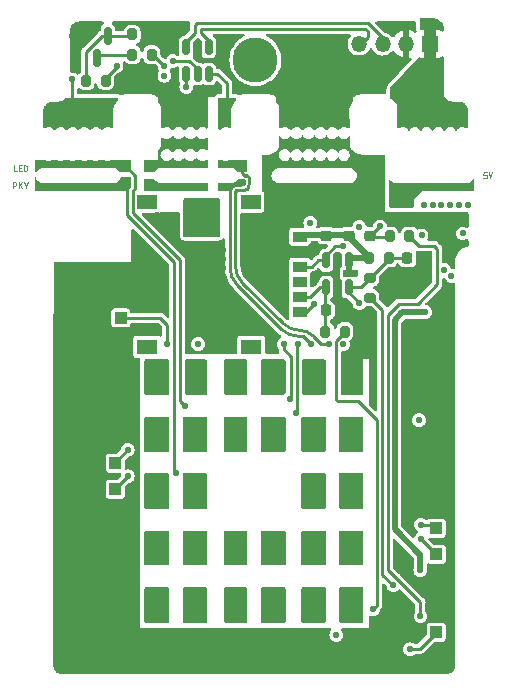
<source format=gbr>
%TF.GenerationSoftware,KiCad,Pcbnew,(6.0.2-0)*%
%TF.CreationDate,2022-10-30T17:20:56+00:00*%
%TF.ProjectId,p3-cellular-module,70332d63-656c-46c7-956c-61722d6d6f64,rev?*%
%TF.SameCoordinates,Original*%
%TF.FileFunction,Copper,L1,Top*%
%TF.FilePolarity,Positive*%
%FSLAX46Y46*%
G04 Gerber Fmt 4.6, Leading zero omitted, Abs format (unit mm)*
G04 Created by KiCad (PCBNEW (6.0.2-0)) date 2022-10-30 17:20:56*
%MOMM*%
%LPD*%
G01*
G04 APERTURE LIST*
G04 Aperture macros list*
%AMRoundRect*
0 Rectangle with rounded corners*
0 $1 Rounding radius*
0 $2 $3 $4 $5 $6 $7 $8 $9 X,Y pos of 4 corners*
0 Add a 4 corners polygon primitive as box body*
4,1,4,$2,$3,$4,$5,$6,$7,$8,$9,$2,$3,0*
0 Add four circle primitives for the rounded corners*
1,1,$1+$1,$2,$3*
1,1,$1+$1,$4,$5*
1,1,$1+$1,$6,$7*
1,1,$1+$1,$8,$9*
0 Add four rect primitives between the rounded corners*
20,1,$1+$1,$2,$3,$4,$5,0*
20,1,$1+$1,$4,$5,$6,$7,0*
20,1,$1+$1,$6,$7,$8,$9,0*
20,1,$1+$1,$8,$9,$2,$3,0*%
G04 Aperture macros list end*
%ADD10C,0.125000*%
%TA.AperFunction,NonConductor*%
%ADD11C,0.125000*%
%TD*%
%TA.AperFunction,SMDPad,CuDef*%
%ADD12RoundRect,0.200000X0.200000X0.275000X-0.200000X0.275000X-0.200000X-0.275000X0.200000X-0.275000X0*%
%TD*%
%TA.AperFunction,SMDPad,CuDef*%
%ADD13RoundRect,0.200000X-0.275000X0.200000X-0.275000X-0.200000X0.275000X-0.200000X0.275000X0.200000X0*%
%TD*%
%TA.AperFunction,SMDPad,CuDef*%
%ADD14R,1.200000X0.900000*%
%TD*%
%TA.AperFunction,SMDPad,CuDef*%
%ADD15R,1.800000X1.300000*%
%TD*%
%TA.AperFunction,ComponentPad*%
%ADD16C,3.800000*%
%TD*%
%TA.AperFunction,SMDPad,CuDef*%
%ADD17R,1.000000X1.000000*%
%TD*%
%TA.AperFunction,SMDPad,CuDef*%
%ADD18RoundRect,0.225000X0.250000X-0.225000X0.250000X0.225000X-0.250000X0.225000X-0.250000X-0.225000X0*%
%TD*%
%TA.AperFunction,SMDPad,CuDef*%
%ADD19RoundRect,0.225000X-0.225000X-0.250000X0.225000X-0.250000X0.225000X0.250000X-0.225000X0.250000X0*%
%TD*%
%TA.AperFunction,SMDPad,CuDef*%
%ADD20RoundRect,0.150000X-0.150000X0.512500X-0.150000X-0.512500X0.150000X-0.512500X0.150000X0.512500X0*%
%TD*%
%TA.AperFunction,SMDPad,CuDef*%
%ADD21RoundRect,0.200000X-0.200000X-0.275000X0.200000X-0.275000X0.200000X0.275000X-0.200000X0.275000X0*%
%TD*%
%TA.AperFunction,ComponentPad*%
%ADD22R,1.350000X1.350000*%
%TD*%
%TA.AperFunction,ComponentPad*%
%ADD23O,1.350000X1.350000*%
%TD*%
%TA.AperFunction,SMDPad,CuDef*%
%ADD24RoundRect,0.150000X-0.150000X0.587500X-0.150000X-0.587500X0.150000X-0.587500X0.150000X0.587500X0*%
%TD*%
%TA.AperFunction,ViaPad*%
%ADD25C,0.550000*%
%TD*%
%TA.AperFunction,ViaPad*%
%ADD26C,0.686000*%
%TD*%
%TA.AperFunction,Conductor*%
%ADD27C,0.254000*%
%TD*%
%TA.AperFunction,Conductor*%
%ADD28C,0.512000*%
%TD*%
%TA.AperFunction,Conductor*%
%ADD29C,0.250000*%
%TD*%
G04 APERTURE END LIST*
D10*
D11*
X164671130Y-102326190D02*
X164433035Y-102326190D01*
X164409226Y-102564285D01*
X164433035Y-102540476D01*
X164480654Y-102516666D01*
X164599702Y-102516666D01*
X164647321Y-102540476D01*
X164671130Y-102564285D01*
X164694940Y-102611904D01*
X164694940Y-102730952D01*
X164671130Y-102778571D01*
X164647321Y-102802380D01*
X164599702Y-102826190D01*
X164480654Y-102826190D01*
X164433035Y-102802380D01*
X164409226Y-102778571D01*
X164837797Y-102326190D02*
X165004464Y-102826190D01*
X165171130Y-102326190D01*
D10*
D11*
X124559226Y-103676190D02*
X124559226Y-103176190D01*
X124749702Y-103176190D01*
X124797321Y-103200000D01*
X124821130Y-103223809D01*
X124844940Y-103271428D01*
X124844940Y-103342857D01*
X124821130Y-103390476D01*
X124797321Y-103414285D01*
X124749702Y-103438095D01*
X124559226Y-103438095D01*
X125059226Y-103676190D02*
X125059226Y-103176190D01*
X125344940Y-103676190D02*
X125130654Y-103390476D01*
X125344940Y-103176190D02*
X125059226Y-103461904D01*
X125654464Y-103438095D02*
X125654464Y-103676190D01*
X125487797Y-103176190D02*
X125654464Y-103438095D01*
X125821130Y-103176190D01*
D10*
D11*
X124893750Y-102226190D02*
X124655654Y-102226190D01*
X124655654Y-101726190D01*
X125060416Y-101964285D02*
X125227083Y-101964285D01*
X125298511Y-102226190D02*
X125060416Y-102226190D01*
X125060416Y-101726190D01*
X125298511Y-101726190D01*
X125512797Y-102226190D02*
X125512797Y-101726190D01*
X125631845Y-101726190D01*
X125703273Y-101750000D01*
X125750892Y-101797619D01*
X125774702Y-101845238D01*
X125798511Y-101940476D01*
X125798511Y-102011904D01*
X125774702Y-102107142D01*
X125750892Y-102154761D01*
X125703273Y-102202380D01*
X125631845Y-102226190D01*
X125512797Y-102226190D01*
D12*
%TO.P,R7,1*%
%TO.N,Net-(D1-Pad1)*%
X136325000Y-92350000D03*
%TO.P,R7,2*%
%TO.N,Net-(Q1-Pad3)*%
X134675000Y-92350000D03*
%TD*%
D13*
%TO.P,R10,1*%
%TO.N,Net-(C18-Pad1)*%
X154800000Y-111275000D03*
%TO.P,R10,2*%
%TO.N,/Cellular Modem/USIM_DATA*%
X154800000Y-112925000D03*
%TD*%
D14*
%TO.P,J2,C1,VCC*%
%TO.N,/Cellular Modem/USIM_VDD*%
X148845000Y-107775000D03*
%TO.P,J2,C2,RST*%
%TO.N,Net-(C15-Pad1)*%
X148845000Y-110315000D03*
%TO.P,J2,C3,CLK*%
%TO.N,Net-(C16-Pad1)*%
X148845000Y-112855000D03*
%TO.P,J2,C5,GND*%
%TO.N,GND*%
X148845000Y-109045000D03*
%TO.P,J2,C6,VPP*%
%TO.N,unconnected-(J2-PadC6)*%
X148845000Y-111585000D03*
%TO.P,J2,C7,IO*%
%TO.N,Net-(C18-Pad1)*%
X148845000Y-114125000D03*
D15*
%TO.P,J2,S1*%
%TO.N,N/C*%
X144745000Y-104800000D03*
%TO.P,J2,S2*%
X144745000Y-117100000D03*
%TO.P,J2,S3*%
X135945000Y-117100000D03*
%TO.P,J2,SW,SW*%
%TO.N,unconnected-(J2-PadSW)*%
X135945000Y-104800000D03*
%TD*%
D16*
%TO.P,REF\u002A\u002A,1*%
%TO.N,N/C*%
X145100000Y-92800000D03*
%TD*%
D17*
%TO.P,TP8,1,1*%
%TO.N,Net-(TP8-Pad1)*%
X133225000Y-129150000D03*
%TD*%
D18*
%TO.P,C13,1*%
%TO.N,/Cellular Modem/USIM_VDD*%
X151100000Y-107675000D03*
%TO.P,C13,2*%
%TO.N,GND*%
X151100000Y-106125000D03*
%TD*%
D17*
%TO.P,TP10,1,1*%
%TO.N,Net-(TP10-Pad1)*%
X160400000Y-134650000D03*
%TD*%
%TO.P,TP9,1,1*%
%TO.N,Net-(TP9-Pad1)*%
X160400000Y-132450000D03*
%TD*%
D19*
%TO.P,C16,1*%
%TO.N,Net-(C16-Pad1)*%
X151075000Y-114000000D03*
%TO.P,C16,2*%
%TO.N,GND*%
X152625000Y-114000000D03*
%TD*%
D17*
%TO.P,TP2,1,1*%
%TO.N,+3V8*%
X133700000Y-114650000D03*
%TD*%
D19*
%TO.P,C18,1*%
%TO.N,Net-(C18-Pad1)*%
X157975000Y-109600000D03*
%TO.P,C18,2*%
%TO.N,GND*%
X159525000Y-109600000D03*
%TD*%
D17*
%TO.P,TP7,1,1*%
%TO.N,Net-(TP7-Pad1)*%
X133225000Y-126950000D03*
%TD*%
D20*
%TO.P,U3,1,I/O1*%
%TO.N,/USB Connector/USB_DP_RAW*%
X141150000Y-91712500D03*
%TO.P,U3,2,GND*%
%TO.N,GND*%
X140200000Y-91712500D03*
%TO.P,U3,3,I/O2*%
%TO.N,/USB Connector/USB_DN_RAW*%
X139250000Y-91712500D03*
%TO.P,U3,4,I/O2*%
%TO.N,/Cellular Modem/USB_DN*%
X139250000Y-93987500D03*
%TO.P,U3,5,VBUS*%
%TO.N,VBUS*%
X140200000Y-93987500D03*
%TO.P,U3,6,I/O1*%
%TO.N,/Cellular Modem/USB_DP*%
X141150000Y-93987500D03*
%TD*%
D21*
%TO.P,R9,1*%
%TO.N,Net-(C16-Pad1)*%
X151025000Y-115800000D03*
%TO.P,R9,2*%
%TO.N,/Cellular Modem/USIM_CLK*%
X152675000Y-115800000D03*
%TD*%
%TO.P,R8,1*%
%TO.N,Net-(C15-Pad1)*%
X156475000Y-107700000D03*
%TO.P,R8,2*%
%TO.N,/Cellular Modem/USIM_RST*%
X158125000Y-107700000D03*
%TD*%
%TO.P,R12,1*%
%TO.N,/Cellular Modem/USIM_VDD*%
X154725000Y-109600000D03*
%TO.P,R12,2*%
%TO.N,Net-(C18-Pad1)*%
X156375000Y-109600000D03*
%TD*%
D22*
%TO.P,J4,1,Pin_1*%
%TO.N,VBUS*%
X159882000Y-91450000D03*
D23*
%TO.P,J4,2,Pin_2*%
%TO.N,GND*%
X157882000Y-91450000D03*
%TO.P,J4,3,Pin_3*%
%TO.N,/USB Connector/USB_DN_RAW*%
X155882000Y-91450000D03*
%TO.P,J4,4,Pin_4*%
%TO.N,/USB Connector/USB_DP_RAW*%
X153882000Y-91450000D03*
%TD*%
D17*
%TO.P,TP1,1,1*%
%TO.N,Net-(TP1-Pad1)*%
X160400000Y-141250000D03*
%TD*%
D12*
%TO.P,R6,1*%
%TO.N,GND*%
X136325000Y-90650000D03*
%TO.P,R6,2*%
%TO.N,Net-(Q1-Pad1)*%
X134675000Y-90650000D03*
%TD*%
D21*
%TO.P,R5,1*%
%TO.N,Net-(Q1-Pad1)*%
X130775000Y-94550000D03*
%TO.P,R5,2*%
%TO.N,/Cellular Modem/NET_STAT_DRV*%
X132425000Y-94550000D03*
%TD*%
D18*
%TO.P,C15,1*%
%TO.N,Net-(C15-Pad1)*%
X154800000Y-107675000D03*
%TO.P,C15,2*%
%TO.N,GND*%
X154800000Y-106125000D03*
%TD*%
D24*
%TO.P,Q1,1,B*%
%TO.N,Net-(Q1-Pad1)*%
X132600000Y-90762500D03*
%TO.P,Q1,2,E*%
%TO.N,GND*%
X130700000Y-90762500D03*
%TO.P,Q1,3,C*%
%TO.N,Net-(Q1-Pad3)*%
X131650000Y-92637500D03*
%TD*%
D17*
%TO.P,TP3,1,1*%
%TO.N,GND*%
X131050000Y-111550000D03*
%TD*%
D18*
%TO.P,C4,1*%
%TO.N,/Cellular Modem/USIM_VDD*%
X153000000Y-107675000D03*
%TO.P,C4,2*%
%TO.N,GND*%
X153000000Y-106125000D03*
%TD*%
D20*
%TO.P,D4,1,TVS1*%
%TO.N,/Cellular Modem/USIM_VDD*%
X152995000Y-109762500D03*
%TO.P,D4,2,COM*%
%TO.N,GND*%
X152045000Y-109762500D03*
%TO.P,D4,3,TVS2*%
%TO.N,Net-(C15-Pad1)*%
X151095000Y-109762500D03*
%TO.P,D4,4,TVS3*%
%TO.N,Net-(C16-Pad1)*%
X151095000Y-112037500D03*
%TO.P,D4,5,COM*%
%TO.N,GND*%
X152045000Y-112037500D03*
%TO.P,D4,6,TVS4*%
%TO.N,Net-(C18-Pad1)*%
X152995000Y-112037500D03*
%TD*%
D25*
%TO.N,VBUS*%
X156800000Y-104100000D03*
X158400000Y-104100000D03*
X157200000Y-104700000D03*
X138100000Y-92900000D03*
X161101500Y-110600000D03*
X158000000Y-104700000D03*
X137400000Y-94150000D03*
X152525008Y-116875008D03*
X157600000Y-104100000D03*
%TO.N,GND*%
X152700000Y-104850000D03*
D26*
X149500000Y-120700000D03*
X147100000Y-118700000D03*
D25*
X131100000Y-124400000D03*
X131150000Y-121400000D03*
D26*
X137300000Y-128300000D03*
X152700000Y-128300000D03*
D25*
X142300000Y-91200000D03*
X147700000Y-104850000D03*
D26*
X147100000Y-120700000D03*
X150500000Y-124500000D03*
X153700000Y-138900000D03*
X142900000Y-123500000D03*
D25*
X133050000Y-110650000D03*
D26*
X147100000Y-125500000D03*
X147100000Y-138900000D03*
X153200000Y-133600000D03*
D25*
X143600000Y-141600000D03*
X158000000Y-116900000D03*
D26*
X136300000Y-118700000D03*
D25*
X159100000Y-129800000D03*
D26*
X150500000Y-137900000D03*
X153700000Y-120700000D03*
D25*
X133700000Y-141600000D03*
X142300000Y-92000000D03*
X161600000Y-105100000D03*
D26*
X150000000Y-133600000D03*
X152700000Y-134100000D03*
D25*
X158500000Y-112500000D03*
D26*
X150000000Y-120200000D03*
X142900000Y-125500000D03*
X152700000Y-120700000D03*
X149500000Y-119700000D03*
X149500000Y-135100000D03*
X146600000Y-133600000D03*
X150500000Y-138900000D03*
X147100000Y-139900000D03*
X150500000Y-118700000D03*
X153700000Y-125500000D03*
D25*
X134800000Y-121800000D03*
X150200000Y-104300000D03*
D26*
X152700000Y-139900000D03*
X146100000Y-135100000D03*
D25*
X131150000Y-120650000D03*
X136550000Y-95100000D03*
X157000000Y-111475000D03*
X128600000Y-115700000D03*
D26*
X140000000Y-125000000D03*
X139500000Y-120700000D03*
X150500000Y-128300000D03*
D25*
X149200000Y-104300000D03*
D26*
X149500000Y-139900000D03*
X136800000Y-124000000D03*
D25*
X132800000Y-141700000D03*
X142350000Y-111900000D03*
X159100000Y-129050000D03*
D26*
X140500000Y-118700000D03*
D25*
X136050000Y-103400000D03*
D26*
X140000000Y-120200000D03*
D25*
X133700000Y-123500000D03*
X156225000Y-112500000D03*
D26*
X153700000Y-129300000D03*
D25*
X141850000Y-110000000D03*
D26*
X150000000Y-119200000D03*
D25*
X131700000Y-141000000D03*
D26*
X146600000Y-124000000D03*
X143400000Y-139400000D03*
X143400000Y-134600000D03*
X143900000Y-125500000D03*
X149500000Y-137900000D03*
D25*
X130000000Y-144300000D03*
D26*
X146600000Y-120200000D03*
X153700000Y-137900000D03*
D25*
X149700000Y-104850000D03*
X131150000Y-122150000D03*
X148150000Y-141600000D03*
X157350000Y-111975000D03*
X129300000Y-144300000D03*
D26*
X152700000Y-135100000D03*
D25*
X153700000Y-104850000D03*
D26*
X150000000Y-125000000D03*
D25*
X136458814Y-106541186D03*
D26*
X143900000Y-138900000D03*
X150500000Y-123500000D03*
X152700000Y-119700000D03*
X147100000Y-124500000D03*
D25*
X154575000Y-116900000D03*
D26*
X140000000Y-139400000D03*
X150500000Y-133100000D03*
X150500000Y-129300000D03*
X153200000Y-128800000D03*
X137300000Y-120700000D03*
X136300000Y-137900000D03*
D25*
X159100000Y-128300000D03*
X131800000Y-124400000D03*
X154200000Y-104300000D03*
X134800000Y-121050000D03*
X131800000Y-130950000D03*
X162350000Y-105100000D03*
D26*
X137300000Y-137900000D03*
X142900000Y-138900000D03*
D25*
X131900000Y-119150000D03*
D26*
X150500000Y-135100000D03*
X137300000Y-134100000D03*
X142900000Y-135100000D03*
D25*
X154600000Y-117600000D03*
X131100000Y-132900000D03*
X150700000Y-104850000D03*
D26*
X153200000Y-119200000D03*
X136800000Y-134600000D03*
D25*
X134100000Y-110650000D03*
D26*
X136800000Y-119200000D03*
D25*
X134250000Y-122900000D03*
X141150000Y-113000000D03*
D26*
X136300000Y-135100000D03*
D25*
X131100000Y-125900000D03*
D26*
X139500000Y-119700000D03*
D25*
X150050000Y-110950000D03*
X128600000Y-115000000D03*
D26*
X146100000Y-123500000D03*
X136800000Y-133600000D03*
X139500000Y-135100000D03*
X142900000Y-119700000D03*
D25*
X131900000Y-119900000D03*
X151700000Y-104850000D03*
X137400000Y-95100000D03*
X153850000Y-141600000D03*
D26*
X146100000Y-139900000D03*
X136800000Y-129800000D03*
X153700000Y-134100000D03*
X147100000Y-135100000D03*
X143400000Y-138400000D03*
D25*
X142350000Y-111150000D03*
D26*
X142900000Y-124500000D03*
D25*
X134100000Y-121400000D03*
D26*
X150500000Y-130300000D03*
D25*
X145800000Y-141600000D03*
D26*
X140500000Y-130300000D03*
D25*
X139750000Y-141600000D03*
D26*
X140500000Y-120700000D03*
D25*
X147200000Y-105650000D03*
X131100000Y-135200000D03*
D26*
X142900000Y-118700000D03*
D25*
X133550000Y-110300000D03*
X133150000Y-124050000D03*
X147800000Y-106050000D03*
D26*
X136300000Y-138900000D03*
D25*
X149600000Y-141600000D03*
D26*
X153700000Y-119700000D03*
X136300000Y-123500000D03*
X152700000Y-138900000D03*
D25*
X131100000Y-131400000D03*
X157750000Y-111475000D03*
D26*
X146100000Y-133100000D03*
X150500000Y-134100000D03*
D25*
X131150000Y-117650000D03*
X128600000Y-144300000D03*
X147200000Y-107150000D03*
D26*
X152700000Y-123500000D03*
D25*
X146700000Y-104850000D03*
D26*
X143900000Y-119700000D03*
X150500000Y-119700000D03*
D25*
X159100000Y-131350000D03*
X153200000Y-104300000D03*
D26*
X149500000Y-130300000D03*
X152700000Y-118700000D03*
X150000000Y-124000000D03*
X139500000Y-125500000D03*
X149500000Y-128300000D03*
X142900000Y-137900000D03*
D25*
X131100000Y-136750000D03*
X157725000Y-112500000D03*
X131100000Y-137500000D03*
D26*
X142900000Y-133100000D03*
D25*
X134100000Y-118400000D03*
X131100000Y-129800000D03*
X153150000Y-141600000D03*
X156600000Y-111975000D03*
D26*
X153200000Y-138400000D03*
D25*
X129600000Y-90750000D03*
D26*
X137300000Y-118700000D03*
X153700000Y-128300000D03*
D25*
X134100000Y-112150000D03*
D26*
X147100000Y-134100000D03*
X137300000Y-135100000D03*
X143400000Y-119200000D03*
X140500000Y-139900000D03*
D25*
X131050000Y-114550000D03*
D26*
X153700000Y-118700000D03*
D25*
X132450000Y-123850000D03*
X131100000Y-130550000D03*
D26*
X153700000Y-135100000D03*
D25*
X148900000Y-141600000D03*
X159100000Y-130600000D03*
D26*
X153200000Y-125000000D03*
D25*
X131100000Y-139850000D03*
X133550000Y-117050000D03*
X134100000Y-119150000D03*
X130700000Y-144300000D03*
X138300000Y-141600000D03*
D26*
X146100000Y-137900000D03*
X140000000Y-133600000D03*
D25*
X138200000Y-95100000D03*
D26*
X142900000Y-120700000D03*
D25*
X159350000Y-144275000D03*
D26*
X136300000Y-119700000D03*
X149500000Y-118700000D03*
D25*
X131100000Y-128200000D03*
D26*
X146100000Y-119700000D03*
X150500000Y-125500000D03*
X140500000Y-138900000D03*
X147100000Y-133100000D03*
D25*
X135200000Y-141600000D03*
X141850000Y-112250000D03*
D26*
X140500000Y-125500000D03*
D25*
X133550000Y-112550000D03*
D26*
X137300000Y-133100000D03*
D25*
X147400000Y-113375000D03*
X133050000Y-112150000D03*
X134100000Y-119900000D03*
D26*
X139500000Y-138900000D03*
X143900000Y-137900000D03*
X137300000Y-125500000D03*
X146100000Y-138900000D03*
D25*
X147250000Y-110500000D03*
X154900000Y-104000000D03*
D26*
X150000000Y-129800000D03*
X140000000Y-129800000D03*
D25*
X146850000Y-111000000D03*
D26*
X140000000Y-128800000D03*
X150000000Y-139400000D03*
D25*
X154900000Y-103000000D03*
D26*
X136800000Y-120200000D03*
X146600000Y-139400000D03*
X140500000Y-123500000D03*
D25*
X131100000Y-139050000D03*
X131100000Y-140600000D03*
D26*
X147100000Y-137900000D03*
D25*
X134100000Y-122150000D03*
D26*
X143900000Y-120700000D03*
X143400000Y-125000000D03*
D25*
X133550000Y-111050000D03*
D26*
X137300000Y-130300000D03*
X139500000Y-128300000D03*
X137300000Y-139900000D03*
X136300000Y-133100000D03*
D25*
X131800000Y-125150000D03*
X145050000Y-141600000D03*
D26*
X149500000Y-129300000D03*
D25*
X147200000Y-104300000D03*
D26*
X136300000Y-139900000D03*
X143900000Y-135100000D03*
D25*
X133050000Y-111400000D03*
D26*
X153200000Y-120200000D03*
X136300000Y-124500000D03*
X153700000Y-124500000D03*
X139500000Y-124500000D03*
D25*
X134100000Y-120650000D03*
D26*
X137300000Y-124500000D03*
X142900000Y-139900000D03*
X143900000Y-139900000D03*
D25*
X158650000Y-144275000D03*
D26*
X146600000Y-119200000D03*
D25*
X156975000Y-112500000D03*
D26*
X152700000Y-133100000D03*
X136300000Y-125500000D03*
D25*
X159350000Y-105100000D03*
X131100000Y-138300000D03*
D26*
X136300000Y-128300000D03*
X149500000Y-123500000D03*
D25*
X161450000Y-144275000D03*
X128600000Y-143600000D03*
X132050000Y-141700000D03*
X131100000Y-133700000D03*
D26*
X136300000Y-130300000D03*
X149500000Y-134100000D03*
D25*
X154550000Y-141600000D03*
X147800000Y-106800000D03*
X133550000Y-111800000D03*
X134800000Y-119550000D03*
D26*
X150000000Y-138400000D03*
D25*
X133550000Y-122750000D03*
D26*
X139500000Y-139900000D03*
D25*
X131400000Y-144300000D03*
D26*
X150500000Y-120700000D03*
D25*
X160850000Y-105100000D03*
D26*
X142900000Y-134100000D03*
D25*
X136750000Y-141600000D03*
D26*
X152700000Y-129300000D03*
X153200000Y-129800000D03*
D25*
X134450000Y-141600000D03*
D26*
X153700000Y-123500000D03*
D25*
X132450000Y-141000000D03*
D26*
X146100000Y-118700000D03*
D25*
X141300000Y-141600000D03*
D26*
X139500000Y-133100000D03*
D25*
X154000000Y-117250000D03*
X160050000Y-144275000D03*
D26*
X150500000Y-139900000D03*
X137300000Y-129300000D03*
X140000000Y-138400000D03*
X146600000Y-138400000D03*
D25*
X146600000Y-141600000D03*
X160100000Y-105100000D03*
X139000000Y-141600000D03*
D26*
X149500000Y-133100000D03*
D25*
X129300000Y-115700000D03*
D26*
X137300000Y-123500000D03*
D25*
X147350000Y-141600000D03*
D26*
X143900000Y-124500000D03*
D25*
X136000000Y-141600000D03*
X131150000Y-113500000D03*
X161450000Y-142875000D03*
D26*
X146100000Y-134100000D03*
X153200000Y-124000000D03*
D25*
X131100000Y-126700000D03*
X131900000Y-121400000D03*
X144300000Y-141600000D03*
X137150000Y-106550000D03*
X137400000Y-92400000D03*
X131100000Y-125150000D03*
D26*
X140000000Y-124000000D03*
D25*
X128600000Y-142900000D03*
D26*
X143400000Y-133600000D03*
D25*
X132600000Y-124600000D03*
D26*
X143400000Y-120200000D03*
D25*
X154350000Y-102500000D03*
X141800000Y-113000000D03*
X131100000Y-129000000D03*
D26*
X152700000Y-124500000D03*
D25*
X142850000Y-141600000D03*
D26*
X146600000Y-134600000D03*
D25*
X147650000Y-111000000D03*
D26*
X136800000Y-125000000D03*
X146100000Y-120700000D03*
D25*
X131100000Y-132150000D03*
X148200000Y-104300000D03*
D26*
X140500000Y-124500000D03*
X140500000Y-129300000D03*
X149500000Y-124500000D03*
X139500000Y-130300000D03*
X146100000Y-125500000D03*
D25*
X133000000Y-123300000D03*
X136800000Y-105950000D03*
X140500000Y-141600000D03*
X146350000Y-111950000D03*
X151200000Y-104300000D03*
D26*
X147100000Y-119700000D03*
D25*
X130000000Y-113550000D03*
D26*
X140000000Y-119200000D03*
X143900000Y-123500000D03*
D25*
X131150000Y-118400000D03*
D26*
X140500000Y-135100000D03*
D25*
X161450000Y-143575000D03*
D26*
X153700000Y-139900000D03*
X140500000Y-134100000D03*
X140000000Y-134600000D03*
X153200000Y-139400000D03*
D25*
X142350000Y-109650000D03*
X134100000Y-117650000D03*
D26*
X149500000Y-138900000D03*
X136800000Y-138400000D03*
D25*
X131100000Y-136000000D03*
D26*
X136800000Y-128800000D03*
D25*
X131100000Y-134450000D03*
X142350000Y-112650000D03*
D26*
X139500000Y-123500000D03*
D25*
X141850000Y-109250000D03*
X142300000Y-92800000D03*
D26*
X143900000Y-133100000D03*
X139500000Y-137900000D03*
D25*
X155250000Y-141600000D03*
X163100000Y-105100000D03*
D26*
X140500000Y-128300000D03*
D25*
X131100000Y-127450000D03*
D26*
X152700000Y-137900000D03*
D25*
X146200000Y-104300000D03*
D26*
X136300000Y-134100000D03*
D25*
X142350000Y-108900000D03*
D26*
X136800000Y-139400000D03*
D25*
X134800000Y-118800000D03*
D26*
X139500000Y-118700000D03*
D25*
X158700000Y-116875000D03*
D26*
X143400000Y-124000000D03*
D25*
X131900000Y-120650000D03*
D26*
X153700000Y-133100000D03*
D25*
X134100000Y-111400000D03*
D26*
X140500000Y-133100000D03*
X152700000Y-130300000D03*
X147100000Y-123500000D03*
X137300000Y-138900000D03*
X146100000Y-124500000D03*
D25*
X137550000Y-141600000D03*
X154900000Y-102000000D03*
X130550000Y-114050000D03*
D26*
X152700000Y-125500000D03*
D25*
X134800000Y-120300000D03*
D26*
X139500000Y-134100000D03*
X137300000Y-119700000D03*
D25*
X131800000Y-129450000D03*
X142350000Y-110400000D03*
X136050000Y-101850000D03*
X131150000Y-119900000D03*
X158100000Y-111975000D03*
D26*
X153200000Y-134600000D03*
D25*
X160750000Y-144275000D03*
D26*
X149500000Y-125500000D03*
X150000000Y-134600000D03*
X136300000Y-120700000D03*
X146600000Y-125000000D03*
D25*
X150050000Y-111675000D03*
X131900000Y-118400000D03*
X147200000Y-106400000D03*
D26*
X136300000Y-129300000D03*
X139500000Y-129300000D03*
X140500000Y-119700000D03*
X153700000Y-130300000D03*
D25*
X141850000Y-111500000D03*
X158350000Y-116300000D03*
X131150000Y-119150000D03*
X142050000Y-141600000D03*
X133200000Y-141000000D03*
X141850000Y-110750000D03*
X150350000Y-141600000D03*
D26*
X150000000Y-128800000D03*
D25*
X154350000Y-103500000D03*
D26*
X143900000Y-134100000D03*
D25*
X152200000Y-104300000D03*
X131800000Y-130200000D03*
D26*
X140500000Y-137900000D03*
X143900000Y-118700000D03*
D25*
%TO.N,+3V8*%
X140200000Y-106150000D03*
X139650000Y-105650000D03*
X139650000Y-106650000D03*
X140850000Y-106650000D03*
X140200000Y-107150000D03*
X140850000Y-105650000D03*
X141400000Y-106150000D03*
X140200000Y-105150000D03*
X137644980Y-116850000D03*
X141400000Y-105150000D03*
X149750000Y-106600000D03*
X141400000Y-107150000D03*
X162650000Y-107500000D03*
%TO.N,Net-(R2-Pad2)*%
X159175000Y-107650000D03*
X153900000Y-106950000D03*
%TO.N,/Cellular Modem/USIM_VDD*%
X159500000Y-114150000D03*
X159050000Y-134700000D03*
X153430498Y-110850000D03*
X158200000Y-114150000D03*
X158850000Y-114150000D03*
X152775500Y-110850000D03*
X159050000Y-136000000D03*
%TO.N,Net-(C15-Pad1)*%
X155650000Y-106901500D03*
X152500000Y-108600000D03*
%TO.N,Net-(C18-Pad1)*%
X153900000Y-113400000D03*
X150100000Y-113450000D03*
%TO.N,/Cellular Modem/STAT_OD*%
X161703000Y-111100000D03*
X140250000Y-116850000D03*
%TO.N,/Cellular Modem/NET_STAT_DRV*%
X133350000Y-93300000D03*
X139100000Y-122100000D03*
X134200000Y-101900000D03*
X158950000Y-123300000D03*
%TO.N,Net-(D1-Pad1)*%
X137400000Y-93300000D03*
%TO.N,/Cellular Modem/USIM_RST*%
X159075000Y-139925000D03*
%TO.N,/Cellular Modem/USIM_CLK*%
X155075000Y-139325000D03*
%TO.N,/Cellular Modem/USIM_DATA*%
X156775000Y-137275000D03*
%TO.N,/Cellular Modem/USB_DP*%
X149799675Y-116850325D03*
X143998500Y-103200000D03*
%TO.N,/Cellular Modem/USB_DN*%
X139250000Y-95100000D03*
X151298500Y-116850000D03*
X144000000Y-102000000D03*
%TO.N,Net-(TP9-Pad1)*%
X159100000Y-132150000D03*
%TO.N,Net-(TP10-Pad1)*%
X159100000Y-133400000D03*
%TO.N,/Cellular Modem/PWRKEY*%
X151950000Y-141500000D03*
X134175000Y-103375000D03*
X129600000Y-94450000D03*
X138400000Y-127750000D03*
%TO.N,Net-(TP7-Pad1)*%
X147500000Y-116850000D03*
X134300000Y-125800000D03*
X148000000Y-121475000D03*
%TO.N,Net-(TP8-Pad1)*%
X148700000Y-116850000D03*
X134300000Y-128050000D03*
X148525000Y-122725000D03*
%TO.N,Net-(TP1-Pad1)*%
X158200000Y-142700000D03*
%TD*%
D27*
%TO.N,/Cellular Modem/USB_DP*%
X149799675Y-116850325D02*
X149139943Y-116190593D01*
%TO.N,VBUS*%
X140200000Y-93987500D02*
X140200000Y-93601099D01*
X140200000Y-93601099D02*
X139498901Y-92900000D01*
X139498901Y-92900000D02*
X138100000Y-92900000D01*
D28*
%TO.N,GND*%
X152045000Y-109762500D02*
X152045000Y-112037500D01*
X152045000Y-113420000D02*
X152625000Y-114000000D01*
X152045000Y-112037500D02*
X152045000Y-113420000D01*
D27*
%TO.N,+3V8*%
X137644980Y-115244980D02*
X137050000Y-114650000D01*
X137644980Y-116850000D02*
X137644980Y-115244980D01*
X137050000Y-114650000D02*
X133700000Y-114650000D01*
D28*
%TO.N,/Cellular Modem/USIM_VDD*%
X151045000Y-107600000D02*
X152745000Y-107600000D01*
X157550000Y-114150000D02*
X159500000Y-114150000D01*
X154725000Y-109525000D02*
X154725000Y-109600000D01*
X153000013Y-107625013D02*
X153000013Y-107800013D01*
X159050000Y-136000000D02*
X159050000Y-134700000D01*
X152995000Y-109762500D02*
X152995000Y-110630500D01*
X154725000Y-109600000D02*
X153157500Y-109600000D01*
X153000013Y-107800013D02*
X154725000Y-109525000D01*
X156900000Y-114800000D02*
X157550000Y-114150000D01*
X153157500Y-109600000D02*
X152995000Y-109762500D01*
X151045000Y-107600000D02*
X148845000Y-107600000D01*
X159050000Y-134700000D02*
X156900000Y-132550000D01*
X156900000Y-132550000D02*
X156900000Y-114800000D01*
D27*
%TO.N,Net-(C15-Pad1)*%
X155650000Y-106901500D02*
X154926500Y-107625000D01*
X148845000Y-110315000D02*
X149885000Y-110315000D01*
X149885000Y-110315000D02*
X150437500Y-109762500D01*
X151095000Y-109376099D02*
X151095000Y-109762500D01*
X152500000Y-108600000D02*
X151871099Y-108600000D01*
X150437500Y-109762500D02*
X151095000Y-109762500D01*
X151871099Y-108600000D02*
X151095000Y-109376099D01*
X154800000Y-107775000D02*
X156450000Y-107775000D01*
%TO.N,Net-(C16-Pad1)*%
X148845000Y-112855000D02*
X149745000Y-112855000D01*
X151025000Y-114000000D02*
X151025000Y-112107500D01*
X151025000Y-114000000D02*
X151025000Y-115750000D01*
X150562500Y-112037500D02*
X151095000Y-112037500D01*
X149745000Y-112855000D02*
X150562500Y-112037500D01*
%TO.N,Net-(C18-Pad1)*%
X157975000Y-109600000D02*
X156375000Y-109600000D01*
X149425000Y-114125000D02*
X150100000Y-113450000D01*
X154025000Y-112050000D02*
X153007500Y-112050000D01*
X152995000Y-112495000D02*
X152995000Y-112037500D01*
X156375000Y-109700000D02*
X154800000Y-111275000D01*
X154800000Y-111275000D02*
X154025000Y-112050000D01*
X153900000Y-113400000D02*
X152995000Y-112495000D01*
X148845000Y-114125000D02*
X149425000Y-114125000D01*
%TO.N,Net-(Q1-Pad1)*%
X130775000Y-92101099D02*
X132113599Y-90762500D01*
X132600000Y-90762500D02*
X134562500Y-90762500D01*
X132113599Y-90762500D02*
X132600000Y-90762500D01*
X134562500Y-90762500D02*
X134675000Y-90650000D01*
X130775000Y-94550000D02*
X130775000Y-92101099D01*
%TO.N,Net-(Q1-Pad3)*%
X134675000Y-92350000D02*
X131937500Y-92350000D01*
X131937500Y-92350000D02*
X131650000Y-92637500D01*
%TO.N,/Cellular Modem/NET_STAT_DRV*%
X134900000Y-102600000D02*
X134900000Y-103675333D01*
X134700000Y-103875333D02*
X134700000Y-105758022D01*
X134700000Y-105758022D02*
X138700000Y-109758022D01*
X134900000Y-103675333D02*
X134700000Y-103875333D01*
X132425000Y-94325000D02*
X132425000Y-94550000D01*
X138700000Y-109758022D02*
X138700000Y-121700000D01*
X133350000Y-93400000D02*
X132425000Y-94325000D01*
X138700000Y-121700000D02*
X139100000Y-122100000D01*
X133350000Y-93300000D02*
X133350000Y-93400000D01*
X134200000Y-101900000D02*
X134900000Y-102600000D01*
%TO.N,Net-(D1-Pad1)*%
X136450000Y-92350000D02*
X136325000Y-92350000D01*
X136450000Y-92350000D02*
X137400000Y-93300000D01*
%TO.N,/Cellular Modem/USIM_RST*%
X156303520Y-114372146D02*
X157225666Y-113450000D01*
X157225666Y-113450000D02*
X158849334Y-113450000D01*
X160250000Y-108550000D02*
X158925000Y-108550000D01*
X157023489Y-136673489D02*
X156303520Y-135953520D01*
X160500000Y-111799334D02*
X160500000Y-108800000D01*
X158925000Y-108550000D02*
X158125000Y-107750000D01*
X159075000Y-139925000D02*
X159075000Y-138724334D01*
X160500000Y-108800000D02*
X160250000Y-108550000D01*
X159075000Y-138724334D02*
X157024155Y-136673489D01*
X156303520Y-135953520D02*
X156303520Y-114372146D01*
X158849334Y-113450000D02*
X160500000Y-111799334D01*
X157024155Y-136673489D02*
X157023489Y-136673489D01*
%TO.N,/Cellular Modem/USIM_CLK*%
X155400000Y-136291374D02*
X155396480Y-136287854D01*
X155075000Y-139325000D02*
X155400000Y-139000000D01*
X155396480Y-136287854D02*
X155396480Y-123296480D01*
X155400000Y-139000000D02*
X155400000Y-136291374D01*
X152000000Y-121650000D02*
X151900000Y-121550000D01*
X151900000Y-121550000D02*
X151900000Y-116575000D01*
X151900000Y-116575000D02*
X152675000Y-115800000D01*
X153750000Y-121650000D02*
X152000000Y-121650000D01*
X155396480Y-123296480D02*
X153750000Y-121650000D01*
%TO.N,/Cellular Modem/USIM_DATA*%
X155850000Y-136100000D02*
X155850000Y-113975000D01*
X155853520Y-136103520D02*
X155850000Y-136100000D01*
X156750000Y-137275000D02*
X155853520Y-136378520D01*
X155853520Y-136378520D02*
X155853520Y-136103520D01*
X156775000Y-137275000D02*
X156750000Y-137275000D01*
X155850000Y-113975000D02*
X154800000Y-112925000D01*
%TO.N,/USB Connector/USB_DP_RAW*%
X154596480Y-90346480D02*
X154403520Y-90153520D01*
X140475000Y-90175000D02*
X140475000Y-90500000D01*
X154403520Y-90153520D02*
X140496480Y-90153520D01*
X154596480Y-90903520D02*
X154596480Y-90346480D01*
X141150000Y-91175000D02*
X141150000Y-91712500D01*
X153882000Y-91450000D02*
X154050000Y-91450000D01*
X140496480Y-90153520D02*
X140475000Y-90175000D01*
X154050000Y-91450000D02*
X154596480Y-90903520D01*
X140475000Y-90500000D02*
X141150000Y-91175000D01*
%TO.N,/Cellular Modem/USB_DP*%
X143537298Y-111837298D02*
X147304807Y-115604807D01*
X142700000Y-94800000D02*
X142700000Y-96200000D01*
X143998500Y-103200000D02*
X143828531Y-103369969D01*
X141150000Y-93987500D02*
X141887500Y-93987500D01*
X148719020Y-116190593D02*
X149139943Y-116190593D01*
X143828531Y-103369969D02*
X143330635Y-103369969D01*
X142951511Y-104163307D02*
X142951511Y-110423084D01*
X143330635Y-103369969D02*
X143244404Y-103456200D01*
X141887500Y-93987500D02*
X142700000Y-94800000D01*
X142951512Y-104163307D02*
G75*
G02*
X143244405Y-103456201I999993J3D01*
G01*
X147304807Y-115604807D02*
G75*
G03*
X148719020Y-116190593I1414213J1414214D01*
G01*
X143537298Y-111837298D02*
G75*
G02*
X142951511Y-110423084I1414213J1414214D01*
G01*
%TO.N,/USB Connector/USB_DN_RAW*%
X140175000Y-89700000D02*
X140000000Y-89875000D01*
X154625000Y-89700000D02*
X140175000Y-89700000D01*
X155882000Y-90957000D02*
X154625000Y-89700000D01*
X155882000Y-91450000D02*
X155882000Y-90957000D01*
X140000000Y-89875000D02*
X140000000Y-90500000D01*
X139250000Y-91250000D02*
X139250000Y-91712500D01*
X140000000Y-90500000D02*
X139250000Y-91250000D01*
%TO.N,/Cellular Modem/USB_DN*%
X143405031Y-104019790D02*
X143405031Y-110235230D01*
X143990818Y-111649444D02*
X147452068Y-115110694D01*
X150650000Y-116849984D02*
X150650000Y-116850000D01*
X149942099Y-116142083D02*
X150650000Y-116849984D01*
X144000000Y-102400000D02*
X144200000Y-102600000D01*
X149942083Y-116142083D02*
X149942099Y-116142083D01*
X139250000Y-95100000D02*
X139300000Y-95150000D01*
X144453553Y-103678554D02*
X144385089Y-103747018D01*
X144000000Y-102000000D02*
X144000000Y-102400000D01*
X144600000Y-102799999D02*
X144600000Y-103325000D01*
X144400000Y-102600000D02*
X144200000Y-102600000D01*
X150650000Y-116850000D02*
X151298500Y-116850000D01*
X139250000Y-93987500D02*
X139250000Y-95100000D01*
X143518489Y-103823489D02*
X143463609Y-103878369D01*
X143518489Y-103823489D02*
X144225677Y-103823489D01*
X143463609Y-103878369D02*
G75*
G03*
X143405031Y-104019790I141425J-141422D01*
G01*
X143990818Y-111649444D02*
G75*
G02*
X143405031Y-110235230I1414213J1414214D01*
G01*
X144400000Y-102600000D02*
G75*
G02*
X144600000Y-102799999I0J-200000D01*
G01*
X147452068Y-115110694D02*
G75*
G03*
X148866281Y-115696480I1414213J1414214D01*
G01*
X149942083Y-116142083D02*
G75*
G03*
X148866281Y-115696480I-1075778J-1075774D01*
G01*
X144453553Y-103678554D02*
G75*
G03*
X144600000Y-103325000I-353550J353553D01*
G01*
X144243668Y-103805596D02*
G75*
G03*
X144385089Y-103747018I-1J200003D01*
G01*
%TO.N,Net-(TP9-Pad1)*%
X159100000Y-132150000D02*
X160100000Y-132150000D01*
%TO.N,Net-(TP10-Pad1)*%
X159100000Y-133400000D02*
X160350000Y-134650000D01*
%TO.N,/Cellular Modem/PWRKEY*%
X138246480Y-127596480D02*
X138246480Y-109945876D01*
X138246480Y-109945876D02*
X134246480Y-105945876D01*
X138400000Y-127750000D02*
X138246480Y-127596480D01*
X129600000Y-96375000D02*
X129600000Y-94450000D01*
X134246480Y-105945876D02*
X134246480Y-103446480D01*
X134246480Y-103446480D02*
X134175000Y-103375000D01*
%TO.N,Net-(TP7-Pad1)*%
X147500000Y-116850000D02*
X147500000Y-117300000D01*
X147500000Y-117300000D02*
X148125000Y-117925000D01*
X148125000Y-117925000D02*
X148125000Y-121350000D01*
X133225000Y-126875000D02*
X134300000Y-125800000D01*
%TO.N,Net-(TP8-Pad1)*%
X133225000Y-129125000D02*
X134300000Y-128050000D01*
X148625000Y-122750000D02*
X148525000Y-122725000D01*
X148625000Y-116925000D02*
X148625000Y-122750000D01*
X148525000Y-122725000D02*
X148500000Y-122800000D01*
X148700000Y-116850000D02*
X148625000Y-116925000D01*
X148500000Y-122800000D02*
X148575000Y-122800000D01*
D29*
%TO.N,Net-(TP1-Pad1)*%
X160400000Y-141300000D02*
X160400000Y-141250000D01*
X158200000Y-142700000D02*
X159000000Y-142700000D01*
X159000000Y-142700000D02*
X160400000Y-141300000D01*
%TD*%
%TA.AperFunction,Conductor*%
%TO.N,GND*%
G36*
X134808512Y-107112939D02*
G01*
X134815095Y-107119068D01*
X137782075Y-110086047D01*
X137816101Y-110148359D01*
X137818980Y-110175142D01*
X137818980Y-114510214D01*
X137798978Y-114578335D01*
X137745322Y-114624828D01*
X137675048Y-114634932D01*
X137610468Y-114605438D01*
X137603885Y-114599309D01*
X137375523Y-114370947D01*
X137365668Y-114359858D01*
X137351781Y-114342243D01*
X137345950Y-114334846D01*
X137338203Y-114329491D01*
X137338201Y-114329490D01*
X137300222Y-114303242D01*
X137297043Y-114300971D01*
X137252300Y-114267923D01*
X137245834Y-114265652D01*
X137240198Y-114261757D01*
X137222012Y-114256005D01*
X137187209Y-114244998D01*
X137183457Y-114243746D01*
X137139898Y-114228450D01*
X137139897Y-114228450D01*
X137131010Y-114225329D01*
X137124163Y-114225060D01*
X137117631Y-114222994D01*
X137111355Y-114222500D01*
X137061503Y-114222500D01*
X137056555Y-114222403D01*
X137054538Y-114222324D01*
X137002559Y-114220281D01*
X136995737Y-114222090D01*
X136988285Y-114222500D01*
X134625975Y-114222500D01*
X134557854Y-114202498D01*
X134511361Y-114148842D01*
X134500542Y-114105349D01*
X134500500Y-114105354D01*
X134500461Y-114105024D01*
X134500460Y-114105022D01*
X134497382Y-114079154D01*
X134451939Y-113976847D01*
X134432586Y-113957527D01*
X134380945Y-113905977D01*
X134372713Y-113897759D01*
X134362076Y-113893056D01*
X134362074Y-113893055D01*
X134286778Y-113859767D01*
X134270327Y-113852494D01*
X134244646Y-113849500D01*
X133155354Y-113849500D01*
X133151650Y-113849941D01*
X133151647Y-113849941D01*
X133144254Y-113850821D01*
X133129154Y-113852618D01*
X133120514Y-113856456D01*
X133120513Y-113856456D01*
X133038117Y-113893055D01*
X133026847Y-113898061D01*
X132947759Y-113977287D01*
X132943056Y-113987924D01*
X132943055Y-113987926D01*
X132916735Y-114047462D01*
X132902494Y-114079673D01*
X132899500Y-114105354D01*
X132899500Y-115194646D01*
X132902618Y-115220846D01*
X132906456Y-115229486D01*
X132906456Y-115229487D01*
X132929441Y-115281233D01*
X132948061Y-115323153D01*
X132956294Y-115331372D01*
X132956295Y-115331373D01*
X132987835Y-115362858D01*
X133027287Y-115402241D01*
X133037924Y-115406944D01*
X133037926Y-115406945D01*
X133072109Y-115422057D01*
X133129673Y-115447506D01*
X133155354Y-115450500D01*
X134244646Y-115450500D01*
X134248350Y-115450059D01*
X134248353Y-115450059D01*
X134255746Y-115449179D01*
X134270846Y-115447382D01*
X134322859Y-115424279D01*
X134362518Y-115406663D01*
X134373153Y-115401939D01*
X134452241Y-115322713D01*
X134470163Y-115282176D01*
X134493675Y-115228992D01*
X134497506Y-115220327D01*
X134500500Y-115194646D01*
X134500742Y-115194674D01*
X134524113Y-115129351D01*
X134580372Y-115086046D01*
X134625985Y-115077500D01*
X136820733Y-115077500D01*
X136888854Y-115097502D01*
X136909828Y-115114405D01*
X137180575Y-115385152D01*
X137214601Y-115447464D01*
X137217480Y-115474247D01*
X137217480Y-116098143D01*
X137197478Y-116166264D01*
X137143822Y-116212757D01*
X137073548Y-116222861D01*
X137023205Y-116203242D01*
X137017713Y-116197759D01*
X137007078Y-116193057D01*
X137007076Y-116193056D01*
X136946474Y-116166264D01*
X136915327Y-116152494D01*
X136889646Y-116149500D01*
X135000354Y-116149500D01*
X134996650Y-116149941D01*
X134996647Y-116149941D01*
X134989254Y-116150821D01*
X134974154Y-116152618D01*
X134965514Y-116156456D01*
X134965513Y-116156456D01*
X134915768Y-116178552D01*
X134871847Y-116198061D01*
X134863628Y-116206294D01*
X134863627Y-116206295D01*
X134847090Y-116222861D01*
X134792759Y-116277287D01*
X134788056Y-116287924D01*
X134788055Y-116287926D01*
X134771662Y-116325006D01*
X134747494Y-116379673D01*
X134744500Y-116405354D01*
X134744500Y-117794646D01*
X134747618Y-117820846D01*
X134793061Y-117923153D01*
X134872287Y-118002241D01*
X134882924Y-118006944D01*
X134882926Y-118006945D01*
X134942462Y-118033265D01*
X134974673Y-118047506D01*
X135000354Y-118050500D01*
X135224000Y-118050500D01*
X135292121Y-118070502D01*
X135338614Y-118124158D01*
X135350000Y-118176500D01*
X135350000Y-140900000D01*
X151429493Y-140900000D01*
X151497614Y-140920002D01*
X151544107Y-140973658D01*
X151554211Y-141043932D01*
X151529455Y-141102703D01*
X151447302Y-141209767D01*
X151389313Y-141349764D01*
X151369534Y-141500000D01*
X151389313Y-141650236D01*
X151447302Y-141790233D01*
X151539549Y-141910451D01*
X151659767Y-142002698D01*
X151799764Y-142060687D01*
X151950000Y-142080466D01*
X151958188Y-142079388D01*
X152092048Y-142061765D01*
X152100236Y-142060687D01*
X152240233Y-142002698D01*
X152360451Y-141910451D01*
X152452698Y-141790233D01*
X152510687Y-141650236D01*
X152530466Y-141500000D01*
X152510687Y-141349764D01*
X152452698Y-141209767D01*
X152370545Y-141102703D01*
X152344944Y-141036484D01*
X152359208Y-140966935D01*
X152408810Y-140916139D01*
X152470507Y-140900000D01*
X154700000Y-140900000D01*
X154700000Y-139981159D01*
X154720002Y-139913038D01*
X154773658Y-139866545D01*
X154843932Y-139856441D01*
X154874218Y-139864750D01*
X154924764Y-139885687D01*
X155075000Y-139905466D01*
X155083188Y-139904388D01*
X155217048Y-139886765D01*
X155225236Y-139885687D01*
X155365233Y-139827698D01*
X155485451Y-139735451D01*
X155577698Y-139615233D01*
X155635687Y-139475236D01*
X155646135Y-139395877D01*
X155674858Y-139330950D01*
X155693053Y-139313373D01*
X155707756Y-139301783D01*
X155707759Y-139301780D01*
X155715154Y-139295950D01*
X155746767Y-139250210D01*
X155749029Y-139247043D01*
X155782077Y-139202300D01*
X155784348Y-139195834D01*
X155788243Y-139190198D01*
X155805002Y-139137207D01*
X155806255Y-139133451D01*
X155821549Y-139089900D01*
X155824671Y-139081011D01*
X155824940Y-139074163D01*
X155827006Y-139067631D01*
X155827500Y-139061355D01*
X155827500Y-139011488D01*
X155827597Y-139006541D01*
X155829348Y-138961971D01*
X155829718Y-138952559D01*
X155827910Y-138945739D01*
X155827500Y-138938297D01*
X155827500Y-137261267D01*
X155847502Y-137193146D01*
X155901158Y-137146653D01*
X155971432Y-137136549D01*
X156036012Y-137166043D01*
X156042595Y-137172172D01*
X156171736Y-137301313D01*
X156205762Y-137363625D01*
X156207563Y-137373961D01*
X156214313Y-137425236D01*
X156272302Y-137565233D01*
X156364549Y-137685451D01*
X156484767Y-137777698D01*
X156624764Y-137835687D01*
X156775000Y-137855466D01*
X156783188Y-137854388D01*
X156917048Y-137836765D01*
X156925236Y-137835687D01*
X157065233Y-137777698D01*
X157185451Y-137685451D01*
X157204833Y-137660192D01*
X157262171Y-137618325D01*
X157333042Y-137614103D01*
X157393890Y-137647801D01*
X158610595Y-138864506D01*
X158644621Y-138926818D01*
X158647500Y-138953601D01*
X158647500Y-139493997D01*
X158627498Y-139562118D01*
X158621462Y-139570701D01*
X158582263Y-139621786D01*
X158572302Y-139634767D01*
X158514313Y-139774764D01*
X158494534Y-139925000D01*
X158514313Y-140075236D01*
X158572302Y-140215233D01*
X158664549Y-140335451D01*
X158784767Y-140427698D01*
X158924764Y-140485687D01*
X159075000Y-140505466D01*
X159083188Y-140504388D01*
X159217048Y-140486765D01*
X159225236Y-140485687D01*
X159365233Y-140427698D01*
X159485451Y-140335451D01*
X159577698Y-140215233D01*
X159635687Y-140075236D01*
X159655466Y-139925000D01*
X159635687Y-139774764D01*
X159577698Y-139634767D01*
X159567738Y-139621786D01*
X159528538Y-139570701D01*
X159502937Y-139504481D01*
X159502500Y-139493997D01*
X159502500Y-138757188D01*
X159503373Y-138742378D01*
X159506009Y-138720107D01*
X159507116Y-138710755D01*
X159497129Y-138656073D01*
X159496479Y-138652167D01*
X159489617Y-138606526D01*
X159488217Y-138597212D01*
X159485251Y-138591035D01*
X159484020Y-138584295D01*
X159458399Y-138534974D01*
X159456631Y-138531434D01*
X159436648Y-138489819D01*
X159436647Y-138489818D01*
X159432571Y-138481329D01*
X159427918Y-138476295D01*
X159424761Y-138470218D01*
X159420673Y-138465431D01*
X159385439Y-138430197D01*
X159382009Y-138426631D01*
X159351703Y-138393846D01*
X159345311Y-138386931D01*
X159339209Y-138383387D01*
X159333647Y-138378405D01*
X157349678Y-136394436D01*
X157339823Y-136383347D01*
X157339224Y-136382587D01*
X157320105Y-136358335D01*
X157306202Y-136348726D01*
X157288746Y-136334169D01*
X156767925Y-135813349D01*
X156733900Y-135751036D01*
X156731020Y-135724253D01*
X156731020Y-133472220D01*
X156751022Y-133404099D01*
X156804678Y-133357606D01*
X156874952Y-133347502D01*
X156939532Y-133376996D01*
X156946115Y-133383125D01*
X158456595Y-134893605D01*
X158490621Y-134955917D01*
X158493500Y-134982700D01*
X158493500Y-135821716D01*
X158490037Y-135848015D01*
X158489313Y-135849764D01*
X158469534Y-136000000D01*
X158489313Y-136150236D01*
X158547302Y-136290233D01*
X158639549Y-136410451D01*
X158759767Y-136502698D01*
X158899764Y-136560687D01*
X159050000Y-136580466D01*
X159058188Y-136579388D01*
X159192048Y-136561765D01*
X159200236Y-136560687D01*
X159340233Y-136502698D01*
X159460451Y-136410451D01*
X159552698Y-136290233D01*
X159610687Y-136150236D01*
X159630466Y-136000000D01*
X159610687Y-135849764D01*
X159609963Y-135848015D01*
X159606500Y-135821716D01*
X159606500Y-135542310D01*
X159626502Y-135474189D01*
X159680158Y-135427696D01*
X159750432Y-135417592D01*
X159783448Y-135427070D01*
X159821007Y-135443675D01*
X159821008Y-135443675D01*
X159829673Y-135447506D01*
X159855354Y-135450500D01*
X160944646Y-135450500D01*
X160948350Y-135450059D01*
X160948353Y-135450059D01*
X160955746Y-135449179D01*
X160970846Y-135447382D01*
X161073153Y-135401939D01*
X161152241Y-135322713D01*
X161197506Y-135220327D01*
X161200500Y-135194646D01*
X161200500Y-134105354D01*
X161197382Y-134079154D01*
X161151939Y-133976847D01*
X161072713Y-133897759D01*
X161062076Y-133893056D01*
X161062074Y-133893055D01*
X160978992Y-133856325D01*
X160978993Y-133856325D01*
X160970327Y-133852494D01*
X160944646Y-133849500D01*
X160206267Y-133849500D01*
X160138146Y-133829498D01*
X160117172Y-133812595D01*
X159770172Y-133465595D01*
X159736146Y-133403283D01*
X159741211Y-133332468D01*
X159783758Y-133275632D01*
X159850278Y-133250821D01*
X159859267Y-133250500D01*
X160944646Y-133250500D01*
X160948350Y-133250059D01*
X160948353Y-133250059D01*
X160955746Y-133249179D01*
X160970846Y-133247382D01*
X161073153Y-133201939D01*
X161152241Y-133122713D01*
X161157965Y-133109767D01*
X161193675Y-133028992D01*
X161197506Y-133020327D01*
X161200500Y-132994646D01*
X161200500Y-131905354D01*
X161197382Y-131879154D01*
X161151939Y-131776847D01*
X161072713Y-131697759D01*
X161062076Y-131693056D01*
X161062074Y-131693055D01*
X161002538Y-131666735D01*
X160970327Y-131652494D01*
X160944646Y-131649500D01*
X159855354Y-131649500D01*
X159851650Y-131649941D01*
X159851647Y-131649941D01*
X159844254Y-131650821D01*
X159829154Y-131652618D01*
X159726847Y-131698061D01*
X159723349Y-131701565D01*
X159655925Y-131722500D01*
X159531003Y-131722500D01*
X159462882Y-131702498D01*
X159454299Y-131696462D01*
X159396786Y-131652330D01*
X159396784Y-131652329D01*
X159390233Y-131647302D01*
X159250236Y-131589313D01*
X159100000Y-131569534D01*
X158949764Y-131589313D01*
X158809767Y-131647302D01*
X158689549Y-131739549D01*
X158597302Y-131859767D01*
X158539313Y-131999764D01*
X158519534Y-132150000D01*
X158539313Y-132300236D01*
X158597302Y-132440233D01*
X158689549Y-132560451D01*
X158809767Y-132652698D01*
X158823994Y-132658591D01*
X158879275Y-132703139D01*
X158901696Y-132770503D01*
X158884138Y-132839294D01*
X158832176Y-132887672D01*
X158823995Y-132891408D01*
X158809767Y-132897302D01*
X158689549Y-132989549D01*
X158597302Y-133109767D01*
X158588530Y-133130945D01*
X158566799Y-133183408D01*
X158522251Y-133238689D01*
X158454887Y-133261110D01*
X158386096Y-133243552D01*
X158361295Y-133224285D01*
X157493405Y-132356395D01*
X157459379Y-132294083D01*
X157456500Y-132267300D01*
X157456500Y-123300000D01*
X158369534Y-123300000D01*
X158389313Y-123450236D01*
X158447302Y-123590233D01*
X158539549Y-123710451D01*
X158659767Y-123802698D01*
X158799764Y-123860687D01*
X158950000Y-123880466D01*
X158958188Y-123879388D01*
X159092048Y-123861765D01*
X159100236Y-123860687D01*
X159240233Y-123802698D01*
X159360451Y-123710451D01*
X159452698Y-123590233D01*
X159510687Y-123450236D01*
X159530466Y-123300000D01*
X159510687Y-123149764D01*
X159452698Y-123009767D01*
X159360451Y-122889549D01*
X159240233Y-122797302D01*
X159100236Y-122739313D01*
X158950000Y-122719534D01*
X158799764Y-122739313D01*
X158659767Y-122797302D01*
X158539549Y-122889549D01*
X158447302Y-123009767D01*
X158389313Y-123149764D01*
X158369534Y-123300000D01*
X157456500Y-123300000D01*
X157456500Y-115082700D01*
X157476502Y-115014579D01*
X157493405Y-114993605D01*
X157743605Y-114743405D01*
X157805917Y-114709379D01*
X157832700Y-114706500D01*
X158021716Y-114706500D01*
X158048015Y-114709963D01*
X158049764Y-114710687D01*
X158200000Y-114730466D01*
X158350236Y-114710687D01*
X158351985Y-114709963D01*
X158378284Y-114706500D01*
X158671716Y-114706500D01*
X158698015Y-114709963D01*
X158699764Y-114710687D01*
X158850000Y-114730466D01*
X159000236Y-114710687D01*
X159001985Y-114709963D01*
X159028284Y-114706500D01*
X159321716Y-114706500D01*
X159348015Y-114709963D01*
X159349764Y-114710687D01*
X159500000Y-114730466D01*
X159508188Y-114729388D01*
X159642048Y-114711765D01*
X159650236Y-114710687D01*
X159790233Y-114652698D01*
X159910451Y-114560451D01*
X160002698Y-114440233D01*
X160060687Y-114300236D01*
X160080466Y-114150000D01*
X160060687Y-113999764D01*
X160002698Y-113859767D01*
X159910451Y-113739549D01*
X159790233Y-113647302D01*
X159650236Y-113589313D01*
X159606960Y-113583616D01*
X159542034Y-113554894D01*
X159502942Y-113495629D01*
X159502097Y-113424638D01*
X159534312Y-113369599D01*
X160779054Y-112124856D01*
X160790143Y-112115001D01*
X160807757Y-112101115D01*
X160815154Y-112095284D01*
X160833527Y-112068701D01*
X160846758Y-112049556D01*
X160849029Y-112046377D01*
X160882077Y-112001634D01*
X160884348Y-111995168D01*
X160888243Y-111989532D01*
X160892923Y-111974736D01*
X160905002Y-111936541D01*
X160906255Y-111932785D01*
X160910156Y-111921676D01*
X160924671Y-111880345D01*
X160924940Y-111873497D01*
X160927006Y-111866965D01*
X160927500Y-111860689D01*
X160927500Y-111810838D01*
X160927597Y-111805890D01*
X160928439Y-111784452D01*
X160929719Y-111751893D01*
X160927910Y-111745071D01*
X160927500Y-111737619D01*
X160927500Y-111365076D01*
X160947502Y-111296955D01*
X161001158Y-111250462D01*
X161071432Y-111240358D01*
X161136012Y-111269852D01*
X161169909Y-111316858D01*
X161200302Y-111390233D01*
X161292549Y-111510451D01*
X161412767Y-111602698D01*
X161552764Y-111660687D01*
X161703000Y-111680466D01*
X161711188Y-111679388D01*
X161853236Y-111660687D01*
X161853545Y-111663034D01*
X161912365Y-111664435D01*
X161971161Y-111704229D01*
X161999109Y-111769494D01*
X162000000Y-111784452D01*
X162000000Y-144062729D01*
X161998086Y-144084608D01*
X161995372Y-144100000D01*
X161997286Y-144110857D01*
X161997286Y-144121368D01*
X161996679Y-144133718D01*
X161987766Y-144224214D01*
X161982948Y-144248437D01*
X161950317Y-144356009D01*
X161940867Y-144378822D01*
X161887878Y-144477957D01*
X161874157Y-144498491D01*
X161802848Y-144585382D01*
X161785382Y-144602848D01*
X161698494Y-144674155D01*
X161677960Y-144687876D01*
X161578822Y-144740867D01*
X161556009Y-144750317D01*
X161448437Y-144782948D01*
X161424214Y-144787766D01*
X161363014Y-144793794D01*
X161333715Y-144796679D01*
X161321368Y-144797286D01*
X161310857Y-144797286D01*
X161300000Y-144795372D01*
X161289145Y-144797286D01*
X161284608Y-144798086D01*
X161262729Y-144800000D01*
X128737271Y-144800000D01*
X128715392Y-144798086D01*
X128710855Y-144797286D01*
X128700000Y-144795372D01*
X128689143Y-144797286D01*
X128678632Y-144797286D01*
X128666285Y-144796679D01*
X128636986Y-144793794D01*
X128575786Y-144787766D01*
X128551563Y-144782948D01*
X128443991Y-144750317D01*
X128421178Y-144740867D01*
X128322040Y-144687876D01*
X128301506Y-144674155D01*
X128214618Y-144602848D01*
X128197152Y-144585382D01*
X128125843Y-144498491D01*
X128112122Y-144477957D01*
X128059133Y-144378822D01*
X128049683Y-144356009D01*
X128017052Y-144248437D01*
X128012234Y-144224214D01*
X128003321Y-144133718D01*
X128002714Y-144121368D01*
X128002714Y-144110857D01*
X128004628Y-144100000D01*
X128001914Y-144084608D01*
X128000000Y-144062729D01*
X128000000Y-142700000D01*
X157619534Y-142700000D01*
X157639313Y-142850236D01*
X157697302Y-142990233D01*
X157789549Y-143110451D01*
X157909767Y-143202698D01*
X158049764Y-143260687D01*
X158200000Y-143280466D01*
X158208188Y-143279388D01*
X158342048Y-143261765D01*
X158350236Y-143260687D01*
X158490233Y-143202698D01*
X158556908Y-143151536D01*
X158623126Y-143125937D01*
X158633610Y-143125500D01*
X159067393Y-143125500D01*
X159090210Y-143118086D01*
X159109429Y-143113472D01*
X159133126Y-143109719D01*
X159144545Y-143103901D01*
X159154502Y-143098828D01*
X159172763Y-143091264D01*
X159186147Y-143086915D01*
X159186150Y-143086913D01*
X159195581Y-143083849D01*
X159214991Y-143069747D01*
X159231837Y-143059423D01*
X159253220Y-143048528D01*
X160214343Y-142087405D01*
X160276655Y-142053379D01*
X160303438Y-142050500D01*
X160944646Y-142050500D01*
X160948350Y-142050059D01*
X160948353Y-142050059D01*
X160955746Y-142049179D01*
X160970846Y-142047382D01*
X161073153Y-142001939D01*
X161152241Y-141922713D01*
X161157663Y-141910451D01*
X161193675Y-141828992D01*
X161197506Y-141820327D01*
X161200500Y-141794646D01*
X161200500Y-140705354D01*
X161197382Y-140679154D01*
X161151939Y-140576847D01*
X161072713Y-140497759D01*
X161062076Y-140493056D01*
X161062074Y-140493055D01*
X161002538Y-140466735D01*
X160970327Y-140452494D01*
X160944646Y-140449500D01*
X159855354Y-140449500D01*
X159851650Y-140449941D01*
X159851647Y-140449941D01*
X159844254Y-140450821D01*
X159829154Y-140452618D01*
X159726847Y-140498061D01*
X159647759Y-140577287D01*
X159602494Y-140679673D01*
X159599500Y-140705354D01*
X159599500Y-141446562D01*
X159579498Y-141514683D01*
X159562595Y-141535657D01*
X158860657Y-142237595D01*
X158798345Y-142271621D01*
X158771562Y-142274500D01*
X158633610Y-142274500D01*
X158565489Y-142254498D01*
X158556919Y-142248472D01*
X158490233Y-142197302D01*
X158350236Y-142139313D01*
X158200000Y-142119534D01*
X158049764Y-142139313D01*
X157909767Y-142197302D01*
X157789549Y-142289549D01*
X157697302Y-142409767D01*
X157639313Y-142549764D01*
X157619534Y-142700000D01*
X128000000Y-142700000D01*
X128000000Y-129694646D01*
X132424500Y-129694646D01*
X132427618Y-129720846D01*
X132473061Y-129823153D01*
X132552287Y-129902241D01*
X132562924Y-129906944D01*
X132562926Y-129906945D01*
X132622462Y-129933265D01*
X132654673Y-129947506D01*
X132680354Y-129950500D01*
X133769646Y-129950500D01*
X133773350Y-129950059D01*
X133773353Y-129950059D01*
X133780746Y-129949179D01*
X133795846Y-129947382D01*
X133898153Y-129901939D01*
X133977241Y-129822713D01*
X134022506Y-129720327D01*
X134025500Y-129694646D01*
X134025500Y-128981267D01*
X134045502Y-128913146D01*
X134062405Y-128892172D01*
X134297523Y-128657054D01*
X134359835Y-128623028D01*
X134370167Y-128621228D01*
X134450236Y-128610687D01*
X134590233Y-128552698D01*
X134710451Y-128460451D01*
X134802698Y-128340233D01*
X134860687Y-128200236D01*
X134880466Y-128050000D01*
X134860687Y-127899764D01*
X134802698Y-127759767D01*
X134710451Y-127639549D01*
X134590233Y-127547302D01*
X134450236Y-127489313D01*
X134300000Y-127469534D01*
X134291812Y-127470612D01*
X134167946Y-127486919D01*
X134097797Y-127475980D01*
X134044699Y-127428851D01*
X134025500Y-127361997D01*
X134025500Y-126731267D01*
X134045502Y-126663146D01*
X134062405Y-126642172D01*
X134297523Y-126407054D01*
X134359835Y-126373028D01*
X134370167Y-126371228D01*
X134450236Y-126360687D01*
X134590233Y-126302698D01*
X134710451Y-126210451D01*
X134802698Y-126090233D01*
X134860687Y-125950236D01*
X134880466Y-125800000D01*
X134860687Y-125649764D01*
X134802698Y-125509767D01*
X134710451Y-125389549D01*
X134590233Y-125297302D01*
X134450236Y-125239313D01*
X134300000Y-125219534D01*
X134149764Y-125239313D01*
X134009767Y-125297302D01*
X133889549Y-125389549D01*
X133797302Y-125509767D01*
X133739313Y-125649764D01*
X133738235Y-125657954D01*
X133728772Y-125729830D01*
X133700050Y-125794757D01*
X133692945Y-125802479D01*
X133382829Y-126112595D01*
X133320517Y-126146621D01*
X133293734Y-126149500D01*
X132680354Y-126149500D01*
X132676650Y-126149941D01*
X132676647Y-126149941D01*
X132669254Y-126150821D01*
X132654154Y-126152618D01*
X132551847Y-126198061D01*
X132543628Y-126206294D01*
X132543627Y-126206295D01*
X132534461Y-126215477D01*
X132472759Y-126277287D01*
X132468056Y-126287924D01*
X132468055Y-126287926D01*
X132441735Y-126347462D01*
X132427494Y-126379673D01*
X132424500Y-126405354D01*
X132424500Y-127494646D01*
X132427618Y-127520846D01*
X132473061Y-127623153D01*
X132481294Y-127631372D01*
X132481295Y-127631373D01*
X132496047Y-127646099D01*
X132552287Y-127702241D01*
X132562924Y-127706944D01*
X132562926Y-127706945D01*
X132622462Y-127733265D01*
X132654673Y-127747506D01*
X132680354Y-127750500D01*
X133616218Y-127750500D01*
X133684339Y-127770502D01*
X133730832Y-127824158D01*
X133740936Y-127894432D01*
X133740361Y-127897233D01*
X133739313Y-127899764D01*
X133738366Y-127906960D01*
X133738365Y-127906963D01*
X133728772Y-127979830D01*
X133700050Y-128044757D01*
X133692945Y-128052479D01*
X133432829Y-128312595D01*
X133370517Y-128346621D01*
X133343734Y-128349500D01*
X132680354Y-128349500D01*
X132676650Y-128349941D01*
X132676647Y-128349941D01*
X132669254Y-128350821D01*
X132654154Y-128352618D01*
X132551847Y-128398061D01*
X132472759Y-128477287D01*
X132427494Y-128579673D01*
X132424500Y-128605354D01*
X132424500Y-129694646D01*
X128000000Y-129694646D01*
X128000000Y-114318053D01*
X128019982Y-114250000D01*
X128025000Y-114250000D01*
X128025000Y-110001000D01*
X128045002Y-109932879D01*
X128098658Y-109886386D01*
X128151000Y-109875000D01*
X134600000Y-109875000D01*
X134600000Y-107208163D01*
X134620002Y-107140042D01*
X134673658Y-107093549D01*
X134743932Y-107083445D01*
X134808512Y-107112939D01*
G37*
%TD.AperFunction*%
%TA.AperFunction,Conductor*%
G36*
X154192121Y-137470002D02*
G01*
X154238614Y-137523658D01*
X154250000Y-137576000D01*
X154250000Y-140324000D01*
X154229998Y-140392121D01*
X154176342Y-140438614D01*
X154124000Y-140450000D01*
X152326000Y-140450000D01*
X152257879Y-140429998D01*
X152211386Y-140376342D01*
X152200000Y-140324000D01*
X152200000Y-137576000D01*
X152220002Y-137507879D01*
X152273658Y-137461386D01*
X152326000Y-137450000D01*
X154124000Y-137450000D01*
X154192121Y-137470002D01*
G37*
%TD.AperFunction*%
%TA.AperFunction,Conductor*%
G36*
X137742121Y-137470002D02*
G01*
X137788614Y-137523658D01*
X137800000Y-137576000D01*
X137800000Y-140324000D01*
X137779998Y-140392121D01*
X137726342Y-140438614D01*
X137674000Y-140450000D01*
X135826000Y-140450000D01*
X135757879Y-140429998D01*
X135711386Y-140376342D01*
X135700000Y-140324000D01*
X135700000Y-137576000D01*
X135720002Y-137507879D01*
X135773658Y-137461386D01*
X135826000Y-137450000D01*
X137674000Y-137450000D01*
X137742121Y-137470002D01*
G37*
%TD.AperFunction*%
%TA.AperFunction,Conductor*%
G36*
X140942121Y-137470002D02*
G01*
X140988614Y-137523658D01*
X141000000Y-137576000D01*
X141000000Y-140324000D01*
X140979998Y-140392121D01*
X140926342Y-140438614D01*
X140874000Y-140450000D01*
X139076000Y-140450000D01*
X139007879Y-140429998D01*
X138961386Y-140376342D01*
X138950000Y-140324000D01*
X138950000Y-137576000D01*
X138970002Y-137507879D01*
X139023658Y-137461386D01*
X139076000Y-137450000D01*
X140874000Y-137450000D01*
X140942121Y-137470002D01*
G37*
%TD.AperFunction*%
%TA.AperFunction,Conductor*%
G36*
X144342121Y-137470002D02*
G01*
X144388614Y-137523658D01*
X144400000Y-137576000D01*
X144400000Y-140324000D01*
X144379998Y-140392121D01*
X144326342Y-140438614D01*
X144274000Y-140450000D01*
X142576000Y-140450000D01*
X142507879Y-140429998D01*
X142461386Y-140376342D01*
X142450000Y-140324000D01*
X142450000Y-137576000D01*
X142470002Y-137507879D01*
X142523658Y-137461386D01*
X142576000Y-137450000D01*
X144274000Y-137450000D01*
X144342121Y-137470002D01*
G37*
%TD.AperFunction*%
%TA.AperFunction,Conductor*%
G36*
X150992121Y-137470002D02*
G01*
X151038614Y-137523658D01*
X151050000Y-137576000D01*
X151050000Y-140324000D01*
X151029998Y-140392121D01*
X150976342Y-140438614D01*
X150924000Y-140450000D01*
X149126000Y-140450000D01*
X149057879Y-140429998D01*
X149011386Y-140376342D01*
X149000000Y-140324000D01*
X149000000Y-137576000D01*
X149020002Y-137507879D01*
X149073658Y-137461386D01*
X149126000Y-137450000D01*
X150924000Y-137450000D01*
X150992121Y-137470002D01*
G37*
%TD.AperFunction*%
%TA.AperFunction,Conductor*%
G36*
X147592121Y-137470002D02*
G01*
X147638614Y-137523658D01*
X147650000Y-137576000D01*
X147650000Y-140324000D01*
X147629998Y-140392121D01*
X147576342Y-140438614D01*
X147524000Y-140450000D01*
X145676000Y-140450000D01*
X145607879Y-140429998D01*
X145561386Y-140376342D01*
X145550000Y-140324000D01*
X145550000Y-137576000D01*
X145570002Y-137507879D01*
X145623658Y-137461386D01*
X145676000Y-137450000D01*
X147524000Y-137450000D01*
X147592121Y-137470002D01*
G37*
%TD.AperFunction*%
%TA.AperFunction,Conductor*%
G36*
X150992121Y-132670002D02*
G01*
X151038614Y-132723658D01*
X151050000Y-132776000D01*
X151050000Y-135474000D01*
X151029998Y-135542121D01*
X150976342Y-135588614D01*
X150924000Y-135600000D01*
X149126000Y-135600000D01*
X149057879Y-135579998D01*
X149011386Y-135526342D01*
X149000000Y-135474000D01*
X149000000Y-132776000D01*
X149020002Y-132707879D01*
X149073658Y-132661386D01*
X149126000Y-132650000D01*
X150924000Y-132650000D01*
X150992121Y-132670002D01*
G37*
%TD.AperFunction*%
%TA.AperFunction,Conductor*%
G36*
X144342121Y-132670002D02*
G01*
X144388614Y-132723658D01*
X144400000Y-132776000D01*
X144400000Y-135474000D01*
X144379998Y-135542121D01*
X144326342Y-135588614D01*
X144274000Y-135600000D01*
X142576000Y-135600000D01*
X142507879Y-135579998D01*
X142461386Y-135526342D01*
X142450000Y-135474000D01*
X142450000Y-132776000D01*
X142470002Y-132707879D01*
X142523658Y-132661386D01*
X142576000Y-132650000D01*
X144274000Y-132650000D01*
X144342121Y-132670002D01*
G37*
%TD.AperFunction*%
%TA.AperFunction,Conductor*%
G36*
X147592121Y-132670002D02*
G01*
X147638614Y-132723658D01*
X147650000Y-132776000D01*
X147650000Y-135474000D01*
X147629998Y-135542121D01*
X147576342Y-135588614D01*
X147524000Y-135600000D01*
X145676000Y-135600000D01*
X145607879Y-135579998D01*
X145561386Y-135526342D01*
X145550000Y-135474000D01*
X145550000Y-132776000D01*
X145570002Y-132707879D01*
X145623658Y-132661386D01*
X145676000Y-132650000D01*
X147524000Y-132650000D01*
X147592121Y-132670002D01*
G37*
%TD.AperFunction*%
%TA.AperFunction,Conductor*%
G36*
X140942121Y-132670002D02*
G01*
X140988614Y-132723658D01*
X141000000Y-132776000D01*
X141000000Y-135474000D01*
X140979998Y-135542121D01*
X140926342Y-135588614D01*
X140874000Y-135600000D01*
X139076000Y-135600000D01*
X139007879Y-135579998D01*
X138961386Y-135526342D01*
X138950000Y-135474000D01*
X138950000Y-132776000D01*
X138970002Y-132707879D01*
X139023658Y-132661386D01*
X139076000Y-132650000D01*
X140874000Y-132650000D01*
X140942121Y-132670002D01*
G37*
%TD.AperFunction*%
%TA.AperFunction,Conductor*%
G36*
X137742121Y-132670002D02*
G01*
X137788614Y-132723658D01*
X137800000Y-132776000D01*
X137800000Y-135474000D01*
X137779998Y-135542121D01*
X137726342Y-135588614D01*
X137674000Y-135600000D01*
X135826000Y-135600000D01*
X135757879Y-135579998D01*
X135711386Y-135526342D01*
X135700000Y-135474000D01*
X135700000Y-132776000D01*
X135720002Y-132707879D01*
X135773658Y-132661386D01*
X135826000Y-132650000D01*
X137674000Y-132650000D01*
X137742121Y-132670002D01*
G37*
%TD.AperFunction*%
%TA.AperFunction,Conductor*%
G36*
X154192121Y-132670002D02*
G01*
X154238614Y-132723658D01*
X154250000Y-132776000D01*
X154250000Y-135474000D01*
X154229998Y-135542121D01*
X154176342Y-135588614D01*
X154124000Y-135600000D01*
X152326000Y-135600000D01*
X152257879Y-135579998D01*
X152211386Y-135526342D01*
X152200000Y-135474000D01*
X152200000Y-132776000D01*
X152220002Y-132707879D01*
X152273658Y-132661386D01*
X152326000Y-132650000D01*
X154124000Y-132650000D01*
X154192121Y-132670002D01*
G37*
%TD.AperFunction*%
%TA.AperFunction,Conductor*%
G36*
X137742121Y-127770002D02*
G01*
X137788614Y-127823658D01*
X137800000Y-127876000D01*
X137800000Y-130674000D01*
X137779998Y-130742121D01*
X137726342Y-130788614D01*
X137674000Y-130800000D01*
X135826000Y-130800000D01*
X135757879Y-130779998D01*
X135711386Y-130726342D01*
X135700000Y-130674000D01*
X135700000Y-127876000D01*
X135720002Y-127807879D01*
X135773658Y-127761386D01*
X135826000Y-127750000D01*
X137674000Y-127750000D01*
X137742121Y-127770002D01*
G37*
%TD.AperFunction*%
%TA.AperFunction,Conductor*%
G36*
X150992121Y-127770002D02*
G01*
X151038614Y-127823658D01*
X151050000Y-127876000D01*
X151050000Y-130674000D01*
X151029998Y-130742121D01*
X150976342Y-130788614D01*
X150924000Y-130800000D01*
X149126000Y-130800000D01*
X149057879Y-130779998D01*
X149011386Y-130726342D01*
X149000000Y-130674000D01*
X149000000Y-127876000D01*
X149020002Y-127807879D01*
X149073658Y-127761386D01*
X149126000Y-127750000D01*
X150924000Y-127750000D01*
X150992121Y-127770002D01*
G37*
%TD.AperFunction*%
%TA.AperFunction,Conductor*%
G36*
X154192121Y-127770002D02*
G01*
X154238614Y-127823658D01*
X154250000Y-127876000D01*
X154250000Y-130674000D01*
X154229998Y-130742121D01*
X154176342Y-130788614D01*
X154124000Y-130800000D01*
X152326000Y-130800000D01*
X152257879Y-130779998D01*
X152211386Y-130726342D01*
X152200000Y-130674000D01*
X152200000Y-127876000D01*
X152220002Y-127807879D01*
X152273658Y-127761386D01*
X152326000Y-127750000D01*
X154124000Y-127750000D01*
X154192121Y-127770002D01*
G37*
%TD.AperFunction*%
%TA.AperFunction,Conductor*%
G36*
X140942121Y-127770002D02*
G01*
X140988614Y-127823658D01*
X141000000Y-127876000D01*
X141000000Y-130674000D01*
X140979998Y-130742121D01*
X140926342Y-130788614D01*
X140874000Y-130800000D01*
X139076000Y-130800000D01*
X139007879Y-130779998D01*
X138961386Y-130726342D01*
X138950000Y-130674000D01*
X138950000Y-127951100D01*
X138956931Y-127916257D01*
X138955389Y-127915844D01*
X138957527Y-127907866D01*
X138960687Y-127900236D01*
X138966043Y-127859553D01*
X138994766Y-127794626D01*
X139054031Y-127755535D01*
X139090965Y-127750000D01*
X140874000Y-127750000D01*
X140942121Y-127770002D01*
G37*
%TD.AperFunction*%
%TA.AperFunction,Conductor*%
G36*
X147592121Y-123020002D02*
G01*
X147638614Y-123073658D01*
X147650000Y-123126000D01*
X147650000Y-125874000D01*
X147629998Y-125942121D01*
X147576342Y-125988614D01*
X147524000Y-126000000D01*
X145676000Y-126000000D01*
X145607879Y-125979998D01*
X145561386Y-125926342D01*
X145550000Y-125874000D01*
X145550000Y-123126000D01*
X145570002Y-123057879D01*
X145623658Y-123011386D01*
X145676000Y-123000000D01*
X147524000Y-123000000D01*
X147592121Y-123020002D01*
G37*
%TD.AperFunction*%
%TA.AperFunction,Conductor*%
G36*
X144342121Y-123020002D02*
G01*
X144388614Y-123073658D01*
X144400000Y-123126000D01*
X144400000Y-125874000D01*
X144379998Y-125942121D01*
X144326342Y-125988614D01*
X144274000Y-126000000D01*
X142576000Y-126000000D01*
X142507879Y-125979998D01*
X142461386Y-125926342D01*
X142450000Y-125874000D01*
X142450000Y-123126000D01*
X142470002Y-123057879D01*
X142523658Y-123011386D01*
X142576000Y-123000000D01*
X144274000Y-123000000D01*
X144342121Y-123020002D01*
G37*
%TD.AperFunction*%
%TA.AperFunction,Conductor*%
G36*
X154192121Y-123020002D02*
G01*
X154238614Y-123073658D01*
X154250000Y-123126000D01*
X154250000Y-125874000D01*
X154229998Y-125942121D01*
X154176342Y-125988614D01*
X154124000Y-126000000D01*
X152326000Y-126000000D01*
X152257879Y-125979998D01*
X152211386Y-125926342D01*
X152200000Y-125874000D01*
X152200000Y-123126000D01*
X152220002Y-123057879D01*
X152273658Y-123011386D01*
X152326000Y-123000000D01*
X154124000Y-123000000D01*
X154192121Y-123020002D01*
G37*
%TD.AperFunction*%
%TA.AperFunction,Conductor*%
G36*
X150992121Y-123020002D02*
G01*
X151038614Y-123073658D01*
X151050000Y-123126000D01*
X151050000Y-125874000D01*
X151029998Y-125942121D01*
X150976342Y-125988614D01*
X150924000Y-126000000D01*
X149126000Y-126000000D01*
X149057879Y-125979998D01*
X149011386Y-125926342D01*
X149000000Y-125874000D01*
X149000000Y-123126000D01*
X149020002Y-123057879D01*
X149073658Y-123011386D01*
X149126000Y-123000000D01*
X150924000Y-123000000D01*
X150992121Y-123020002D01*
G37*
%TD.AperFunction*%
%TA.AperFunction,Conductor*%
G36*
X140942121Y-123020002D02*
G01*
X140988614Y-123073658D01*
X141000000Y-123126000D01*
X141000000Y-125874000D01*
X140979998Y-125942121D01*
X140926342Y-125988614D01*
X140874000Y-126000000D01*
X139076000Y-126000000D01*
X139007879Y-125979998D01*
X138961386Y-125926342D01*
X138950000Y-125874000D01*
X138950000Y-123126000D01*
X138970002Y-123057879D01*
X139023658Y-123011386D01*
X139076000Y-123000000D01*
X140874000Y-123000000D01*
X140942121Y-123020002D01*
G37*
%TD.AperFunction*%
%TA.AperFunction,Conductor*%
G36*
X137742121Y-123020002D02*
G01*
X137788614Y-123073658D01*
X137800000Y-123126000D01*
X137800000Y-125874000D01*
X137779998Y-125942121D01*
X137726342Y-125988614D01*
X137674000Y-126000000D01*
X135826000Y-126000000D01*
X135757879Y-125979998D01*
X135711386Y-125926342D01*
X135700000Y-125874000D01*
X135700000Y-123126000D01*
X135720002Y-123057879D01*
X135773658Y-123011386D01*
X135826000Y-123000000D01*
X137674000Y-123000000D01*
X137742121Y-123020002D01*
G37*
%TD.AperFunction*%
%TA.AperFunction,Conductor*%
G36*
X152130778Y-109049064D02*
G01*
X152163448Y-109067156D01*
X152209767Y-109102698D01*
X152316720Y-109146999D01*
X152371999Y-109191548D01*
X152394500Y-109263408D01*
X152394500Y-110263428D01*
X152374498Y-110331549D01*
X152351013Y-110358652D01*
X152325044Y-110381154D01*
X152283624Y-110425084D01*
X152233654Y-110523360D01*
X152213652Y-110591481D01*
X152213014Y-110595921D01*
X152213013Y-110595924D01*
X152203704Y-110660673D01*
X152201500Y-110676000D01*
X152201500Y-110792628D01*
X152200422Y-110809074D01*
X152195034Y-110850000D01*
X152196112Y-110858188D01*
X152200422Y-110890926D01*
X152201500Y-110907372D01*
X152201500Y-111024000D01*
X152208356Y-111087768D01*
X152219742Y-111140110D01*
X152230502Y-111177631D01*
X152234479Y-111184431D01*
X152273097Y-111250462D01*
X152286161Y-111272800D01*
X152332654Y-111326456D01*
X152334966Y-111328636D01*
X152334969Y-111328639D01*
X152357202Y-111349602D01*
X152393043Y-111410888D01*
X152396204Y-111453132D01*
X152394779Y-111468211D01*
X152394500Y-111471166D01*
X152394500Y-112603834D01*
X152397481Y-112635369D01*
X152442366Y-112763184D01*
X152447958Y-112770754D01*
X152447959Y-112770757D01*
X152496094Y-112835925D01*
X152522850Y-112872150D01*
X152530421Y-112877742D01*
X152624243Y-112947041D01*
X152624246Y-112947042D01*
X152631816Y-112952634D01*
X152759631Y-112997519D01*
X152767277Y-112998242D01*
X152767278Y-112998242D01*
X152773248Y-112998806D01*
X152791166Y-113000500D01*
X152843733Y-113000500D01*
X152911854Y-113020502D01*
X152932828Y-113037405D01*
X153292945Y-113397522D01*
X153326971Y-113459834D01*
X153328772Y-113470169D01*
X153339313Y-113550236D01*
X153397302Y-113690233D01*
X153489549Y-113810451D01*
X153609767Y-113902698D01*
X153749764Y-113960687D01*
X153900000Y-113980466D01*
X153908188Y-113979388D01*
X154042048Y-113961765D01*
X154050236Y-113960687D01*
X154190233Y-113902698D01*
X154310451Y-113810451D01*
X154374515Y-113726962D01*
X154397670Y-113696786D01*
X154397671Y-113696784D01*
X154402698Y-113690233D01*
X154404044Y-113686983D01*
X154453839Y-113639505D01*
X154511573Y-113625500D01*
X154642486Y-113625500D01*
X154843733Y-113625499D01*
X154911853Y-113645501D01*
X154932828Y-113662404D01*
X155385595Y-114115171D01*
X155419621Y-114177483D01*
X155422500Y-114204266D01*
X155422500Y-122413734D01*
X155402498Y-122481855D01*
X155348842Y-122528348D01*
X155278568Y-122538452D01*
X155213988Y-122508958D01*
X155207405Y-122502829D01*
X154736905Y-122032329D01*
X154702879Y-121970017D01*
X154700000Y-121943234D01*
X154700000Y-118150000D01*
X154250000Y-118150000D01*
X154250000Y-121024000D01*
X154229998Y-121092121D01*
X154176342Y-121138614D01*
X154124000Y-121150000D01*
X152453500Y-121150000D01*
X152385379Y-121129998D01*
X152338886Y-121076342D01*
X152327500Y-121024000D01*
X152327500Y-117573147D01*
X152347502Y-117505026D01*
X152401158Y-117458533D01*
X152469946Y-117448225D01*
X152516820Y-117454396D01*
X152525008Y-117455474D01*
X152533196Y-117454396D01*
X152667056Y-117436773D01*
X152675244Y-117435695D01*
X152815241Y-117377706D01*
X152935459Y-117285459D01*
X153027706Y-117165241D01*
X153085695Y-117025244D01*
X153105474Y-116875008D01*
X153085695Y-116724772D01*
X153064770Y-116674255D01*
X153057181Y-116603666D01*
X153088960Y-116540179D01*
X153115848Y-116519267D01*
X153117824Y-116518526D01*
X153232546Y-116432546D01*
X153237928Y-116425365D01*
X153313144Y-116325006D01*
X153313146Y-116325003D01*
X153318526Y-116317824D01*
X153361905Y-116202108D01*
X153366079Y-116190975D01*
X153366079Y-116190973D01*
X153368851Y-116183580D01*
X153372506Y-116149941D01*
X153375131Y-116125774D01*
X153375131Y-116125773D01*
X153375500Y-116122377D01*
X153375499Y-115477624D01*
X153374737Y-115470606D01*
X153369705Y-115424278D01*
X153369704Y-115424274D01*
X153368851Y-115416420D01*
X153318526Y-115282176D01*
X153313146Y-115274997D01*
X153313144Y-115274994D01*
X153237928Y-115174635D01*
X153232546Y-115167454D01*
X153181706Y-115129351D01*
X153125006Y-115086856D01*
X153125003Y-115086854D01*
X153117824Y-115081474D01*
X153028439Y-115047966D01*
X152990975Y-115033921D01*
X152990973Y-115033921D01*
X152983580Y-115031149D01*
X152975730Y-115030296D01*
X152975729Y-115030296D01*
X152925774Y-115024869D01*
X152925773Y-115024869D01*
X152922377Y-115024500D01*
X152675073Y-115024500D01*
X152427624Y-115024501D01*
X152424230Y-115024870D01*
X152424224Y-115024870D01*
X152374278Y-115030295D01*
X152374274Y-115030296D01*
X152366420Y-115031149D01*
X152232176Y-115081474D01*
X152224997Y-115086854D01*
X152224994Y-115086856D01*
X152168294Y-115129351D01*
X152117454Y-115167454D01*
X152112072Y-115174635D01*
X152036856Y-115274994D01*
X152036854Y-115274997D01*
X152031474Y-115282176D01*
X152016278Y-115322713D01*
X151984807Y-115406663D01*
X151981149Y-115416420D01*
X151980296Y-115424269D01*
X151980296Y-115424270D01*
X151975262Y-115470606D01*
X151948019Y-115536168D01*
X151889656Y-115576594D01*
X151818701Y-115579048D01*
X151757684Y-115542752D01*
X151725976Y-115479230D01*
X151724736Y-115470602D01*
X151719705Y-115424279D01*
X151719704Y-115424276D01*
X151718851Y-115416420D01*
X151668526Y-115282176D01*
X151663146Y-115274997D01*
X151663144Y-115274994D01*
X151587928Y-115174635D01*
X151582546Y-115167454D01*
X151502933Y-115107787D01*
X151460420Y-115050928D01*
X151452500Y-115006962D01*
X151452500Y-114840476D01*
X151472502Y-114772355D01*
X151532115Y-114723325D01*
X151560395Y-114712128D01*
X151675078Y-114625078D01*
X151762128Y-114510395D01*
X151815129Y-114376528D01*
X151825500Y-114290829D01*
X151825499Y-113709172D01*
X151824001Y-113696786D01*
X151816101Y-113631505D01*
X151815129Y-113623472D01*
X151803263Y-113593500D01*
X151765292Y-113497597D01*
X151762128Y-113489605D01*
X151675078Y-113374922D01*
X151560395Y-113287872D01*
X151532115Y-113276675D01*
X151476143Y-113233002D01*
X151452500Y-113159524D01*
X151452500Y-113020410D01*
X151472502Y-112952289D01*
X151503641Y-112919059D01*
X151559576Y-112877745D01*
X151559579Y-112877742D01*
X151567150Y-112872150D01*
X151593906Y-112835925D01*
X151642041Y-112770757D01*
X151642042Y-112770754D01*
X151647634Y-112763184D01*
X151692519Y-112635369D01*
X151695500Y-112603834D01*
X151695500Y-111471166D01*
X151692519Y-111439631D01*
X151647634Y-111311816D01*
X151642042Y-111304246D01*
X151642041Y-111304243D01*
X151572742Y-111210421D01*
X151567150Y-111202850D01*
X151536845Y-111180466D01*
X151465757Y-111127959D01*
X151465754Y-111127958D01*
X151458184Y-111122366D01*
X151330369Y-111077481D01*
X151322723Y-111076758D01*
X151322722Y-111076758D01*
X151316752Y-111076194D01*
X151298834Y-111074500D01*
X150891166Y-111074500D01*
X150873248Y-111076194D01*
X150867278Y-111076758D01*
X150867277Y-111076758D01*
X150859631Y-111077481D01*
X150731816Y-111122366D01*
X150724246Y-111127958D01*
X150724243Y-111127959D01*
X150653155Y-111180466D01*
X150622850Y-111202850D01*
X150617258Y-111210421D01*
X150547959Y-111304243D01*
X150547958Y-111304246D01*
X150542366Y-111311816D01*
X150497481Y-111439631D01*
X150494500Y-111471166D01*
X150494500Y-111515255D01*
X150474498Y-111583376D01*
X150422456Y-111628470D01*
X150422461Y-111628480D01*
X150403773Y-111638188D01*
X150373141Y-111654100D01*
X150369600Y-111655869D01*
X150357322Y-111661765D01*
X150319495Y-111679929D01*
X150314461Y-111684582D01*
X150308384Y-111687739D01*
X150303597Y-111691827D01*
X150268363Y-111727061D01*
X150264798Y-111730490D01*
X150225097Y-111767189D01*
X150221553Y-111773291D01*
X150216571Y-111778853D01*
X149960595Y-112034829D01*
X149898283Y-112068855D01*
X149827468Y-112063790D01*
X149770632Y-112021243D01*
X149745821Y-111954723D01*
X149745500Y-111945734D01*
X149745500Y-111090354D01*
X149742382Y-111064154D01*
X149714409Y-111001177D01*
X149705036Y-110930803D01*
X149714320Y-110899082D01*
X149738674Y-110843995D01*
X149738674Y-110843994D01*
X149742506Y-110835327D01*
X149742751Y-110833229D01*
X149777915Y-110776097D01*
X149841910Y-110745353D01*
X149877074Y-110744571D01*
X149889225Y-110746009D01*
X149889226Y-110746009D01*
X149898579Y-110747116D01*
X149907843Y-110745424D01*
X149907844Y-110745424D01*
X149953261Y-110737129D01*
X149957167Y-110736479D01*
X149971282Y-110734357D01*
X150012122Y-110728217D01*
X150018299Y-110725251D01*
X150025039Y-110724020D01*
X150074360Y-110698399D01*
X150077900Y-110696631D01*
X150119515Y-110676648D01*
X150119516Y-110676647D01*
X150128005Y-110672571D01*
X150133039Y-110667918D01*
X150139116Y-110664761D01*
X150143904Y-110660673D01*
X150179149Y-110625428D01*
X150182715Y-110621998D01*
X150209431Y-110597302D01*
X150222403Y-110585311D01*
X150225946Y-110579210D01*
X150230921Y-110573656D01*
X150286407Y-110518170D01*
X150344549Y-110460027D01*
X150406860Y-110426003D01*
X150477676Y-110431067D01*
X150534512Y-110473614D01*
X150540653Y-110483305D01*
X150542366Y-110488184D01*
X150622850Y-110597150D01*
X150630421Y-110602742D01*
X150724243Y-110672041D01*
X150724246Y-110672042D01*
X150731816Y-110677634D01*
X150859631Y-110722519D01*
X150867277Y-110723242D01*
X150867278Y-110723242D01*
X150873248Y-110723806D01*
X150891166Y-110725500D01*
X151298834Y-110725500D01*
X151316752Y-110723806D01*
X151322722Y-110723242D01*
X151322723Y-110723242D01*
X151330369Y-110722519D01*
X151458184Y-110677634D01*
X151465754Y-110672042D01*
X151465757Y-110672041D01*
X151559579Y-110602742D01*
X151567150Y-110597150D01*
X151596124Y-110557923D01*
X151642041Y-110495757D01*
X151642042Y-110495754D01*
X151647634Y-110488184D01*
X151692519Y-110360369D01*
X151695500Y-110328834D01*
X151695500Y-109432366D01*
X151715502Y-109364245D01*
X151732405Y-109343271D01*
X151997651Y-109078025D01*
X152059963Y-109043999D01*
X152130778Y-109049064D01*
G37*
%TD.AperFunction*%
%TA.AperFunction,Conductor*%
G36*
X150992121Y-118170002D02*
G01*
X151038614Y-118223658D01*
X151050000Y-118276000D01*
X151050000Y-121024000D01*
X151029998Y-121092121D01*
X150976342Y-121138614D01*
X150924000Y-121150000D01*
X149178500Y-121150000D01*
X149110379Y-121129998D01*
X149063886Y-121076342D01*
X149052500Y-121024000D01*
X149052500Y-118276000D01*
X149072502Y-118207879D01*
X149126158Y-118161386D01*
X149178500Y-118150000D01*
X150924000Y-118150000D01*
X150992121Y-118170002D01*
G37*
%TD.AperFunction*%
%TA.AperFunction,Conductor*%
G36*
X147592121Y-118170002D02*
G01*
X147638614Y-118223658D01*
X147650000Y-118276000D01*
X147650000Y-120956027D01*
X147629998Y-121024148D01*
X147600707Y-121055987D01*
X147589549Y-121064549D01*
X147584523Y-121071099D01*
X147561806Y-121100704D01*
X147504468Y-121142571D01*
X147461844Y-121150000D01*
X145676000Y-121150000D01*
X145607879Y-121129998D01*
X145561386Y-121076342D01*
X145550000Y-121024000D01*
X145550000Y-118276000D01*
X145570002Y-118207879D01*
X145623658Y-118161386D01*
X145676000Y-118150000D01*
X147524000Y-118150000D01*
X147592121Y-118170002D01*
G37*
%TD.AperFunction*%
%TA.AperFunction,Conductor*%
G36*
X144342121Y-118170002D02*
G01*
X144388614Y-118223658D01*
X144400000Y-118276000D01*
X144400000Y-121024000D01*
X144379998Y-121092121D01*
X144326342Y-121138614D01*
X144274000Y-121150000D01*
X142576000Y-121150000D01*
X142507879Y-121129998D01*
X142461386Y-121076342D01*
X142450000Y-121024000D01*
X142450000Y-118276000D01*
X142470002Y-118207879D01*
X142523658Y-118161386D01*
X142576000Y-118150000D01*
X144274000Y-118150000D01*
X144342121Y-118170002D01*
G37*
%TD.AperFunction*%
%TA.AperFunction,Conductor*%
G36*
X140942121Y-118170002D02*
G01*
X140988614Y-118223658D01*
X141000000Y-118276000D01*
X141000000Y-121024000D01*
X140979998Y-121092121D01*
X140926342Y-121138614D01*
X140874000Y-121150000D01*
X139253500Y-121150000D01*
X139185379Y-121129998D01*
X139138886Y-121076342D01*
X139127500Y-121024000D01*
X139127500Y-118276000D01*
X139147502Y-118207879D01*
X139201158Y-118161386D01*
X139253500Y-118150000D01*
X140874000Y-118150000D01*
X140942121Y-118170002D01*
G37*
%TD.AperFunction*%
%TA.AperFunction,Conductor*%
G36*
X137742121Y-118170002D02*
G01*
X137788614Y-118223658D01*
X137800000Y-118276000D01*
X137800000Y-121024000D01*
X137779998Y-121092121D01*
X137726342Y-121138614D01*
X137674000Y-121150000D01*
X135826000Y-121150000D01*
X135757879Y-121129998D01*
X135711386Y-121076342D01*
X135700000Y-121024000D01*
X135700000Y-118276000D01*
X135720002Y-118207879D01*
X135773658Y-118161386D01*
X135826000Y-118150000D01*
X137674000Y-118150000D01*
X137742121Y-118170002D01*
G37*
%TD.AperFunction*%
%TA.AperFunction,Conductor*%
G36*
X138642121Y-105720002D02*
G01*
X138688614Y-105773658D01*
X138700000Y-105826000D01*
X138700000Y-107674000D01*
X138706856Y-107737768D01*
X138718242Y-107790110D01*
X138729002Y-107827631D01*
X138732979Y-107834431D01*
X138777439Y-107910451D01*
X138784661Y-107922800D01*
X138831154Y-107976456D01*
X138875084Y-108017876D01*
X138973360Y-108067846D01*
X138978946Y-108069486D01*
X138978948Y-108069487D01*
X139016340Y-108080466D01*
X139041481Y-108087848D01*
X139045921Y-108088486D01*
X139045924Y-108088487D01*
X139121554Y-108099361D01*
X139121557Y-108099361D01*
X139126000Y-108100000D01*
X141974000Y-108100000D01*
X142037768Y-108093144D01*
X142041052Y-108092430D01*
X142041056Y-108092429D01*
X142062114Y-108087848D01*
X142090110Y-108081758D01*
X142127631Y-108070998D01*
X142188261Y-108035539D01*
X142217779Y-108018276D01*
X142217783Y-108018273D01*
X142222800Y-108015339D01*
X142276456Y-107968846D01*
X142278639Y-107966530D01*
X142278647Y-107966523D01*
X142306335Y-107937157D01*
X142367619Y-107901314D01*
X142438553Y-107904295D01*
X142496616Y-107945152D01*
X142523371Y-108010914D01*
X142524011Y-108023594D01*
X142524011Y-110380029D01*
X142522511Y-110399414D01*
X142519647Y-110417808D01*
X142520337Y-110423084D01*
X142520186Y-110423084D01*
X142520631Y-110431012D01*
X142520631Y-110431015D01*
X142526503Y-110535569D01*
X142535474Y-110695306D01*
X142554267Y-110805914D01*
X142578756Y-110950048D01*
X142581144Y-110964105D01*
X142656624Y-111226100D01*
X142657972Y-111229354D01*
X142657975Y-111229363D01*
X142759609Y-111474729D01*
X142760963Y-111477997D01*
X142892850Y-111716627D01*
X142894898Y-111719513D01*
X142894899Y-111719515D01*
X142940974Y-111784452D01*
X143050625Y-111938991D01*
X143166679Y-112068855D01*
X143214457Y-112122319D01*
X143218561Y-112127457D01*
X143218584Y-112127438D01*
X143221709Y-112131178D01*
X143224531Y-112135142D01*
X143231902Y-112142695D01*
X143246835Y-112153887D01*
X143249532Y-112155908D01*
X143263062Y-112167639D01*
X145116651Y-114021227D01*
X146969675Y-115874251D01*
X146983222Y-115890266D01*
X146992040Y-115902651D01*
X146999411Y-115910204D01*
X147003316Y-115913130D01*
X147006809Y-115916196D01*
X147008753Y-115917788D01*
X147203114Y-116091480D01*
X147247284Y-116122820D01*
X147291266Y-116178552D01*
X147298135Y-116249216D01*
X147265711Y-116312375D01*
X147222594Y-116341988D01*
X147217401Y-116344139D01*
X147217396Y-116344142D01*
X147209767Y-116347302D01*
X147089549Y-116439549D01*
X146997302Y-116559767D01*
X146939313Y-116699764D01*
X146919534Y-116850000D01*
X146939313Y-117000236D01*
X146997302Y-117140233D01*
X147002329Y-117146784D01*
X147002330Y-117146786D01*
X147045041Y-117202447D01*
X147070642Y-117268667D01*
X147070206Y-117293961D01*
X147067884Y-117313579D01*
X147069576Y-117322843D01*
X147069576Y-117322844D01*
X147077871Y-117368261D01*
X147078521Y-117372167D01*
X147086783Y-117427122D01*
X147089749Y-117433299D01*
X147090980Y-117440039D01*
X147095320Y-117448393D01*
X147095320Y-117448394D01*
X147116600Y-117489359D01*
X147118369Y-117492900D01*
X147131122Y-117519458D01*
X147142579Y-117589524D01*
X147114336Y-117654661D01*
X147055361Y-117694189D01*
X147017539Y-117700000D01*
X146071500Y-117700000D01*
X146003379Y-117679998D01*
X145956886Y-117626342D01*
X145945500Y-117574000D01*
X145945500Y-116405354D01*
X145942382Y-116379154D01*
X145918331Y-116325006D01*
X145901663Y-116287482D01*
X145896939Y-116276847D01*
X145817713Y-116197759D01*
X145807076Y-116193056D01*
X145807074Y-116193055D01*
X145746474Y-116166264D01*
X145715327Y-116152494D01*
X145689646Y-116149500D01*
X143800354Y-116149500D01*
X143796650Y-116149941D01*
X143796647Y-116149941D01*
X143789254Y-116150821D01*
X143774154Y-116152618D01*
X143765514Y-116156456D01*
X143765513Y-116156456D01*
X143715768Y-116178552D01*
X143671847Y-116198061D01*
X143663628Y-116206294D01*
X143663627Y-116206295D01*
X143647090Y-116222861D01*
X143592759Y-116277287D01*
X143588056Y-116287924D01*
X143588055Y-116287926D01*
X143571662Y-116325006D01*
X143547494Y-116379673D01*
X143544500Y-116405354D01*
X143544500Y-117574000D01*
X143524498Y-117642121D01*
X143470842Y-117688614D01*
X143418500Y-117700000D01*
X139253500Y-117700000D01*
X139185379Y-117679998D01*
X139138886Y-117626342D01*
X139127500Y-117574000D01*
X139127500Y-116850000D01*
X139669534Y-116850000D01*
X139689313Y-117000236D01*
X139747302Y-117140233D01*
X139839549Y-117260451D01*
X139959767Y-117352698D01*
X140099764Y-117410687D01*
X140250000Y-117430466D01*
X140258188Y-117429388D01*
X140279282Y-117426611D01*
X140400236Y-117410687D01*
X140540233Y-117352698D01*
X140660451Y-117260451D01*
X140752698Y-117140233D01*
X140810687Y-117000236D01*
X140830466Y-116850000D01*
X140810687Y-116699764D01*
X140752698Y-116559767D01*
X140660451Y-116439549D01*
X140540233Y-116347302D01*
X140400236Y-116289313D01*
X140250000Y-116269534D01*
X140099764Y-116289313D01*
X139959767Y-116347302D01*
X139839549Y-116439549D01*
X139747302Y-116559767D01*
X139689313Y-116699764D01*
X139669534Y-116850000D01*
X139127500Y-116850000D01*
X139127500Y-109790876D01*
X139128373Y-109776066D01*
X139131009Y-109753798D01*
X139131009Y-109753796D01*
X139132116Y-109744443D01*
X139122128Y-109689762D01*
X139121485Y-109685895D01*
X139114617Y-109640212D01*
X139113217Y-109630900D01*
X139110249Y-109624720D01*
X139109019Y-109617983D01*
X139104677Y-109609625D01*
X139104675Y-109609618D01*
X139083398Y-109568658D01*
X139081629Y-109565118D01*
X139081537Y-109564925D01*
X139075951Y-109553293D01*
X139061648Y-109523506D01*
X139061646Y-109523503D01*
X139057571Y-109515017D01*
X139052919Y-109509984D01*
X139049761Y-109503905D01*
X139045673Y-109499118D01*
X139010427Y-109463872D01*
X139006997Y-109460306D01*
X138976702Y-109427532D01*
X138976699Y-109427530D01*
X138970311Y-109420619D01*
X138964210Y-109417076D01*
X138958651Y-109412096D01*
X137280973Y-107734418D01*
X135512149Y-105965595D01*
X135478123Y-105903283D01*
X135483188Y-105832468D01*
X135525735Y-105775632D01*
X135592255Y-105750821D01*
X135601244Y-105750500D01*
X136889646Y-105750500D01*
X136893350Y-105750059D01*
X136893353Y-105750059D01*
X136900746Y-105749179D01*
X136915846Y-105747382D01*
X136998098Y-105710847D01*
X137049242Y-105700000D01*
X138574000Y-105700000D01*
X138642121Y-105720002D01*
G37*
%TD.AperFunction*%
%TA.AperFunction,Conductor*%
G36*
X163092121Y-105720002D02*
G01*
X163138614Y-105773658D01*
X163150000Y-105826000D01*
X163150000Y-106902760D01*
X163129998Y-106970881D01*
X163076342Y-107017374D01*
X163006068Y-107027478D01*
X162954372Y-107005702D01*
X162953935Y-107006458D01*
X162947914Y-107002981D01*
X162947295Y-107002721D01*
X162940233Y-106997302D01*
X162800236Y-106939313D01*
X162789124Y-106937850D01*
X162716736Y-106928320D01*
X162650000Y-106919534D01*
X162583264Y-106928320D01*
X162510877Y-106937850D01*
X162499764Y-106939313D01*
X162359767Y-106997302D01*
X162239549Y-107089549D01*
X162147302Y-107209767D01*
X162089313Y-107349764D01*
X162069534Y-107500000D01*
X162089313Y-107650236D01*
X162147302Y-107790233D01*
X162239549Y-107910451D01*
X162359767Y-108002698D01*
X162499764Y-108060687D01*
X162507952Y-108061765D01*
X162534097Y-108065207D01*
X162650000Y-108080466D01*
X162658188Y-108079388D01*
X162792048Y-108061765D01*
X162800236Y-108060687D01*
X162940233Y-108002698D01*
X162947295Y-107997279D01*
X162947801Y-107997084D01*
X162953935Y-107993542D01*
X162954487Y-107994498D01*
X163013512Y-107971677D01*
X163083061Y-107985940D01*
X163133859Y-108035539D01*
X163150000Y-108097240D01*
X163150000Y-108499741D01*
X163129998Y-108567862D01*
X163076342Y-108614355D01*
X163053417Y-108622259D01*
X162897036Y-108659803D01*
X162892465Y-108661696D01*
X162892463Y-108661697D01*
X162712561Y-108736214D01*
X162712557Y-108736216D01*
X162707987Y-108738109D01*
X162533516Y-108845025D01*
X162377918Y-108977918D01*
X162245025Y-109133516D01*
X162138109Y-109307987D01*
X162136216Y-109312557D01*
X162136214Y-109312561D01*
X162061697Y-109492463D01*
X162059803Y-109497036D01*
X162012034Y-109696007D01*
X162002249Y-109820354D01*
X162000839Y-109838268D01*
X162000435Y-109840702D01*
X162000615Y-109840720D01*
X162000000Y-109846993D01*
X161999624Y-109846956D01*
X161999189Y-109848208D01*
X161999083Y-109848846D01*
X162000000Y-109848918D01*
X161996470Y-109893772D01*
X161995372Y-109900000D01*
X161997286Y-109910855D01*
X161998086Y-109915392D01*
X162000000Y-109937271D01*
X162000000Y-110415548D01*
X161979998Y-110483669D01*
X161926342Y-110530162D01*
X161856068Y-110540266D01*
X161855016Y-110540050D01*
X161853236Y-110539313D01*
X161794678Y-110531604D01*
X161762386Y-110527352D01*
X161697459Y-110498629D01*
X161665571Y-110448362D01*
X161662187Y-110449764D01*
X161634726Y-110383468D01*
X161604198Y-110309767D01*
X161511951Y-110189549D01*
X161391733Y-110097302D01*
X161251736Y-110039313D01*
X161101500Y-110019534D01*
X161093312Y-110020612D01*
X161093311Y-110020612D01*
X161069946Y-110023688D01*
X160999797Y-110012748D01*
X160946699Y-109965620D01*
X160927500Y-109898766D01*
X160927500Y-108832853D01*
X160928373Y-108818043D01*
X160930215Y-108802481D01*
X160932116Y-108786420D01*
X160927765Y-108762595D01*
X160922132Y-108731754D01*
X160921482Y-108727850D01*
X160914616Y-108682186D01*
X160913217Y-108672878D01*
X160910250Y-108666698D01*
X160909019Y-108659961D01*
X160904678Y-108651604D01*
X160904677Y-108651601D01*
X160883398Y-108610636D01*
X160881629Y-108607096D01*
X160861648Y-108565484D01*
X160861646Y-108565481D01*
X160857571Y-108556995D01*
X160852919Y-108551962D01*
X160849761Y-108545883D01*
X160845672Y-108541096D01*
X160810439Y-108505863D01*
X160807009Y-108502297D01*
X160783848Y-108477241D01*
X160770311Y-108462597D01*
X160764209Y-108459053D01*
X160758647Y-108454071D01*
X160575523Y-108270947D01*
X160565668Y-108259858D01*
X160564736Y-108258676D01*
X160545950Y-108234846D01*
X160538203Y-108229491D01*
X160538201Y-108229490D01*
X160500222Y-108203242D01*
X160497043Y-108200971D01*
X160452300Y-108167923D01*
X160445834Y-108165652D01*
X160440198Y-108161757D01*
X160422012Y-108156005D01*
X160387209Y-108144998D01*
X160383457Y-108143746D01*
X160339898Y-108128450D01*
X160339897Y-108128450D01*
X160331010Y-108125329D01*
X160324163Y-108125060D01*
X160317631Y-108122994D01*
X160311355Y-108122500D01*
X160261503Y-108122500D01*
X160256555Y-108122403D01*
X160254538Y-108122324D01*
X160202559Y-108120281D01*
X160195737Y-108122090D01*
X160188285Y-108122500D01*
X159789460Y-108122500D01*
X159721339Y-108102498D01*
X159674846Y-108048842D01*
X159664742Y-107978568D01*
X159677971Y-107940346D01*
X159677698Y-107940233D01*
X159679596Y-107935652D01*
X159679598Y-107935645D01*
X159680857Y-107932606D01*
X159680859Y-107932603D01*
X159732527Y-107807865D01*
X159735687Y-107800236D01*
X159755466Y-107650000D01*
X159735687Y-107499764D01*
X159677698Y-107359767D01*
X159585451Y-107239549D01*
X159465233Y-107147302D01*
X159325236Y-107089313D01*
X159288853Y-107084523D01*
X159183188Y-107070612D01*
X159175000Y-107069534D01*
X159166812Y-107070612D01*
X159061148Y-107084523D01*
X159024764Y-107089313D01*
X158884767Y-107147302D01*
X158881164Y-107150067D01*
X158813845Y-107166400D01*
X158746752Y-107143182D01*
X158719010Y-107116108D01*
X158698929Y-107089313D01*
X158682546Y-107067454D01*
X158675365Y-107062072D01*
X158575006Y-106986856D01*
X158575003Y-106986854D01*
X158567824Y-106981474D01*
X158455358Y-106939313D01*
X158440975Y-106933921D01*
X158440973Y-106933921D01*
X158433580Y-106931149D01*
X158425730Y-106930296D01*
X158425729Y-106930296D01*
X158375774Y-106924869D01*
X158375773Y-106924869D01*
X158372377Y-106924500D01*
X158125073Y-106924500D01*
X157877624Y-106924501D01*
X157874230Y-106924870D01*
X157874224Y-106924870D01*
X157824278Y-106930295D01*
X157824274Y-106930296D01*
X157816420Y-106931149D01*
X157682176Y-106981474D01*
X157674997Y-106986854D01*
X157674994Y-106986856D01*
X157574635Y-107062072D01*
X157567454Y-107067454D01*
X157562073Y-107074634D01*
X157562072Y-107074635D01*
X157486856Y-107174994D01*
X157486854Y-107174997D01*
X157481474Y-107182176D01*
X157431149Y-107316420D01*
X157430296Y-107324269D01*
X157430296Y-107324270D01*
X157425262Y-107370606D01*
X157398019Y-107436168D01*
X157339656Y-107476594D01*
X157268701Y-107479048D01*
X157207684Y-107442752D01*
X157175976Y-107379230D01*
X157174736Y-107370602D01*
X157169705Y-107324279D01*
X157169704Y-107324276D01*
X157168851Y-107316420D01*
X157118526Y-107182176D01*
X157113146Y-107174997D01*
X157113144Y-107174994D01*
X157037928Y-107074635D01*
X157037927Y-107074634D01*
X157032546Y-107067454D01*
X157025365Y-107062072D01*
X156925006Y-106986856D01*
X156925003Y-106986854D01*
X156917824Y-106981474D01*
X156805358Y-106939313D01*
X156790975Y-106933921D01*
X156790973Y-106933921D01*
X156783580Y-106931149D01*
X156775730Y-106930296D01*
X156775729Y-106930296D01*
X156725774Y-106924869D01*
X156725773Y-106924869D01*
X156722377Y-106924500D01*
X156708268Y-106924500D01*
X156343992Y-106924501D01*
X156275873Y-106904499D01*
X156229380Y-106850844D01*
X156219071Y-106814947D01*
X156211765Y-106759452D01*
X156210687Y-106751264D01*
X156152698Y-106611267D01*
X156060451Y-106491049D01*
X155940233Y-106398802D01*
X155800236Y-106340813D01*
X155650000Y-106321034D01*
X155499764Y-106340813D01*
X155359767Y-106398802D01*
X155239549Y-106491049D01*
X155147302Y-106611267D01*
X155089313Y-106751264D01*
X155080929Y-106814946D01*
X155052207Y-106879873D01*
X154992941Y-106918965D01*
X154956007Y-106924500D01*
X154787091Y-106924500D01*
X154587607Y-106924501D01*
X154519488Y-106904499D01*
X154472995Y-106850844D01*
X154462686Y-106814947D01*
X154461765Y-106807954D01*
X154461765Y-106807953D01*
X154460687Y-106799764D01*
X154402698Y-106659767D01*
X154310451Y-106539549D01*
X154190233Y-106447302D01*
X154070765Y-106397817D01*
X154057865Y-106392473D01*
X154050236Y-106389313D01*
X153900000Y-106369534D01*
X153749764Y-106389313D01*
X153742135Y-106392473D01*
X153729235Y-106397817D01*
X153609767Y-106447302D01*
X153489549Y-106539549D01*
X153397302Y-106659767D01*
X153339313Y-106799764D01*
X153338235Y-106807953D01*
X153337314Y-106814947D01*
X153308591Y-106879874D01*
X153249325Y-106918965D01*
X153212392Y-106924500D01*
X152736009Y-106924501D01*
X152709172Y-106924501D01*
X152705415Y-106924956D01*
X152705409Y-106924956D01*
X152654231Y-106931149D01*
X152623472Y-106934871D01*
X152615949Y-106937849D01*
X152615947Y-106937850D01*
X152604271Y-106942473D01*
X152489605Y-106987872D01*
X152459859Y-107010451D01*
X152450095Y-107017862D01*
X152383742Y-107043116D01*
X152373915Y-107043500D01*
X151726085Y-107043500D01*
X151657964Y-107023498D01*
X151649905Y-107017862D01*
X151640141Y-107010451D01*
X151610395Y-106987872D01*
X151476528Y-106934871D01*
X151390829Y-106924500D01*
X151100192Y-106924500D01*
X150809172Y-106924501D01*
X150805415Y-106924956D01*
X150805409Y-106924956D01*
X150754231Y-106931149D01*
X150723472Y-106934871D01*
X150715949Y-106937849D01*
X150715947Y-106937850D01*
X150704271Y-106942473D01*
X150589605Y-106987872D01*
X150559859Y-107010451D01*
X150550095Y-107017862D01*
X150483742Y-107043116D01*
X150473915Y-107043500D01*
X150377785Y-107043500D01*
X150309664Y-107023498D01*
X150263171Y-106969842D01*
X150253067Y-106899568D01*
X150261375Y-106869286D01*
X150310687Y-106750236D01*
X150330466Y-106600000D01*
X150310687Y-106449764D01*
X150252698Y-106309767D01*
X150160451Y-106189549D01*
X150040233Y-106097302D01*
X149900236Y-106039313D01*
X149750000Y-106019534D01*
X149599764Y-106039313D01*
X149459767Y-106097302D01*
X149339549Y-106189549D01*
X149247302Y-106309767D01*
X149189313Y-106449764D01*
X149169534Y-106600000D01*
X149189313Y-106750236D01*
X149230754Y-106850283D01*
X149238343Y-106920871D01*
X149206564Y-106984358D01*
X149145506Y-107020586D01*
X149114345Y-107024500D01*
X148200354Y-107024500D01*
X148196650Y-107024941D01*
X148196647Y-107024941D01*
X148189254Y-107025821D01*
X148174154Y-107027618D01*
X148071847Y-107073061D01*
X148063628Y-107081294D01*
X148063627Y-107081295D01*
X148048849Y-107096099D01*
X147992759Y-107152287D01*
X147988056Y-107162924D01*
X147988055Y-107162926D01*
X147970244Y-107203214D01*
X147947494Y-107254673D01*
X147944500Y-107280354D01*
X147944500Y-108269646D01*
X147947618Y-108295846D01*
X147951456Y-108304486D01*
X147951456Y-108304487D01*
X147966310Y-108337928D01*
X147993061Y-108398153D01*
X148001294Y-108406372D01*
X148001295Y-108406373D01*
X148016625Y-108421676D01*
X148072287Y-108477241D01*
X148082924Y-108481944D01*
X148082926Y-108481945D01*
X148121857Y-108499156D01*
X148174673Y-108522506D01*
X148200354Y-108525500D01*
X149489646Y-108525500D01*
X149493350Y-108525059D01*
X149493353Y-108525059D01*
X149500746Y-108524179D01*
X149515846Y-108522382D01*
X149549423Y-108507468D01*
X149607518Y-108481663D01*
X149618153Y-108476939D01*
X149631757Y-108463312D01*
X149669503Y-108425499D01*
X149697241Y-108397713D01*
X149711575Y-108365292D01*
X149738675Y-108303992D01*
X149742506Y-108295327D01*
X149745500Y-108269646D01*
X149746890Y-108269808D01*
X149768888Y-108208341D01*
X149825152Y-108165041D01*
X149870753Y-108156500D01*
X150322369Y-108156500D01*
X150390490Y-108176502D01*
X150422731Y-108206320D01*
X150467966Y-108265914D01*
X150474922Y-108275078D01*
X150589605Y-108362128D01*
X150723472Y-108415129D01*
X150809171Y-108425500D01*
X150817720Y-108425500D01*
X151136835Y-108425499D01*
X151204954Y-108445501D01*
X151251447Y-108499156D01*
X151261552Y-108569430D01*
X151232059Y-108634011D01*
X151225929Y-108640594D01*
X151103928Y-108762595D01*
X151041616Y-108796621D01*
X151014833Y-108799500D01*
X150891166Y-108799500D01*
X150876081Y-108800926D01*
X150867278Y-108801758D01*
X150867277Y-108801758D01*
X150859631Y-108802481D01*
X150731816Y-108847366D01*
X150724246Y-108852958D01*
X150724243Y-108852959D01*
X150669938Y-108893070D01*
X150622850Y-108927850D01*
X150617258Y-108935421D01*
X150547959Y-109029243D01*
X150547958Y-109029246D01*
X150542366Y-109036816D01*
X150497481Y-109164631D01*
X150494500Y-109196166D01*
X150494500Y-109212421D01*
X150474498Y-109280542D01*
X150420842Y-109327035D01*
X150391140Y-109336370D01*
X150369241Y-109340370D01*
X150365333Y-109341021D01*
X150353820Y-109342752D01*
X150310378Y-109349283D01*
X150304201Y-109352249D01*
X150297461Y-109353480D01*
X150289107Y-109357820D01*
X150289106Y-109357820D01*
X150248141Y-109379100D01*
X150244601Y-109380869D01*
X150194495Y-109404929D01*
X150189461Y-109409582D01*
X150183384Y-109412739D01*
X150178596Y-109416827D01*
X150143351Y-109452072D01*
X150139786Y-109455501D01*
X150100097Y-109492189D01*
X150096554Y-109498290D01*
X150091579Y-109503844D01*
X149955212Y-109640212D01*
X149886703Y-109708721D01*
X149824391Y-109742746D01*
X149753575Y-109737682D01*
X149698041Y-109694328D01*
X149696939Y-109691847D01*
X149617713Y-109612759D01*
X149607076Y-109608056D01*
X149607074Y-109608055D01*
X149547538Y-109581735D01*
X149515327Y-109567494D01*
X149489646Y-109564500D01*
X148200354Y-109564500D01*
X148196650Y-109564941D01*
X148196647Y-109564941D01*
X148189254Y-109565821D01*
X148174154Y-109567618D01*
X148071847Y-109613061D01*
X147992759Y-109692287D01*
X147988056Y-109702924D01*
X147988055Y-109702926D01*
X147973796Y-109735180D01*
X147947494Y-109794673D01*
X147944500Y-109820354D01*
X147944500Y-110809646D01*
X147947618Y-110835846D01*
X147975591Y-110898823D01*
X147984964Y-110969197D01*
X147975680Y-111000918D01*
X147965476Y-111024000D01*
X147947494Y-111064673D01*
X147944500Y-111090354D01*
X147944500Y-112079646D01*
X147947618Y-112105846D01*
X147975591Y-112168823D01*
X147984964Y-112239197D01*
X147975680Y-112270918D01*
X147947494Y-112334673D01*
X147944500Y-112360354D01*
X147944500Y-113349646D01*
X147947618Y-113375846D01*
X147975591Y-113438823D01*
X147984964Y-113509197D01*
X147975680Y-113540918D01*
X147952434Y-113593500D01*
X147947494Y-113604673D01*
X147944500Y-113630354D01*
X147944500Y-114619646D01*
X147947618Y-114645846D01*
X147952972Y-114657899D01*
X147953515Y-114661978D01*
X147953961Y-114663600D01*
X147953739Y-114663661D01*
X147962343Y-114728274D01*
X147932178Y-114792544D01*
X147872056Y-114830303D01*
X147801063Y-114829564D01*
X147761027Y-114808939D01*
X147740985Y-114793532D01*
X147728682Y-114782732D01*
X144323553Y-111377603D01*
X144310906Y-111362835D01*
X144305220Y-111355052D01*
X144299923Y-111347801D01*
X144292806Y-111342330D01*
X144292802Y-111342326D01*
X144290533Y-111340582D01*
X144272594Y-111323766D01*
X144162926Y-111198714D01*
X144152893Y-111185638D01*
X144082325Y-111080026D01*
X144047792Y-111028343D01*
X144039553Y-111014073D01*
X144033195Y-111001179D01*
X143996707Y-110927189D01*
X143955883Y-110844405D01*
X143949576Y-110829178D01*
X143888769Y-110650046D01*
X143884503Y-110634127D01*
X143847595Y-110448580D01*
X143845444Y-110432239D01*
X143835186Y-110275736D01*
X143836211Y-110255488D01*
X143835556Y-110255429D01*
X143835991Y-110250580D01*
X143836798Y-110245782D01*
X143836927Y-110235230D01*
X143833804Y-110213423D01*
X143832531Y-110195561D01*
X143832531Y-105876500D01*
X143852533Y-105808379D01*
X143906189Y-105761886D01*
X143958531Y-105750500D01*
X145650000Y-105750500D01*
X145650000Y-105950000D01*
X156075000Y-105950000D01*
X156075000Y-105700000D01*
X163024000Y-105700000D01*
X163092121Y-105720002D01*
G37*
%TD.AperFunction*%
%TA.AperFunction,Conductor*%
G36*
X158825307Y-108972651D02*
G01*
X158825854Y-108969786D01*
X158835105Y-108971551D01*
X158843990Y-108974671D01*
X158850837Y-108974940D01*
X158857369Y-108977006D01*
X158863645Y-108977500D01*
X158913497Y-108977500D01*
X158918445Y-108977597D01*
X158972441Y-108979719D01*
X158979263Y-108977910D01*
X158986715Y-108977500D01*
X159946500Y-108977500D01*
X160014621Y-108997502D01*
X160061114Y-109051158D01*
X160072500Y-109103500D01*
X160072500Y-111570067D01*
X160052498Y-111638188D01*
X160035595Y-111659162D01*
X158709163Y-112985595D01*
X158646851Y-113019620D01*
X158620068Y-113022500D01*
X157258519Y-113022500D01*
X157243709Y-113021627D01*
X157212086Y-113017884D01*
X157202822Y-113019576D01*
X157202821Y-113019576D01*
X157157420Y-113027868D01*
X157153516Y-113028518D01*
X157146432Y-113029583D01*
X157098544Y-113036783D01*
X157092364Y-113039750D01*
X157085627Y-113040981D01*
X157077270Y-113045322D01*
X157077267Y-113045323D01*
X157036302Y-113066602D01*
X157032775Y-113068365D01*
X157028295Y-113070516D01*
X156991150Y-113088352D01*
X156991147Y-113088354D01*
X156982661Y-113092429D01*
X156977628Y-113097081D01*
X156971549Y-113100239D01*
X156966762Y-113104328D01*
X156931529Y-113139561D01*
X156927964Y-113142990D01*
X156888263Y-113179689D01*
X156884718Y-113185793D01*
X156879747Y-113191343D01*
X156364426Y-113706664D01*
X156302117Y-113740687D01*
X156231302Y-113735623D01*
X156186239Y-113706662D01*
X156160427Y-113680850D01*
X156156997Y-113677284D01*
X156126702Y-113644510D01*
X156126699Y-113644508D01*
X156120311Y-113637597D01*
X156114210Y-113634054D01*
X156108651Y-113629074D01*
X155612405Y-113132828D01*
X155578379Y-113070516D01*
X155575500Y-113043733D01*
X155575499Y-112681042D01*
X155575499Y-112677624D01*
X155575130Y-112674224D01*
X155569705Y-112624278D01*
X155569704Y-112624274D01*
X155568851Y-112616420D01*
X155518526Y-112482176D01*
X155513146Y-112474997D01*
X155513144Y-112474994D01*
X155437928Y-112374635D01*
X155432546Y-112367454D01*
X155423073Y-112360354D01*
X155325006Y-112286856D01*
X155325003Y-112286854D01*
X155317824Y-112281474D01*
X155228439Y-112247966D01*
X155190975Y-112233921D01*
X155190973Y-112233921D01*
X155183580Y-112231149D01*
X155175731Y-112230296D01*
X155175730Y-112230296D01*
X155129394Y-112225262D01*
X155063832Y-112198019D01*
X155023406Y-112139656D01*
X155020952Y-112068701D01*
X155057248Y-112007684D01*
X155120770Y-111975976D01*
X155129390Y-111974737D01*
X155149396Y-111972564D01*
X155175721Y-111969705D01*
X155175724Y-111969704D01*
X155183580Y-111968851D01*
X155317824Y-111918526D01*
X155325003Y-111913146D01*
X155325006Y-111913144D01*
X155425365Y-111837928D01*
X155432546Y-111832546D01*
X155437928Y-111825365D01*
X155513144Y-111725006D01*
X155513146Y-111725003D01*
X155518526Y-111717824D01*
X155556951Y-111615323D01*
X155566079Y-111590975D01*
X155566079Y-111590973D01*
X155568851Y-111583580D01*
X155575500Y-111522377D01*
X155575499Y-111156268D01*
X155595501Y-111088148D01*
X155612404Y-111067173D01*
X156267172Y-110412405D01*
X156329484Y-110378379D01*
X156356267Y-110375500D01*
X156602811Y-110375499D01*
X156622376Y-110375499D01*
X156625770Y-110375130D01*
X156625776Y-110375130D01*
X156675722Y-110369705D01*
X156675726Y-110369704D01*
X156683580Y-110368851D01*
X156817824Y-110318526D01*
X156825003Y-110313146D01*
X156825006Y-110313144D01*
X156925365Y-110237928D01*
X156932546Y-110232546D01*
X156938143Y-110225078D01*
X157013142Y-110125008D01*
X157013142Y-110125007D01*
X157018526Y-110117824D01*
X157021733Y-110109270D01*
X157021825Y-110109147D01*
X157025987Y-110101545D01*
X157027084Y-110102146D01*
X157064373Y-110052506D01*
X157130935Y-110027806D01*
X157139714Y-110027500D01*
X157169422Y-110027500D01*
X157237543Y-110047502D01*
X157277796Y-110096442D01*
X157280493Y-110094923D01*
X157284707Y-110102401D01*
X157287872Y-110110395D01*
X157374922Y-110225078D01*
X157489605Y-110312128D01*
X157623472Y-110365129D01*
X157709171Y-110375500D01*
X157974824Y-110375500D01*
X158240828Y-110375499D01*
X158244585Y-110375044D01*
X158244591Y-110375044D01*
X158318495Y-110366101D01*
X158326528Y-110365129D01*
X158334051Y-110362151D01*
X158334053Y-110362150D01*
X158410754Y-110331782D01*
X158460395Y-110312128D01*
X158575078Y-110225078D01*
X158662128Y-110110395D01*
X158715129Y-109976528D01*
X158725500Y-109890829D01*
X158725499Y-109309172D01*
X158721682Y-109277623D01*
X158716101Y-109231505D01*
X158715129Y-109223472D01*
X158712150Y-109215948D01*
X158712149Y-109215944D01*
X158681566Y-109138698D01*
X158675087Y-109067998D01*
X158707860Y-109005018D01*
X158769480Y-108969755D01*
X158825307Y-108972651D01*
G37*
%TD.AperFunction*%
%TD*%
%TA.AperFunction,Conductor*%
%TO.N,GND*%
G36*
X152121044Y-99147680D02*
G01*
X152122996Y-99152476D01*
X152138428Y-99206471D01*
X152214930Y-99327720D01*
X152216208Y-99328848D01*
X152216209Y-99328850D01*
X152321107Y-99421492D01*
X152322388Y-99422623D01*
X152323933Y-99423348D01*
X152323934Y-99423349D01*
X152331048Y-99426689D01*
X152452163Y-99483553D01*
X152561009Y-99500500D01*
X152635940Y-99500500D01*
X152636782Y-99500379D01*
X152636788Y-99500379D01*
X152740230Y-99485565D01*
X152740232Y-99485564D01*
X152741918Y-99485323D01*
X152872428Y-99425984D01*
X152981037Y-99332400D01*
X153029519Y-99257602D01*
X153044646Y-99247187D01*
X153062710Y-99250518D01*
X153073127Y-99265648D01*
X153073656Y-99270597D01*
X153074976Y-99790612D01*
X153073279Y-99799536D01*
X153073022Y-99800182D01*
X153073022Y-99800185D01*
X153072943Y-99800384D01*
X153071061Y-99800411D01*
X153089051Y-99978488D01*
X153106653Y-100041199D01*
X153132084Y-100131803D01*
X153137419Y-100150812D01*
X153214722Y-100312240D01*
X153318652Y-100457958D01*
X153319388Y-100458683D01*
X153319390Y-100458686D01*
X153330074Y-100469219D01*
X153446108Y-100583615D01*
X153446961Y-100584205D01*
X153446963Y-100584207D01*
X153463862Y-100595901D01*
X153593288Y-100685464D01*
X153594230Y-100685899D01*
X153594234Y-100685901D01*
X153754849Y-100760026D01*
X153754853Y-100760028D01*
X153755799Y-100760464D01*
X153756802Y-100760730D01*
X153756807Y-100760732D01*
X153927794Y-100806113D01*
X153927796Y-100806113D01*
X153928793Y-100806378D01*
X153929821Y-100806467D01*
X153929826Y-100806468D01*
X154102350Y-100821424D01*
X154102351Y-100821424D01*
X154107107Y-100821836D01*
X154107107Y-100819953D01*
X154107445Y-100819813D01*
X154109760Y-100819081D01*
X154117165Y-100817966D01*
X156051171Y-100831760D01*
X156068091Y-100838910D01*
X156075000Y-100855759D01*
X156075000Y-105950000D01*
X145650000Y-105950000D01*
X145650000Y-105673130D01*
X145657029Y-105656159D01*
X145669318Y-105649591D01*
X145674364Y-105648587D01*
X145723231Y-105638867D01*
X145789552Y-105594552D01*
X145833867Y-105528231D01*
X145845500Y-105469748D01*
X145845500Y-104130252D01*
X145833867Y-104071769D01*
X145789552Y-104005448D01*
X145723231Y-103961133D01*
X145669318Y-103950409D01*
X145654045Y-103940204D01*
X145650000Y-103926870D01*
X145650000Y-102600226D01*
X146452310Y-102600226D01*
X146452600Y-102600196D01*
X146452729Y-102601442D01*
X146452696Y-102601444D01*
X146474157Y-102738387D01*
X146523692Y-102867849D01*
X146599124Y-102984142D01*
X146697140Y-103082158D01*
X146813433Y-103157590D01*
X146942895Y-103207125D01*
X147079838Y-103228586D01*
X147079917Y-103227026D01*
X147082399Y-103226142D01*
X147082464Y-103226152D01*
X147083428Y-103225849D01*
X147083439Y-103225846D01*
X147089754Y-103225000D01*
X153071535Y-103225000D01*
X153080727Y-103226830D01*
X153081282Y-103227060D01*
X153081282Y-103228955D01*
X153155348Y-103220610D01*
X153219899Y-103213337D01*
X153219900Y-103213337D01*
X153221238Y-103213186D01*
X153238002Y-103207320D01*
X153352901Y-103167115D01*
X153352903Y-103167114D01*
X153354175Y-103166669D01*
X153473429Y-103091737D01*
X153573019Y-102992147D01*
X153647951Y-102872893D01*
X153649346Y-102868908D01*
X153694023Y-102741228D01*
X153694023Y-102741227D01*
X153694468Y-102739956D01*
X153710237Y-102600000D01*
X153710247Y-102600001D01*
X153710254Y-102599774D01*
X153709964Y-102599804D01*
X153709835Y-102598558D01*
X153709868Y-102598556D01*
X153688407Y-102461613D01*
X153638872Y-102332151D01*
X153563440Y-102215858D01*
X153465424Y-102117842D01*
X153349131Y-102042410D01*
X153219669Y-101992875D01*
X153082726Y-101971414D01*
X153082647Y-101972974D01*
X153080165Y-101973858D01*
X153080100Y-101973848D01*
X153079136Y-101974151D01*
X153079125Y-101974154D01*
X153072810Y-101975000D01*
X147091029Y-101975000D01*
X147081837Y-101973170D01*
X147081453Y-101973011D01*
X147081282Y-101972940D01*
X147081282Y-101971045D01*
X147007216Y-101979390D01*
X146942665Y-101986663D01*
X146942664Y-101986663D01*
X146941326Y-101986814D01*
X146940055Y-101987259D01*
X146940054Y-101987259D01*
X146809663Y-102032885D01*
X146809661Y-102032886D01*
X146808389Y-102033331D01*
X146689135Y-102108263D01*
X146589545Y-102207853D01*
X146514613Y-102327107D01*
X146514168Y-102328379D01*
X146514167Y-102328381D01*
X146512848Y-102332151D01*
X146468096Y-102460044D01*
X146452327Y-102600000D01*
X146452317Y-102599999D01*
X146452310Y-102600226D01*
X145650000Y-102600226D01*
X145650000Y-100918624D01*
X147099031Y-100918624D01*
X147099501Y-100920267D01*
X147099501Y-100920270D01*
X147137751Y-101054104D01*
X147138428Y-101056471D01*
X147214930Y-101177720D01*
X147216208Y-101178848D01*
X147216209Y-101178850D01*
X147321107Y-101271492D01*
X147322388Y-101272623D01*
X147323933Y-101273348D01*
X147323934Y-101273349D01*
X147331048Y-101276689D01*
X147452163Y-101333553D01*
X147561009Y-101350500D01*
X147635940Y-101350500D01*
X147636782Y-101350379D01*
X147636788Y-101350379D01*
X147740230Y-101335565D01*
X147740232Y-101335564D01*
X147741918Y-101335323D01*
X147872428Y-101275984D01*
X147981037Y-101182400D01*
X148059015Y-101062095D01*
X148064885Y-101042465D01*
X148076928Y-101002199D01*
X148088526Y-100987954D01*
X148106799Y-100986082D01*
X148121044Y-100997680D01*
X148122996Y-101002476D01*
X148138428Y-101056471D01*
X148214930Y-101177720D01*
X148216208Y-101178848D01*
X148216209Y-101178850D01*
X148321107Y-101271492D01*
X148322388Y-101272623D01*
X148323933Y-101273348D01*
X148323934Y-101273349D01*
X148331048Y-101276689D01*
X148452163Y-101333553D01*
X148561009Y-101350500D01*
X148635940Y-101350500D01*
X148636782Y-101350379D01*
X148636788Y-101350379D01*
X148740230Y-101335565D01*
X148740232Y-101335564D01*
X148741918Y-101335323D01*
X148872428Y-101275984D01*
X148981037Y-101182400D01*
X149059015Y-101062095D01*
X149064885Y-101042465D01*
X149076928Y-101002199D01*
X149088526Y-100987954D01*
X149106799Y-100986082D01*
X149121044Y-100997680D01*
X149122996Y-101002476D01*
X149138428Y-101056471D01*
X149214930Y-101177720D01*
X149216208Y-101178848D01*
X149216209Y-101178850D01*
X149321107Y-101271492D01*
X149322388Y-101272623D01*
X149323933Y-101273348D01*
X149323934Y-101273349D01*
X149331048Y-101276689D01*
X149452163Y-101333553D01*
X149561009Y-101350500D01*
X149635940Y-101350500D01*
X149636782Y-101350379D01*
X149636788Y-101350379D01*
X149740230Y-101335565D01*
X149740232Y-101335564D01*
X149741918Y-101335323D01*
X149872428Y-101275984D01*
X149981037Y-101182400D01*
X150059015Y-101062095D01*
X150064885Y-101042465D01*
X150076928Y-101002199D01*
X150088526Y-100987954D01*
X150106799Y-100986082D01*
X150121044Y-100997680D01*
X150122996Y-101002476D01*
X150138428Y-101056471D01*
X150214930Y-101177720D01*
X150216208Y-101178848D01*
X150216209Y-101178850D01*
X150321107Y-101271492D01*
X150322388Y-101272623D01*
X150323933Y-101273348D01*
X150323934Y-101273349D01*
X150331048Y-101276689D01*
X150452163Y-101333553D01*
X150561009Y-101350500D01*
X150635940Y-101350500D01*
X150636782Y-101350379D01*
X150636788Y-101350379D01*
X150740230Y-101335565D01*
X150740232Y-101335564D01*
X150741918Y-101335323D01*
X150872428Y-101275984D01*
X150981037Y-101182400D01*
X151059015Y-101062095D01*
X151064885Y-101042465D01*
X151076928Y-101002199D01*
X151088526Y-100987954D01*
X151106799Y-100986082D01*
X151121044Y-100997680D01*
X151122996Y-101002476D01*
X151138428Y-101056471D01*
X151214930Y-101177720D01*
X151216208Y-101178848D01*
X151216209Y-101178850D01*
X151321107Y-101271492D01*
X151322388Y-101272623D01*
X151323933Y-101273348D01*
X151323934Y-101273349D01*
X151331048Y-101276689D01*
X151452163Y-101333553D01*
X151561009Y-101350500D01*
X151635940Y-101350500D01*
X151636782Y-101350379D01*
X151636788Y-101350379D01*
X151740230Y-101335565D01*
X151740232Y-101335564D01*
X151741918Y-101335323D01*
X151872428Y-101275984D01*
X151981037Y-101182400D01*
X152059015Y-101062095D01*
X152064885Y-101042465D01*
X152076928Y-101002199D01*
X152088526Y-100987954D01*
X152106799Y-100986082D01*
X152121044Y-100997680D01*
X152122996Y-101002476D01*
X152138428Y-101056471D01*
X152214930Y-101177720D01*
X152216208Y-101178848D01*
X152216209Y-101178850D01*
X152321107Y-101271492D01*
X152322388Y-101272623D01*
X152323933Y-101273348D01*
X152323934Y-101273349D01*
X152331048Y-101276689D01*
X152452163Y-101333553D01*
X152561009Y-101350500D01*
X152635940Y-101350500D01*
X152636782Y-101350379D01*
X152636788Y-101350379D01*
X152740230Y-101335565D01*
X152740232Y-101335564D01*
X152741918Y-101335323D01*
X152872428Y-101275984D01*
X152981037Y-101182400D01*
X153059015Y-101062095D01*
X153100093Y-100924739D01*
X153100522Y-100854589D01*
X153100959Y-100783086D01*
X153100959Y-100783083D01*
X153100969Y-100781376D01*
X153099222Y-100775261D01*
X153062043Y-100645177D01*
X153061572Y-100643529D01*
X152985070Y-100522280D01*
X152978509Y-100516485D01*
X152878893Y-100428508D01*
X152878892Y-100428507D01*
X152877612Y-100427377D01*
X152870454Y-100424016D01*
X152853638Y-100416121D01*
X152747837Y-100366447D01*
X152638991Y-100349500D01*
X152564060Y-100349500D01*
X152563218Y-100349621D01*
X152563212Y-100349621D01*
X152459770Y-100364435D01*
X152459768Y-100364436D01*
X152458082Y-100364677D01*
X152327572Y-100424016D01*
X152218963Y-100517600D01*
X152140985Y-100637905D01*
X152140495Y-100639544D01*
X152123072Y-100697801D01*
X152111474Y-100712046D01*
X152093201Y-100713918D01*
X152078956Y-100702320D01*
X152077004Y-100697524D01*
X152061572Y-100643529D01*
X151985070Y-100522280D01*
X151978509Y-100516485D01*
X151878893Y-100428508D01*
X151878892Y-100428507D01*
X151877612Y-100427377D01*
X151870454Y-100424016D01*
X151853638Y-100416121D01*
X151747837Y-100366447D01*
X151638991Y-100349500D01*
X151564060Y-100349500D01*
X151563218Y-100349621D01*
X151563212Y-100349621D01*
X151459770Y-100364435D01*
X151459768Y-100364436D01*
X151458082Y-100364677D01*
X151327572Y-100424016D01*
X151218963Y-100517600D01*
X151140985Y-100637905D01*
X151140495Y-100639544D01*
X151123072Y-100697801D01*
X151111474Y-100712046D01*
X151093201Y-100713918D01*
X151078956Y-100702320D01*
X151077004Y-100697524D01*
X151061572Y-100643529D01*
X150985070Y-100522280D01*
X150978509Y-100516485D01*
X150878893Y-100428508D01*
X150878892Y-100428507D01*
X150877612Y-100427377D01*
X150870454Y-100424016D01*
X150853638Y-100416121D01*
X150747837Y-100366447D01*
X150638991Y-100349500D01*
X150564060Y-100349500D01*
X150563218Y-100349621D01*
X150563212Y-100349621D01*
X150459770Y-100364435D01*
X150459768Y-100364436D01*
X150458082Y-100364677D01*
X150327572Y-100424016D01*
X150218963Y-100517600D01*
X150140985Y-100637905D01*
X150140495Y-100639544D01*
X150123072Y-100697801D01*
X150111474Y-100712046D01*
X150093201Y-100713918D01*
X150078956Y-100702320D01*
X150077004Y-100697524D01*
X150061572Y-100643529D01*
X149985070Y-100522280D01*
X149978509Y-100516485D01*
X149878893Y-100428508D01*
X149878892Y-100428507D01*
X149877612Y-100427377D01*
X149870454Y-100424016D01*
X149853638Y-100416121D01*
X149747837Y-100366447D01*
X149638991Y-100349500D01*
X149564060Y-100349500D01*
X149563218Y-100349621D01*
X149563212Y-100349621D01*
X149459770Y-100364435D01*
X149459768Y-100364436D01*
X149458082Y-100364677D01*
X149327572Y-100424016D01*
X149218963Y-100517600D01*
X149140985Y-100637905D01*
X149140495Y-100639544D01*
X149123072Y-100697801D01*
X149111474Y-100712046D01*
X149093201Y-100713918D01*
X149078956Y-100702320D01*
X149077004Y-100697524D01*
X149061572Y-100643529D01*
X148985070Y-100522280D01*
X148978509Y-100516485D01*
X148878893Y-100428508D01*
X148878892Y-100428507D01*
X148877612Y-100427377D01*
X148870454Y-100424016D01*
X148853638Y-100416121D01*
X148747837Y-100366447D01*
X148638991Y-100349500D01*
X148564060Y-100349500D01*
X148563218Y-100349621D01*
X148563212Y-100349621D01*
X148459770Y-100364435D01*
X148459768Y-100364436D01*
X148458082Y-100364677D01*
X148327572Y-100424016D01*
X148218963Y-100517600D01*
X148140985Y-100637905D01*
X148140495Y-100639544D01*
X148123072Y-100697801D01*
X148111474Y-100712046D01*
X148093201Y-100713918D01*
X148078956Y-100702320D01*
X148077004Y-100697524D01*
X148061572Y-100643529D01*
X147985070Y-100522280D01*
X147978509Y-100516485D01*
X147878893Y-100428508D01*
X147878892Y-100428507D01*
X147877612Y-100427377D01*
X147870454Y-100424016D01*
X147853638Y-100416121D01*
X147747837Y-100366447D01*
X147638991Y-100349500D01*
X147564060Y-100349500D01*
X147563218Y-100349621D01*
X147563212Y-100349621D01*
X147459770Y-100364435D01*
X147459768Y-100364436D01*
X147458082Y-100364677D01*
X147327572Y-100424016D01*
X147218963Y-100517600D01*
X147140985Y-100637905D01*
X147099907Y-100775261D01*
X147099031Y-100918624D01*
X145650000Y-100918624D01*
X145650000Y-100854589D01*
X145657029Y-100837618D01*
X145674086Y-100830589D01*
X145909616Y-100831429D01*
X146090257Y-100832073D01*
X146099356Y-100833900D01*
X146100000Y-100834167D01*
X146100000Y-100836022D01*
X146278669Y-100820391D01*
X146451910Y-100773971D01*
X146614458Y-100698174D01*
X146761374Y-100595302D01*
X146888195Y-100468481D01*
X146991067Y-100321565D01*
X147066864Y-100159017D01*
X147113284Y-99985776D01*
X147128915Y-99807107D01*
X147127060Y-99807107D01*
X147126808Y-99806499D01*
X147126111Y-99804288D01*
X147125000Y-99797071D01*
X147125000Y-99268203D01*
X147132029Y-99251232D01*
X147149000Y-99244203D01*
X147165971Y-99251232D01*
X147169297Y-99255396D01*
X147214930Y-99327720D01*
X147216208Y-99328848D01*
X147216209Y-99328850D01*
X147321107Y-99421492D01*
X147322388Y-99422623D01*
X147323933Y-99423348D01*
X147323934Y-99423349D01*
X147331048Y-99426689D01*
X147452163Y-99483553D01*
X147561009Y-99500500D01*
X147635940Y-99500500D01*
X147636782Y-99500379D01*
X147636788Y-99500379D01*
X147740230Y-99485565D01*
X147740232Y-99485564D01*
X147741918Y-99485323D01*
X147872428Y-99425984D01*
X147981037Y-99332400D01*
X148059015Y-99212095D01*
X148074748Y-99159487D01*
X148076928Y-99152199D01*
X148088526Y-99137954D01*
X148106799Y-99136082D01*
X148121044Y-99147680D01*
X148122996Y-99152476D01*
X148138428Y-99206471D01*
X148214930Y-99327720D01*
X148216208Y-99328848D01*
X148216209Y-99328850D01*
X148321107Y-99421492D01*
X148322388Y-99422623D01*
X148323933Y-99423348D01*
X148323934Y-99423349D01*
X148331048Y-99426689D01*
X148452163Y-99483553D01*
X148561009Y-99500500D01*
X148635940Y-99500500D01*
X148636782Y-99500379D01*
X148636788Y-99500379D01*
X148740230Y-99485565D01*
X148740232Y-99485564D01*
X148741918Y-99485323D01*
X148872428Y-99425984D01*
X148981037Y-99332400D01*
X149059015Y-99212095D01*
X149074748Y-99159487D01*
X149076928Y-99152199D01*
X149088526Y-99137954D01*
X149106799Y-99136082D01*
X149121044Y-99147680D01*
X149122996Y-99152476D01*
X149138428Y-99206471D01*
X149214930Y-99327720D01*
X149216208Y-99328848D01*
X149216209Y-99328850D01*
X149321107Y-99421492D01*
X149322388Y-99422623D01*
X149323933Y-99423348D01*
X149323934Y-99423349D01*
X149331048Y-99426689D01*
X149452163Y-99483553D01*
X149561009Y-99500500D01*
X149635940Y-99500500D01*
X149636782Y-99500379D01*
X149636788Y-99500379D01*
X149740230Y-99485565D01*
X149740232Y-99485564D01*
X149741918Y-99485323D01*
X149872428Y-99425984D01*
X149981037Y-99332400D01*
X150059015Y-99212095D01*
X150074748Y-99159487D01*
X150076928Y-99152199D01*
X150088526Y-99137954D01*
X150106799Y-99136082D01*
X150121044Y-99147680D01*
X150122996Y-99152476D01*
X150138428Y-99206471D01*
X150214930Y-99327720D01*
X150216208Y-99328848D01*
X150216209Y-99328850D01*
X150321107Y-99421492D01*
X150322388Y-99422623D01*
X150323933Y-99423348D01*
X150323934Y-99423349D01*
X150331048Y-99426689D01*
X150452163Y-99483553D01*
X150561009Y-99500500D01*
X150635940Y-99500500D01*
X150636782Y-99500379D01*
X150636788Y-99500379D01*
X150740230Y-99485565D01*
X150740232Y-99485564D01*
X150741918Y-99485323D01*
X150872428Y-99425984D01*
X150981037Y-99332400D01*
X151059015Y-99212095D01*
X151074748Y-99159487D01*
X151076928Y-99152199D01*
X151088526Y-99137954D01*
X151106799Y-99136082D01*
X151121044Y-99147680D01*
X151122996Y-99152476D01*
X151138428Y-99206471D01*
X151214930Y-99327720D01*
X151216208Y-99328848D01*
X151216209Y-99328850D01*
X151321107Y-99421492D01*
X151322388Y-99422623D01*
X151323933Y-99423348D01*
X151323934Y-99423349D01*
X151331048Y-99426689D01*
X151452163Y-99483553D01*
X151561009Y-99500500D01*
X151635940Y-99500500D01*
X151636782Y-99500379D01*
X151636788Y-99500379D01*
X151740230Y-99485565D01*
X151740232Y-99485564D01*
X151741918Y-99485323D01*
X151872428Y-99425984D01*
X151981037Y-99332400D01*
X152059015Y-99212095D01*
X152074748Y-99159487D01*
X152076928Y-99152199D01*
X152088526Y-99137954D01*
X152106799Y-99136082D01*
X152121044Y-99147680D01*
G37*
%TD.AperFunction*%
%TD*%
%TA.AperFunction,Conductor*%
%TO.N,/Cellular Modem/USB_DP*%
G36*
X143986106Y-102854983D02*
G01*
X143986240Y-102854751D01*
X143987556Y-102855511D01*
X143987562Y-102855513D01*
X143988059Y-102855800D01*
X143988061Y-102855802D01*
X144022955Y-102875949D01*
X144024721Y-102877073D01*
X144059457Y-102901395D01*
X144066977Y-102903410D01*
X144070538Y-102904364D01*
X144076327Y-102906762D01*
X144084436Y-102911444D01*
X144084439Y-102911445D01*
X144086261Y-102912497D01*
X144088332Y-102912862D01*
X144088334Y-102912863D01*
X144115985Y-102917738D01*
X144128017Y-102919860D01*
X144130043Y-102920309D01*
X144171016Y-102931287D01*
X144173108Y-102931104D01*
X144173109Y-102931104D01*
X144213257Y-102927591D01*
X144215349Y-102927500D01*
X144248500Y-102927500D01*
X144265471Y-102934529D01*
X144272500Y-102951500D01*
X144272500Y-103294252D01*
X144272135Y-103298419D01*
X144267448Y-103325001D01*
X144267812Y-103327066D01*
X144267812Y-103327073D01*
X144269698Y-103337768D01*
X144269858Y-103345068D01*
X144267034Y-103366517D01*
X144265412Y-103372568D01*
X144250600Y-103408329D01*
X144247467Y-103413756D01*
X144234295Y-103430920D01*
X144229022Y-103435968D01*
X144218404Y-103443403D01*
X144210389Y-103454850D01*
X144202920Y-103465517D01*
X144200231Y-103468722D01*
X144191035Y-103477918D01*
X144178232Y-103484582D01*
X144131995Y-103492735D01*
X144131993Y-103492736D01*
X144129927Y-103493100D01*
X144128110Y-103494149D01*
X144127030Y-103494542D01*
X144118823Y-103495989D01*
X143533838Y-103495989D01*
X143531746Y-103495898D01*
X143491598Y-103492385D01*
X143491597Y-103492385D01*
X143489505Y-103492202D01*
X143487476Y-103492746D01*
X143487472Y-103492746D01*
X143448547Y-103503176D01*
X143446504Y-103503629D01*
X143406818Y-103510627D01*
X143406816Y-103510628D01*
X143404750Y-103510992D01*
X143402933Y-103512041D01*
X143394813Y-103516729D01*
X143389025Y-103519126D01*
X143379975Y-103521551D01*
X143379974Y-103521552D01*
X143377946Y-103522095D01*
X143376228Y-103523298D01*
X143376226Y-103523299D01*
X143343218Y-103546412D01*
X143341452Y-103547537D01*
X143304729Y-103568739D01*
X143303380Y-103570347D01*
X143277476Y-103601218D01*
X143276062Y-103602762D01*
X143253772Y-103625052D01*
X143250567Y-103627740D01*
X143230177Y-103642017D01*
X143230175Y-103642019D01*
X143228457Y-103643222D01*
X143227254Y-103644940D01*
X143227250Y-103644944D01*
X143210270Y-103669193D01*
X143209163Y-103670652D01*
X143183569Y-103701840D01*
X143164307Y-103725311D01*
X143115326Y-103816949D01*
X143114984Y-103818075D01*
X143114982Y-103818081D01*
X143102884Y-103857966D01*
X143091231Y-103872166D01*
X143079917Y-103875000D01*
X141924000Y-103875000D01*
X141907029Y-103867971D01*
X141900000Y-103851000D01*
X141900000Y-103249000D01*
X141907029Y-103232029D01*
X141924000Y-103225000D01*
X143071535Y-103225000D01*
X143080727Y-103226830D01*
X143081282Y-103227060D01*
X143081282Y-103228955D01*
X143168447Y-103219134D01*
X143219899Y-103213337D01*
X143219900Y-103213337D01*
X143221238Y-103213186D01*
X143222510Y-103212741D01*
X143352901Y-103167115D01*
X143352903Y-103167114D01*
X143354175Y-103166669D01*
X143473429Y-103091737D01*
X143573019Y-102992147D01*
X143647951Y-102872893D01*
X143650338Y-102866072D01*
X143662579Y-102852376D01*
X143672991Y-102850000D01*
X143972410Y-102850000D01*
X143986106Y-102854983D01*
G37*
%TD.AperFunction*%
%TD*%
%TA.AperFunction,Conductor*%
%TO.N,VBUS*%
G36*
X160257804Y-89276210D02*
G01*
X160258974Y-89276867D01*
X160260347Y-89276482D01*
X160273236Y-89277864D01*
X160418257Y-89309326D01*
X160440858Y-89316514D01*
X160579640Y-89375541D01*
X160600496Y-89386837D01*
X160725764Y-89470831D01*
X160744132Y-89485834D01*
X160851443Y-89591816D01*
X160866674Y-89609997D01*
X160952220Y-89734208D01*
X160963775Y-89754920D01*
X161024530Y-89892963D01*
X161031998Y-89915474D01*
X161065807Y-90062454D01*
X161068925Y-90085965D01*
X161074886Y-90244520D01*
X161072382Y-90244614D01*
X161073057Y-90248313D01*
X161072983Y-90248467D01*
X161073197Y-90249080D01*
X161074139Y-90254241D01*
X161075000Y-90254241D01*
X161075000Y-90257227D01*
X161074902Y-90258422D01*
X161075000Y-90258959D01*
X161075000Y-90267079D01*
X161074916Y-90267700D01*
X161075000Y-90268428D01*
X161075000Y-90276444D01*
X161054998Y-90344565D01*
X161001342Y-90391058D01*
X160931068Y-90401162D01*
X160873435Y-90377270D01*
X160810648Y-90330214D01*
X160795054Y-90321676D01*
X160674606Y-90276522D01*
X160659351Y-90272895D01*
X160608486Y-90267369D01*
X160601672Y-90267000D01*
X160400115Y-90267000D01*
X160384876Y-90271475D01*
X160383671Y-90272865D01*
X160382000Y-90280548D01*
X160382000Y-92614884D01*
X160386475Y-92630123D01*
X160387865Y-92631328D01*
X160395548Y-92632999D01*
X160601669Y-92632999D01*
X160608490Y-92632629D01*
X160659352Y-92627105D01*
X160674604Y-92623479D01*
X160795054Y-92578324D01*
X160810648Y-92569786D01*
X160873435Y-92522730D01*
X160939941Y-92497882D01*
X161009324Y-92512935D01*
X161059554Y-92563109D01*
X161075000Y-92623556D01*
X161075000Y-95517165D01*
X161072743Y-95532844D01*
X161071081Y-95532633D01*
X161068395Y-95685939D01*
X161098775Y-95836229D01*
X161160798Y-95976455D01*
X161251554Y-96100041D01*
X161366787Y-96201191D01*
X161501095Y-96275162D01*
X161507659Y-96277095D01*
X161507658Y-96277095D01*
X161641616Y-96316553D01*
X161641621Y-96316554D01*
X161648177Y-96318485D01*
X161654999Y-96318960D01*
X161655001Y-96318960D01*
X161696696Y-96321861D01*
X161801137Y-96329128D01*
X161801055Y-96327039D01*
X161801056Y-96327039D01*
X161803984Y-96325690D01*
X161810355Y-96325000D01*
X162296556Y-96325000D01*
X162303211Y-96326869D01*
X162306953Y-96324767D01*
X162317532Y-96324617D01*
X162317533Y-96324617D01*
X162387097Y-96323628D01*
X162434003Y-96322961D01*
X162460231Y-96325341D01*
X162575809Y-96348195D01*
X162600972Y-96355978D01*
X162709268Y-96402361D01*
X162732259Y-96415203D01*
X162792675Y-96457799D01*
X162828546Y-96483090D01*
X162848369Y-96500436D01*
X162928433Y-96586855D01*
X162944217Y-96607943D01*
X163004565Y-96709121D01*
X163015620Y-96733031D01*
X163053612Y-96844544D01*
X163059454Y-96870230D01*
X163074110Y-96992899D01*
X163074346Y-96996857D01*
X163072943Y-97000384D01*
X163074814Y-97004726D01*
X163075000Y-97007847D01*
X163075000Y-98475040D01*
X163054998Y-98543161D01*
X163001342Y-98589654D01*
X162931068Y-98599758D01*
X162881850Y-98581119D01*
X162877612Y-98577377D01*
X162747837Y-98516447D01*
X162638991Y-98499500D01*
X162564060Y-98499500D01*
X162522661Y-98505429D01*
X162466968Y-98513404D01*
X162466965Y-98513405D01*
X162458082Y-98514677D01*
X162327572Y-98574016D01*
X162320768Y-98579878D01*
X162320769Y-98579878D01*
X162225763Y-98661740D01*
X162225760Y-98661743D01*
X162218963Y-98667600D01*
X162214082Y-98675131D01*
X162206107Y-98687435D01*
X162152270Y-98733719D01*
X162081958Y-98743549D01*
X162017492Y-98713804D01*
X161993813Y-98686137D01*
X161989860Y-98679872D01*
X161985070Y-98672280D01*
X161877612Y-98577377D01*
X161747837Y-98516447D01*
X161638991Y-98499500D01*
X161564060Y-98499500D01*
X161522661Y-98505429D01*
X161466968Y-98513404D01*
X161466965Y-98513405D01*
X161458082Y-98514677D01*
X161327572Y-98574016D01*
X161320768Y-98579878D01*
X161320769Y-98579878D01*
X161225763Y-98661740D01*
X161225760Y-98661743D01*
X161218963Y-98667600D01*
X161214082Y-98675131D01*
X161206107Y-98687435D01*
X161152270Y-98733719D01*
X161081958Y-98743549D01*
X161017492Y-98713804D01*
X160993813Y-98686137D01*
X160989860Y-98679872D01*
X160985070Y-98672280D01*
X160877612Y-98577377D01*
X160747837Y-98516447D01*
X160638991Y-98499500D01*
X160564060Y-98499500D01*
X160522661Y-98505429D01*
X160466968Y-98513404D01*
X160466965Y-98513405D01*
X160458082Y-98514677D01*
X160327572Y-98574016D01*
X160320768Y-98579878D01*
X160320769Y-98579878D01*
X160225763Y-98661740D01*
X160225760Y-98661743D01*
X160218963Y-98667600D01*
X160214082Y-98675131D01*
X160206107Y-98687435D01*
X160152270Y-98733719D01*
X160081958Y-98743549D01*
X160017492Y-98713804D01*
X159993813Y-98686137D01*
X159989860Y-98679872D01*
X159985070Y-98672280D01*
X159877612Y-98577377D01*
X159747837Y-98516447D01*
X159638991Y-98499500D01*
X159564060Y-98499500D01*
X159522661Y-98505429D01*
X159466968Y-98513404D01*
X159466965Y-98513405D01*
X159458082Y-98514677D01*
X159327572Y-98574016D01*
X159320768Y-98579878D01*
X159320769Y-98579878D01*
X159225763Y-98661740D01*
X159225760Y-98661743D01*
X159218963Y-98667600D01*
X159214082Y-98675131D01*
X159206107Y-98687435D01*
X159152270Y-98733719D01*
X159081958Y-98743549D01*
X159017492Y-98713804D01*
X158993813Y-98686137D01*
X158989860Y-98679872D01*
X158985070Y-98672280D01*
X158877612Y-98577377D01*
X158747837Y-98516447D01*
X158638991Y-98499500D01*
X158564060Y-98499500D01*
X158522661Y-98505429D01*
X158466968Y-98513404D01*
X158466965Y-98513405D01*
X158458082Y-98514677D01*
X158327572Y-98574016D01*
X158320768Y-98579878D01*
X158320769Y-98579878D01*
X158225763Y-98661740D01*
X158225760Y-98661743D01*
X158218963Y-98667600D01*
X158214082Y-98675131D01*
X158206107Y-98687435D01*
X158152270Y-98733719D01*
X158081958Y-98743549D01*
X158017492Y-98713804D01*
X157993813Y-98686137D01*
X157989860Y-98679872D01*
X157985070Y-98672280D01*
X157877612Y-98577377D01*
X157747837Y-98516447D01*
X157638991Y-98499500D01*
X157564060Y-98499500D01*
X157522661Y-98505429D01*
X157466968Y-98513404D01*
X157466965Y-98513405D01*
X157458082Y-98514677D01*
X157327572Y-98574016D01*
X157320773Y-98579875D01*
X157315520Y-98583234D01*
X157247356Y-98603086D01*
X157179279Y-98582933D01*
X157132905Y-98529175D01*
X157121634Y-98477405D01*
X157117917Y-97009361D01*
X157118355Y-97003627D01*
X157119950Y-96999616D01*
X157122121Y-96999585D01*
X157102539Y-96812041D01*
X157100954Y-96806604D01*
X157051346Y-96636453D01*
X157051345Y-96636451D01*
X157049760Y-96631014D01*
X156965484Y-96462331D01*
X156852423Y-96311423D01*
X156714217Y-96183145D01*
X156558165Y-96083450D01*
X156511528Y-96029920D01*
X156500000Y-95977269D01*
X156500000Y-95249375D01*
X156520002Y-95181254D01*
X156533546Y-95163770D01*
X158880689Y-92628856D01*
X158941648Y-92592461D01*
X159017372Y-92596479D01*
X159089391Y-92623478D01*
X159104649Y-92627105D01*
X159155514Y-92632631D01*
X159162328Y-92633000D01*
X159363885Y-92633000D01*
X159379124Y-92628525D01*
X159380329Y-92627135D01*
X159382000Y-92619452D01*
X159382000Y-90285116D01*
X159377525Y-90269877D01*
X159376135Y-90268672D01*
X159368452Y-90267001D01*
X159162331Y-90267001D01*
X159155510Y-90267371D01*
X159139605Y-90269098D01*
X159069723Y-90256569D01*
X159017708Y-90208247D01*
X159000000Y-90143835D01*
X159000000Y-89401000D01*
X159020002Y-89332879D01*
X159073658Y-89286386D01*
X159126000Y-89275000D01*
X160246522Y-89275000D01*
X160257804Y-89276210D01*
G37*
%TD.AperFunction*%
%TD*%
%TA.AperFunction,Conductor*%
%TO.N,GND*%
G36*
X153350000Y-96318834D02*
G01*
X153329998Y-96386955D01*
X153320195Y-96400212D01*
X153276783Y-96451529D01*
X153273391Y-96455539D01*
X153270715Y-96460047D01*
X153270714Y-96460049D01*
X153176458Y-96618857D01*
X153176455Y-96618862D01*
X153173783Y-96623365D01*
X153171894Y-96628248D01*
X153171892Y-96628252D01*
X153124792Y-96750000D01*
X153103368Y-96805379D01*
X153064092Y-96996545D01*
X153066026Y-96996777D01*
X153067304Y-97001338D01*
X153066866Y-97003470D01*
X153067901Y-97003467D01*
X153071631Y-98472507D01*
X153051802Y-98540678D01*
X152998264Y-98587307D01*
X152928016Y-98597590D01*
X152879982Y-98579470D01*
X152877612Y-98577377D01*
X152747837Y-98516447D01*
X152638991Y-98499500D01*
X152564060Y-98499500D01*
X152522661Y-98505429D01*
X152466968Y-98513404D01*
X152466965Y-98513405D01*
X152458082Y-98514677D01*
X152449914Y-98518391D01*
X152449913Y-98518391D01*
X152415977Y-98533821D01*
X152327572Y-98574016D01*
X152320768Y-98579878D01*
X152320769Y-98579878D01*
X152225763Y-98661740D01*
X152225760Y-98661743D01*
X152218963Y-98667600D01*
X152214082Y-98675131D01*
X152206107Y-98687435D01*
X152152270Y-98733719D01*
X152081958Y-98743549D01*
X152017492Y-98713804D01*
X151993813Y-98686137D01*
X151989860Y-98679872D01*
X151985070Y-98672280D01*
X151877612Y-98577377D01*
X151747837Y-98516447D01*
X151638991Y-98499500D01*
X151564060Y-98499500D01*
X151522661Y-98505429D01*
X151466968Y-98513404D01*
X151466965Y-98513405D01*
X151458082Y-98514677D01*
X151449914Y-98518391D01*
X151449913Y-98518391D01*
X151415977Y-98533821D01*
X151327572Y-98574016D01*
X151320768Y-98579878D01*
X151320769Y-98579878D01*
X151225763Y-98661740D01*
X151225760Y-98661743D01*
X151218963Y-98667600D01*
X151214082Y-98675131D01*
X151206107Y-98687435D01*
X151152270Y-98733719D01*
X151081958Y-98743549D01*
X151017492Y-98713804D01*
X150993813Y-98686137D01*
X150989860Y-98679872D01*
X150985070Y-98672280D01*
X150877612Y-98577377D01*
X150747837Y-98516447D01*
X150638991Y-98499500D01*
X150564060Y-98499500D01*
X150522661Y-98505429D01*
X150466968Y-98513404D01*
X150466965Y-98513405D01*
X150458082Y-98514677D01*
X150449914Y-98518391D01*
X150449913Y-98518391D01*
X150415977Y-98533821D01*
X150327572Y-98574016D01*
X150320768Y-98579878D01*
X150320769Y-98579878D01*
X150225763Y-98661740D01*
X150225760Y-98661743D01*
X150218963Y-98667600D01*
X150214082Y-98675131D01*
X150206107Y-98687435D01*
X150152270Y-98733719D01*
X150081958Y-98743549D01*
X150017492Y-98713804D01*
X149993813Y-98686137D01*
X149989860Y-98679872D01*
X149985070Y-98672280D01*
X149877612Y-98577377D01*
X149747837Y-98516447D01*
X149638991Y-98499500D01*
X149564060Y-98499500D01*
X149522661Y-98505429D01*
X149466968Y-98513404D01*
X149466965Y-98513405D01*
X149458082Y-98514677D01*
X149449914Y-98518391D01*
X149449913Y-98518391D01*
X149415977Y-98533821D01*
X149327572Y-98574016D01*
X149320768Y-98579878D01*
X149320769Y-98579878D01*
X149225763Y-98661740D01*
X149225760Y-98661743D01*
X149218963Y-98667600D01*
X149214082Y-98675131D01*
X149206107Y-98687435D01*
X149152270Y-98733719D01*
X149081958Y-98743549D01*
X149017492Y-98713804D01*
X148993813Y-98686137D01*
X148989860Y-98679872D01*
X148985070Y-98672280D01*
X148877612Y-98577377D01*
X148747837Y-98516447D01*
X148638991Y-98499500D01*
X148564060Y-98499500D01*
X148522661Y-98505429D01*
X148466968Y-98513404D01*
X148466965Y-98513405D01*
X148458082Y-98514677D01*
X148449914Y-98518391D01*
X148449913Y-98518391D01*
X148415977Y-98533821D01*
X148327572Y-98574016D01*
X148320768Y-98579878D01*
X148320769Y-98579878D01*
X148225763Y-98661740D01*
X148225760Y-98661743D01*
X148218963Y-98667600D01*
X148214082Y-98675131D01*
X148206107Y-98687435D01*
X148152270Y-98733719D01*
X148081958Y-98743549D01*
X148017492Y-98713804D01*
X147993813Y-98686137D01*
X147989860Y-98679872D01*
X147985070Y-98672280D01*
X147877612Y-98577377D01*
X147747837Y-98516447D01*
X147638991Y-98499500D01*
X147564060Y-98499500D01*
X147522661Y-98505429D01*
X147466968Y-98513404D01*
X147466965Y-98513405D01*
X147458082Y-98514677D01*
X147449914Y-98518391D01*
X147449913Y-98518391D01*
X147335742Y-98570301D01*
X147335740Y-98570302D01*
X147327572Y-98574016D01*
X147320773Y-98579875D01*
X147318885Y-98581082D01*
X147250721Y-98600933D01*
X147182644Y-98580780D01*
X147136271Y-98527021D01*
X147125000Y-98474933D01*
X147125000Y-97008763D01*
X147125371Y-97003731D01*
X147127053Y-96999404D01*
X147129257Y-96999355D01*
X147108248Y-96811512D01*
X147104960Y-96800494D01*
X147060188Y-96650489D01*
X147054190Y-96630393D01*
X147050632Y-96623365D01*
X146971349Y-96466793D01*
X146968803Y-96461764D01*
X146875495Y-96338356D01*
X146850366Y-96271956D01*
X146850000Y-96262365D01*
X146850000Y-94800000D01*
X153350000Y-94800000D01*
X153350000Y-96318834D01*
G37*
%TD.AperFunction*%
%TD*%
%TA.AperFunction,Conductor*%
%TO.N,GND*%
G36*
X140182508Y-99286196D02*
G01*
X140206187Y-99313863D01*
X140214930Y-99327720D01*
X140322388Y-99422623D01*
X140452163Y-99483553D01*
X140561009Y-99500500D01*
X140635940Y-99500500D01*
X140677339Y-99494571D01*
X140733032Y-99486596D01*
X140733035Y-99486595D01*
X140741918Y-99485323D01*
X140872428Y-99425984D01*
X140891751Y-99409334D01*
X140956413Y-99380019D01*
X141026659Y-99390318D01*
X141080186Y-99436959D01*
X141100000Y-99504786D01*
X141100000Y-100344399D01*
X141079998Y-100412520D01*
X141026342Y-100459013D01*
X140956068Y-100469117D01*
X140890594Y-100438842D01*
X140884341Y-100433320D01*
X140877612Y-100427377D01*
X140747837Y-100366447D01*
X140638991Y-100349500D01*
X140564060Y-100349500D01*
X140522661Y-100355429D01*
X140466968Y-100363404D01*
X140466965Y-100363405D01*
X140458082Y-100364677D01*
X140327572Y-100424016D01*
X140320768Y-100429878D01*
X140320769Y-100429878D01*
X140225763Y-100511740D01*
X140225760Y-100511743D01*
X140218963Y-100517600D01*
X140214082Y-100525131D01*
X140206107Y-100537435D01*
X140152270Y-100583719D01*
X140081958Y-100593549D01*
X140017492Y-100563804D01*
X139993813Y-100536137D01*
X139989860Y-100529872D01*
X139985070Y-100522280D01*
X139877612Y-100427377D01*
X139747837Y-100366447D01*
X139638991Y-100349500D01*
X139564060Y-100349500D01*
X139522661Y-100355429D01*
X139466968Y-100363404D01*
X139466965Y-100363405D01*
X139458082Y-100364677D01*
X139327572Y-100424016D01*
X139320768Y-100429878D01*
X139320769Y-100429878D01*
X139225763Y-100511740D01*
X139225760Y-100511743D01*
X139218963Y-100517600D01*
X139214082Y-100525131D01*
X139206107Y-100537435D01*
X139152270Y-100583719D01*
X139081958Y-100593549D01*
X139017492Y-100563804D01*
X138993813Y-100536137D01*
X138989860Y-100529872D01*
X138985070Y-100522280D01*
X138877612Y-100427377D01*
X138747837Y-100366447D01*
X138638991Y-100349500D01*
X138564060Y-100349500D01*
X138522661Y-100355429D01*
X138466968Y-100363404D01*
X138466965Y-100363405D01*
X138458082Y-100364677D01*
X138327572Y-100424016D01*
X138320768Y-100429878D01*
X138320769Y-100429878D01*
X138225763Y-100511740D01*
X138225760Y-100511743D01*
X138218963Y-100517600D01*
X138214082Y-100525131D01*
X138206107Y-100537435D01*
X138152270Y-100583719D01*
X138081958Y-100593549D01*
X138017492Y-100563804D01*
X137993813Y-100536137D01*
X137989860Y-100529872D01*
X137985070Y-100522280D01*
X137877612Y-100427377D01*
X137747837Y-100366447D01*
X137638991Y-100349500D01*
X137564060Y-100349500D01*
X137522661Y-100355429D01*
X137466968Y-100363404D01*
X137466965Y-100363405D01*
X137458082Y-100364677D01*
X137327572Y-100424016D01*
X137320768Y-100429878D01*
X137320769Y-100429878D01*
X137225763Y-100511740D01*
X137225760Y-100511743D01*
X137218963Y-100517600D01*
X137140985Y-100637905D01*
X137099907Y-100775261D01*
X137099874Y-100780729D01*
X137070763Y-100843543D01*
X137061722Y-100849282D01*
X137096896Y-100904013D01*
X137099059Y-100914116D01*
X137099031Y-100918624D01*
X137138428Y-101056471D01*
X137214930Y-101177720D01*
X137322388Y-101272623D01*
X137380698Y-101300000D01*
X136850000Y-101300000D01*
X136850000Y-100939511D01*
X136870002Y-100871390D01*
X136893481Y-100851046D01*
X136880317Y-100842482D01*
X136851185Y-100777737D01*
X136850000Y-100760501D01*
X136850000Y-100558866D01*
X136870002Y-100490745D01*
X136881156Y-100476904D01*
X136880771Y-100476581D01*
X136884299Y-100472377D01*
X136888195Y-100468481D01*
X136912462Y-100433825D01*
X136960607Y-100365066D01*
X136991067Y-100321565D01*
X136993390Y-100316583D01*
X136993393Y-100316578D01*
X137064541Y-100163999D01*
X137064541Y-100163998D01*
X137066864Y-100159017D01*
X137113284Y-99985776D01*
X137128915Y-99807107D01*
X137127060Y-99807107D01*
X137125101Y-99802377D01*
X137124986Y-99801240D01*
X137124286Y-99524810D01*
X137144116Y-99456639D01*
X137197654Y-99410010D01*
X137267902Y-99399728D01*
X137317762Y-99418537D01*
X137322388Y-99422623D01*
X137452163Y-99483553D01*
X137561009Y-99500500D01*
X137635940Y-99500500D01*
X137677339Y-99494571D01*
X137733032Y-99486596D01*
X137733035Y-99486595D01*
X137741918Y-99485323D01*
X137872428Y-99425984D01*
X137893766Y-99407598D01*
X137974237Y-99338260D01*
X137974240Y-99338257D01*
X137981037Y-99332400D01*
X137993894Y-99312564D01*
X138047730Y-99266281D01*
X138118042Y-99256451D01*
X138182508Y-99286196D01*
X138206187Y-99313863D01*
X138214930Y-99327720D01*
X138322388Y-99422623D01*
X138452163Y-99483553D01*
X138561009Y-99500500D01*
X138635940Y-99500500D01*
X138677339Y-99494571D01*
X138733032Y-99486596D01*
X138733035Y-99486595D01*
X138741918Y-99485323D01*
X138872428Y-99425984D01*
X138893766Y-99407598D01*
X138974237Y-99338260D01*
X138974240Y-99338257D01*
X138981037Y-99332400D01*
X138993894Y-99312564D01*
X139047730Y-99266281D01*
X139118042Y-99256451D01*
X139182508Y-99286196D01*
X139206187Y-99313863D01*
X139214930Y-99327720D01*
X139322388Y-99422623D01*
X139452163Y-99483553D01*
X139561009Y-99500500D01*
X139635940Y-99500500D01*
X139677339Y-99494571D01*
X139733032Y-99486596D01*
X139733035Y-99486595D01*
X139741918Y-99485323D01*
X139872428Y-99425984D01*
X139893766Y-99407598D01*
X139974237Y-99338260D01*
X139974240Y-99338257D01*
X139981037Y-99332400D01*
X139993894Y-99312564D01*
X140047730Y-99266281D01*
X140118042Y-99256451D01*
X140182508Y-99286196D01*
G37*
%TD.AperFunction*%
%TA.AperFunction,Conductor*%
G36*
X138182508Y-101136196D02*
G01*
X138206187Y-101163863D01*
X138214930Y-101177720D01*
X138322388Y-101272623D01*
X138380698Y-101300000D01*
X137819607Y-101300000D01*
X137872428Y-101275984D01*
X137925773Y-101230019D01*
X137974237Y-101188260D01*
X137974240Y-101188257D01*
X137981037Y-101182400D01*
X137993894Y-101162564D01*
X138047730Y-101116281D01*
X138118042Y-101106451D01*
X138182508Y-101136196D01*
G37*
%TD.AperFunction*%
%TA.AperFunction,Conductor*%
G36*
X139182508Y-101136196D02*
G01*
X139206187Y-101163863D01*
X139214930Y-101177720D01*
X139322388Y-101272623D01*
X139380698Y-101300000D01*
X138819607Y-101300000D01*
X138872428Y-101275984D01*
X138925773Y-101230019D01*
X138974237Y-101188260D01*
X138974240Y-101188257D01*
X138981037Y-101182400D01*
X138993894Y-101162564D01*
X139047730Y-101116281D01*
X139118042Y-101106451D01*
X139182508Y-101136196D01*
G37*
%TD.AperFunction*%
%TA.AperFunction,Conductor*%
G36*
X140182508Y-101136196D02*
G01*
X140206187Y-101163863D01*
X140214930Y-101177720D01*
X140322388Y-101272623D01*
X140380698Y-101300000D01*
X139819607Y-101300000D01*
X139872428Y-101275984D01*
X139925773Y-101230019D01*
X139974237Y-101188260D01*
X139974240Y-101188257D01*
X139981037Y-101182400D01*
X139993894Y-101162564D01*
X140047730Y-101116281D01*
X140118042Y-101106451D01*
X140182508Y-101136196D01*
G37*
%TD.AperFunction*%
%TA.AperFunction,Conductor*%
G36*
X141026659Y-101240318D02*
G01*
X141080186Y-101286959D01*
X141083996Y-101300000D01*
X140819607Y-101300000D01*
X140872428Y-101275984D01*
X140891751Y-101259334D01*
X140956413Y-101230019D01*
X141026659Y-101240318D01*
G37*
%TD.AperFunction*%
%TA.AperFunction,Conductor*%
G36*
X141100000Y-98494399D02*
G01*
X141079998Y-98562520D01*
X141026342Y-98609013D01*
X140956068Y-98619117D01*
X140890594Y-98588842D01*
X140884341Y-98583320D01*
X140877612Y-98577377D01*
X140747837Y-98516447D01*
X140638991Y-98499500D01*
X140564060Y-98499500D01*
X140522661Y-98505429D01*
X140466968Y-98513404D01*
X140466965Y-98513405D01*
X140458082Y-98514677D01*
X140327572Y-98574016D01*
X140320768Y-98579878D01*
X140320769Y-98579878D01*
X140225763Y-98661740D01*
X140225760Y-98661743D01*
X140218963Y-98667600D01*
X140214082Y-98675131D01*
X140206107Y-98687435D01*
X140152270Y-98733719D01*
X140081958Y-98743549D01*
X140017492Y-98713804D01*
X139993813Y-98686137D01*
X139989860Y-98679872D01*
X139985070Y-98672280D01*
X139877612Y-98577377D01*
X139747837Y-98516447D01*
X139638991Y-98499500D01*
X139564060Y-98499500D01*
X139522661Y-98505429D01*
X139466968Y-98513404D01*
X139466965Y-98513405D01*
X139458082Y-98514677D01*
X139327572Y-98574016D01*
X139320768Y-98579878D01*
X139320769Y-98579878D01*
X139225763Y-98661740D01*
X139225760Y-98661743D01*
X139218963Y-98667600D01*
X139214082Y-98675131D01*
X139206107Y-98687435D01*
X139152270Y-98733719D01*
X139081958Y-98743549D01*
X139017492Y-98713804D01*
X138993813Y-98686137D01*
X138989860Y-98679872D01*
X138985070Y-98672280D01*
X138877612Y-98577377D01*
X138747837Y-98516447D01*
X138638991Y-98499500D01*
X138564060Y-98499500D01*
X138522661Y-98505429D01*
X138466968Y-98513404D01*
X138466965Y-98513405D01*
X138458082Y-98514677D01*
X138327572Y-98574016D01*
X138320768Y-98579878D01*
X138320769Y-98579878D01*
X138225763Y-98661740D01*
X138225760Y-98661743D01*
X138218963Y-98667600D01*
X138214082Y-98675131D01*
X138206107Y-98687435D01*
X138152270Y-98733719D01*
X138081958Y-98743549D01*
X138017492Y-98713804D01*
X137993813Y-98686137D01*
X137989860Y-98679872D01*
X137985070Y-98672280D01*
X137877612Y-98577377D01*
X137747837Y-98516447D01*
X137638991Y-98499500D01*
X137564060Y-98499500D01*
X137522661Y-98505429D01*
X137466968Y-98513404D01*
X137466965Y-98513405D01*
X137458082Y-98514677D01*
X137327572Y-98574016D01*
X137320773Y-98579875D01*
X137315520Y-98583234D01*
X137247356Y-98603086D01*
X137179279Y-98582933D01*
X137132905Y-98529175D01*
X137121634Y-98477405D01*
X137117917Y-97009361D01*
X137118355Y-97003627D01*
X137119950Y-96999616D01*
X137122121Y-96999585D01*
X137102539Y-96812041D01*
X137049760Y-96631014D01*
X136965484Y-96462331D01*
X136875162Y-96341774D01*
X136850325Y-96275263D01*
X136850000Y-96266225D01*
X136850000Y-95850000D01*
X141100000Y-95850000D01*
X141100000Y-98494399D01*
G37*
%TD.AperFunction*%
%TD*%
%TA.AperFunction,Conductor*%
%TO.N,/Cellular Modem/PWRKEY*%
G36*
X133442121Y-96020002D02*
G01*
X133488614Y-96073658D01*
X133500000Y-96126000D01*
X133500000Y-96163022D01*
X133479998Y-96231143D01*
X133455378Y-96259218D01*
X133436531Y-96275162D01*
X133399436Y-96306543D01*
X133396053Y-96310542D01*
X133311563Y-96410417D01*
X133273391Y-96455539D01*
X133270715Y-96460047D01*
X133270714Y-96460049D01*
X133176458Y-96618857D01*
X133176455Y-96618862D01*
X133173783Y-96623365D01*
X133171894Y-96628248D01*
X133171892Y-96628252D01*
X133138901Y-96713530D01*
X133103368Y-96805379D01*
X133102314Y-96810507D01*
X133102313Y-96810512D01*
X133067738Y-96978799D01*
X133064092Y-96996545D01*
X133066026Y-96996777D01*
X133067304Y-97001337D01*
X133066866Y-97003470D01*
X133067901Y-97003467D01*
X133071621Y-98472501D01*
X133051791Y-98540672D01*
X132998253Y-98587301D01*
X132928005Y-98597583D01*
X132879976Y-98579465D01*
X132877612Y-98577377D01*
X132747837Y-98516447D01*
X132638991Y-98499500D01*
X132564060Y-98499500D01*
X132522661Y-98505429D01*
X132466968Y-98513404D01*
X132466965Y-98513405D01*
X132458082Y-98514677D01*
X132449914Y-98518391D01*
X132449913Y-98518391D01*
X132415977Y-98533821D01*
X132327572Y-98574016D01*
X132320768Y-98579878D01*
X132320769Y-98579878D01*
X132225763Y-98661740D01*
X132225760Y-98661743D01*
X132218963Y-98667600D01*
X132214082Y-98675131D01*
X132206107Y-98687435D01*
X132152270Y-98733719D01*
X132081958Y-98743549D01*
X132017492Y-98713804D01*
X131993813Y-98686137D01*
X131989860Y-98679872D01*
X131985070Y-98672280D01*
X131877612Y-98577377D01*
X131747837Y-98516447D01*
X131638991Y-98499500D01*
X131564060Y-98499500D01*
X131522661Y-98505429D01*
X131466968Y-98513404D01*
X131466965Y-98513405D01*
X131458082Y-98514677D01*
X131449914Y-98518391D01*
X131449913Y-98518391D01*
X131415977Y-98533821D01*
X131327572Y-98574016D01*
X131320768Y-98579878D01*
X131320769Y-98579878D01*
X131225763Y-98661740D01*
X131225760Y-98661743D01*
X131218963Y-98667600D01*
X131214082Y-98675131D01*
X131206107Y-98687435D01*
X131152270Y-98733719D01*
X131081958Y-98743549D01*
X131017492Y-98713804D01*
X130993813Y-98686137D01*
X130989860Y-98679872D01*
X130985070Y-98672280D01*
X130877612Y-98577377D01*
X130747837Y-98516447D01*
X130638991Y-98499500D01*
X130564060Y-98499500D01*
X130522661Y-98505429D01*
X130466968Y-98513404D01*
X130466965Y-98513405D01*
X130458082Y-98514677D01*
X130449914Y-98518391D01*
X130449913Y-98518391D01*
X130415977Y-98533821D01*
X130327572Y-98574016D01*
X130320768Y-98579878D01*
X130320769Y-98579878D01*
X130225763Y-98661740D01*
X130225760Y-98661743D01*
X130218963Y-98667600D01*
X130214082Y-98675131D01*
X130206107Y-98687435D01*
X130152270Y-98733719D01*
X130081958Y-98743549D01*
X130017492Y-98713804D01*
X129993813Y-98686137D01*
X129989860Y-98679872D01*
X129985070Y-98672280D01*
X129877612Y-98577377D01*
X129747837Y-98516447D01*
X129638991Y-98499500D01*
X129564060Y-98499500D01*
X129522661Y-98505429D01*
X129466968Y-98513404D01*
X129466965Y-98513405D01*
X129458082Y-98514677D01*
X129449914Y-98518391D01*
X129449913Y-98518391D01*
X129415977Y-98533821D01*
X129327572Y-98574016D01*
X129320768Y-98579878D01*
X129320769Y-98579878D01*
X129225763Y-98661740D01*
X129225760Y-98661743D01*
X129218963Y-98667600D01*
X129214082Y-98675131D01*
X129206107Y-98687435D01*
X129152270Y-98733719D01*
X129081958Y-98743549D01*
X129017492Y-98713804D01*
X128993813Y-98686137D01*
X128989860Y-98679872D01*
X128985070Y-98672280D01*
X128877612Y-98577377D01*
X128747837Y-98516447D01*
X128638991Y-98499500D01*
X128564060Y-98499500D01*
X128522661Y-98505429D01*
X128466968Y-98513404D01*
X128466965Y-98513405D01*
X128458082Y-98514677D01*
X128449914Y-98518391D01*
X128449913Y-98518391D01*
X128415977Y-98533821D01*
X128327572Y-98574016D01*
X128320768Y-98579878D01*
X128320769Y-98579878D01*
X128225763Y-98661740D01*
X128225760Y-98661743D01*
X128218963Y-98667600D01*
X128214082Y-98675131D01*
X128206107Y-98687435D01*
X128152270Y-98733719D01*
X128081958Y-98743549D01*
X128017492Y-98713804D01*
X127993813Y-98686137D01*
X127989860Y-98679872D01*
X127985070Y-98672280D01*
X127877612Y-98577377D01*
X127747837Y-98516447D01*
X127638991Y-98499500D01*
X127564060Y-98499500D01*
X127522661Y-98505429D01*
X127466968Y-98513404D01*
X127466965Y-98513405D01*
X127458082Y-98514677D01*
X127449914Y-98518391D01*
X127449913Y-98518391D01*
X127335742Y-98570301D01*
X127335740Y-98570302D01*
X127327572Y-98574016D01*
X127320773Y-98579875D01*
X127318885Y-98581082D01*
X127250721Y-98600933D01*
X127182644Y-98580780D01*
X127136271Y-98527021D01*
X127125000Y-98474933D01*
X127125000Y-97021429D01*
X127130149Y-96985777D01*
X127165768Y-96865039D01*
X127174497Y-96843205D01*
X127235597Y-96724035D01*
X127248229Y-96704207D01*
X127330404Y-96598468D01*
X127346501Y-96581330D01*
X127446894Y-96492698D01*
X127465898Y-96478848D01*
X127511840Y-96451536D01*
X127581007Y-96410417D01*
X127602250Y-96400340D01*
X127728071Y-96354486D01*
X127750817Y-96348531D01*
X127884129Y-96326662D01*
X127891885Y-96326030D01*
X127894763Y-96326995D01*
X127897644Y-96325561D01*
X127904526Y-96325000D01*
X128385103Y-96325000D01*
X128392588Y-96325748D01*
X128395391Y-96327039D01*
X128395392Y-96327039D01*
X128395310Y-96329128D01*
X128507992Y-96321288D01*
X128541446Y-96318960D01*
X128541448Y-96318960D01*
X128548270Y-96318485D01*
X128554826Y-96316554D01*
X128554831Y-96316553D01*
X128688789Y-96277095D01*
X128688788Y-96277095D01*
X128695352Y-96275162D01*
X128829660Y-96201191D01*
X128944893Y-96100041D01*
X128980598Y-96051420D01*
X129037040Y-96008354D01*
X129082155Y-96000000D01*
X133374000Y-96000000D01*
X133442121Y-96020002D01*
G37*
%TD.AperFunction*%
%TD*%
%TA.AperFunction,Conductor*%
%TO.N,/Cellular Modem/NET_STAT_DRV*%
G36*
X127385544Y-101302275D02*
G01*
X127452163Y-101333553D01*
X127561009Y-101350500D01*
X127635940Y-101350500D01*
X127636782Y-101350379D01*
X127636788Y-101350379D01*
X127740230Y-101335565D01*
X127740232Y-101335564D01*
X127741918Y-101335323D01*
X127814874Y-101302152D01*
X127824808Y-101300000D01*
X128375344Y-101300000D01*
X128385544Y-101302275D01*
X128452163Y-101333553D01*
X128561009Y-101350500D01*
X128635940Y-101350500D01*
X128636782Y-101350379D01*
X128636788Y-101350379D01*
X128740230Y-101335565D01*
X128740232Y-101335564D01*
X128741918Y-101335323D01*
X128814874Y-101302152D01*
X128824808Y-101300000D01*
X129375344Y-101300000D01*
X129385544Y-101302275D01*
X129452163Y-101333553D01*
X129561009Y-101350500D01*
X129635940Y-101350500D01*
X129636782Y-101350379D01*
X129636788Y-101350379D01*
X129740230Y-101335565D01*
X129740232Y-101335564D01*
X129741918Y-101335323D01*
X129814874Y-101302152D01*
X129824808Y-101300000D01*
X130375344Y-101300000D01*
X130385544Y-101302275D01*
X130452163Y-101333553D01*
X130561009Y-101350500D01*
X130635940Y-101350500D01*
X130636782Y-101350379D01*
X130636788Y-101350379D01*
X130740230Y-101335565D01*
X130740232Y-101335564D01*
X130741918Y-101335323D01*
X130814874Y-101302152D01*
X130824808Y-101300000D01*
X131375344Y-101300000D01*
X131385544Y-101302275D01*
X131452163Y-101333553D01*
X131561009Y-101350500D01*
X131635940Y-101350500D01*
X131636782Y-101350379D01*
X131636788Y-101350379D01*
X131740230Y-101335565D01*
X131740232Y-101335564D01*
X131741918Y-101335323D01*
X131814874Y-101302152D01*
X131824808Y-101300000D01*
X132375344Y-101300000D01*
X132385544Y-101302275D01*
X132452163Y-101333553D01*
X132561009Y-101350500D01*
X132635940Y-101350500D01*
X132636782Y-101350379D01*
X132636788Y-101350379D01*
X132740230Y-101335565D01*
X132740232Y-101335564D01*
X132741918Y-101335323D01*
X132814874Y-101302152D01*
X132824808Y-101300000D01*
X134526000Y-101300000D01*
X134542971Y-101307029D01*
X134550000Y-101324000D01*
X134550000Y-102276000D01*
X134542971Y-102292971D01*
X134526000Y-102300000D01*
X133649775Y-102300000D01*
X133632804Y-102292971D01*
X133629640Y-102289061D01*
X133582844Y-102216916D01*
X133582158Y-102215858D01*
X133484142Y-102117842D01*
X133367849Y-102042410D01*
X133238387Y-101992875D01*
X133101444Y-101971414D01*
X133101365Y-101972974D01*
X133098883Y-101973858D01*
X133098818Y-101973848D01*
X133097854Y-101974151D01*
X133097843Y-101974154D01*
X133091528Y-101975000D01*
X127109747Y-101975000D01*
X127100555Y-101973170D01*
X127100171Y-101973011D01*
X127100000Y-101972940D01*
X127100000Y-101971045D01*
X127025934Y-101979390D01*
X126961383Y-101986663D01*
X126961382Y-101986663D01*
X126960044Y-101986814D01*
X126958773Y-101987259D01*
X126958772Y-101987259D01*
X126828381Y-102032885D01*
X126828379Y-102032886D01*
X126827107Y-102033331D01*
X126707853Y-102108263D01*
X126608263Y-102207853D01*
X126587126Y-102241493D01*
X126557420Y-102288769D01*
X126542439Y-102299398D01*
X126537099Y-102300000D01*
X126449000Y-102300000D01*
X126432029Y-102292971D01*
X126425000Y-102276000D01*
X126425000Y-101324000D01*
X126432029Y-101307029D01*
X126449000Y-101300000D01*
X127375344Y-101300000D01*
X127385544Y-101302275D01*
G37*
%TD.AperFunction*%
%TD*%
%TA.AperFunction,Conductor*%
%TO.N,+3V8*%
G36*
X142042121Y-104520002D02*
G01*
X142088614Y-104573658D01*
X142100000Y-104626000D01*
X142100000Y-107674000D01*
X142079998Y-107742121D01*
X142026342Y-107788614D01*
X141974000Y-107800000D01*
X139126000Y-107800000D01*
X139057879Y-107779998D01*
X139011386Y-107726342D01*
X139000000Y-107674000D01*
X139000000Y-104626000D01*
X139020002Y-104557879D01*
X139073658Y-104511386D01*
X139126000Y-104500000D01*
X141974000Y-104500000D01*
X142042121Y-104520002D01*
G37*
%TD.AperFunction*%
%TD*%
%TA.AperFunction,Conductor*%
%TO.N,GND*%
G36*
X158642121Y-89570002D02*
G01*
X158688614Y-89623658D01*
X158700000Y-89676000D01*
X158700000Y-90143835D01*
X158710732Y-90223360D01*
X158728440Y-90287772D01*
X158736816Y-90309994D01*
X158743069Y-90326584D01*
X158748378Y-90397382D01*
X158714569Y-90459811D01*
X158652374Y-90494051D01*
X158581541Y-90489231D01*
X158557931Y-90477586D01*
X158426256Y-90394505D01*
X158416008Y-90389284D01*
X158224793Y-90312997D01*
X158213767Y-90309730D01*
X158153770Y-90297797D01*
X158140894Y-90298949D01*
X158136000Y-90314102D01*
X158136000Y-92590512D01*
X158139966Y-92604018D01*
X158153883Y-92606011D01*
X158164819Y-92603385D01*
X158176354Y-92599470D01*
X158247289Y-92596515D01*
X158308561Y-92632380D01*
X158340716Y-92695678D01*
X158333546Y-92766311D01*
X158309309Y-92804387D01*
X156313418Y-94959948D01*
X156296381Y-94980050D01*
X156282837Y-94997534D01*
X156280158Y-95002778D01*
X156234830Y-95091496D01*
X156234828Y-95091502D01*
X156232154Y-95096735D01*
X156212152Y-95164856D01*
X156211514Y-95169296D01*
X156211513Y-95169299D01*
X156209609Y-95182546D01*
X156200000Y-95249375D01*
X156200000Y-95574000D01*
X156179998Y-95642121D01*
X156126342Y-95688614D01*
X156074000Y-95700000D01*
X154104640Y-95700000D01*
X154097694Y-95699808D01*
X154056614Y-95697540D01*
X154051106Y-95699207D01*
X153956129Y-95717806D01*
X153851070Y-95738379D01*
X153851063Y-95738381D01*
X153846487Y-95739277D01*
X153644660Y-95810985D01*
X153640545Y-95813177D01*
X153640542Y-95813178D01*
X153458359Y-95910210D01*
X153399128Y-95925000D01*
X153350000Y-95925000D01*
X153350000Y-94800000D01*
X146850000Y-94800000D01*
X146850000Y-95921371D01*
X146801524Y-95908568D01*
X146801287Y-95908433D01*
X146634884Y-95813944D01*
X146436609Y-95739853D01*
X146431713Y-95738867D01*
X146431700Y-95738863D01*
X146273664Y-95707026D01*
X146268759Y-95705936D01*
X146260433Y-95703910D01*
X146252173Y-95700615D01*
X146245900Y-95700000D01*
X146241131Y-95700000D01*
X146237790Y-95699800D01*
X146234353Y-95699108D01*
X146229174Y-95697540D01*
X146218161Y-95698148D01*
X146188094Y-95699808D01*
X146181148Y-95700000D01*
X144104640Y-95700000D01*
X144097694Y-95699808D01*
X144056614Y-95697540D01*
X144050835Y-95699289D01*
X144022640Y-95704822D01*
X143851325Y-95738440D01*
X143851321Y-95738441D01*
X143846730Y-95739342D01*
X143718384Y-95785114D01*
X143717989Y-95785255D01*
X143647108Y-95789297D01*
X143618562Y-95778893D01*
X143526640Y-95732154D01*
X143521054Y-95730514D01*
X143521052Y-95730513D01*
X143462831Y-95713418D01*
X143462830Y-95713418D01*
X143458519Y-95712152D01*
X143454079Y-95711514D01*
X143454076Y-95711513D01*
X143378446Y-95700639D01*
X143378443Y-95700639D01*
X143374000Y-95700000D01*
X143253500Y-95700000D01*
X143185379Y-95679998D01*
X143138886Y-95626342D01*
X143127500Y-95574000D01*
X143127500Y-94832856D01*
X143128373Y-94818047D01*
X143131009Y-94795774D01*
X143132116Y-94786421D01*
X143122129Y-94731739D01*
X143121479Y-94727833D01*
X143118901Y-94710687D01*
X143113217Y-94672878D01*
X143110251Y-94666701D01*
X143109020Y-94659961D01*
X143104679Y-94651605D01*
X143104678Y-94651601D01*
X143083395Y-94610630D01*
X143081625Y-94607088D01*
X143061648Y-94565486D01*
X143057571Y-94556995D01*
X143052920Y-94551964D01*
X143049762Y-94545884D01*
X143045673Y-94541097D01*
X143010439Y-94505863D01*
X143007009Y-94502297D01*
X142976703Y-94469512D01*
X142970311Y-94462597D01*
X142964209Y-94459053D01*
X142958647Y-94454071D01*
X142213023Y-93708447D01*
X142203168Y-93697358D01*
X142189281Y-93679743D01*
X142183450Y-93672346D01*
X142175703Y-93666991D01*
X142175701Y-93666990D01*
X142147641Y-93647597D01*
X142137710Y-93640733D01*
X142134543Y-93638471D01*
X142089800Y-93605423D01*
X142083334Y-93603152D01*
X142077698Y-93599257D01*
X142049165Y-93590233D01*
X142024709Y-93582498D01*
X142020957Y-93581246D01*
X141977398Y-93565950D01*
X141977397Y-93565950D01*
X141968510Y-93562829D01*
X141961663Y-93562560D01*
X141955131Y-93560494D01*
X141948855Y-93560000D01*
X141899003Y-93560000D01*
X141894057Y-93559903D01*
X141888478Y-93559684D01*
X141871553Y-93559019D01*
X141804271Y-93536358D01*
X141759920Y-93480919D01*
X141750500Y-93433116D01*
X141750500Y-93421166D01*
X141748279Y-93397672D01*
X141748242Y-93397278D01*
X141748242Y-93397277D01*
X141747519Y-93389631D01*
X141702634Y-93261816D01*
X141697042Y-93254246D01*
X141697041Y-93254243D01*
X141627742Y-93160421D01*
X141622150Y-93152850D01*
X141584622Y-93125131D01*
X141520757Y-93077959D01*
X141520754Y-93077958D01*
X141513184Y-93072366D01*
X141385369Y-93027481D01*
X141377723Y-93026758D01*
X141377722Y-93026758D01*
X141371752Y-93026194D01*
X141353834Y-93024500D01*
X140946166Y-93024500D01*
X140928248Y-93026194D01*
X140922278Y-93026758D01*
X140922277Y-93026758D01*
X140914631Y-93027481D01*
X140786816Y-93072366D01*
X140779241Y-93077961D01*
X140779239Y-93077962D01*
X140749859Y-93099662D01*
X140683181Y-93124045D01*
X140613905Y-93108508D01*
X140600141Y-93099662D01*
X140570761Y-93077962D01*
X140570759Y-93077961D01*
X140563184Y-93072366D01*
X140435369Y-93027481D01*
X140427723Y-93026758D01*
X140427722Y-93026758D01*
X140421752Y-93026194D01*
X140403834Y-93024500D01*
X140280167Y-93024500D01*
X140212046Y-93004498D01*
X140191072Y-92987595D01*
X139824424Y-92620947D01*
X139814570Y-92609859D01*
X139802475Y-92594517D01*
X139776009Y-92528638D01*
X139789361Y-92458908D01*
X139794223Y-92451075D01*
X139797035Y-92445764D01*
X139802634Y-92438184D01*
X139805763Y-92429276D01*
X139843922Y-92320612D01*
X139847519Y-92310369D01*
X139850500Y-92278834D01*
X139850500Y-91306268D01*
X139870502Y-91238147D01*
X139887405Y-91217173D01*
X140148406Y-90956172D01*
X140210718Y-90922146D01*
X140281533Y-90927211D01*
X140326596Y-90956172D01*
X140512595Y-91142171D01*
X140546621Y-91204483D01*
X140549500Y-91231266D01*
X140549500Y-92278834D01*
X140552481Y-92310369D01*
X140597366Y-92438184D01*
X140602958Y-92445754D01*
X140602959Y-92445757D01*
X140655046Y-92516276D01*
X140677850Y-92547150D01*
X140685421Y-92552742D01*
X140779243Y-92622041D01*
X140779246Y-92622042D01*
X140786816Y-92627634D01*
X140914631Y-92672519D01*
X140922277Y-92673242D01*
X140922278Y-92673242D01*
X140928248Y-92673806D01*
X140946166Y-92675500D01*
X141353834Y-92675500D01*
X141371752Y-92673806D01*
X141377722Y-92673242D01*
X141377723Y-92673242D01*
X141385369Y-92672519D01*
X141513184Y-92627634D01*
X141520754Y-92622042D01*
X141520757Y-92622041D01*
X141614579Y-92552742D01*
X141622150Y-92547150D01*
X141644954Y-92516276D01*
X141697041Y-92445757D01*
X141697042Y-92445754D01*
X141702634Y-92438184D01*
X141747519Y-92310369D01*
X141750500Y-92278834D01*
X141750500Y-91146166D01*
X141747519Y-91114631D01*
X141702634Y-90986816D01*
X141697042Y-90979246D01*
X141697041Y-90979243D01*
X141627742Y-90885421D01*
X141622150Y-90877850D01*
X141614579Y-90872258D01*
X141614576Y-90872255D01*
X141528084Y-90808371D01*
X141485173Y-90751810D01*
X141479653Y-90681028D01*
X141513277Y-90618499D01*
X141575369Y-90584074D01*
X141602943Y-90581020D01*
X144084005Y-90581020D01*
X144152126Y-90601022D01*
X144198619Y-90654678D01*
X144208723Y-90724952D01*
X144179229Y-90789532D01*
X144139733Y-90820026D01*
X144001093Y-90888395D01*
X144001088Y-90888398D01*
X143997389Y-90890222D01*
X143980343Y-90901612D01*
X143760977Y-91048187D01*
X143760972Y-91048191D01*
X143757546Y-91050480D01*
X143754452Y-91053194D01*
X143754446Y-91053198D01*
X143559932Y-91223783D01*
X143540673Y-91240673D01*
X143537964Y-91243762D01*
X143353198Y-91454446D01*
X143353194Y-91454452D01*
X143350480Y-91457546D01*
X143348191Y-91460972D01*
X143348187Y-91460977D01*
X143248154Y-91610688D01*
X143190222Y-91697389D01*
X143188398Y-91701088D01*
X143188395Y-91701093D01*
X143064463Y-91952403D01*
X143062641Y-91956098D01*
X143061318Y-91959996D01*
X143061317Y-91959998D01*
X142992191Y-92163637D01*
X142969919Y-92229247D01*
X142969115Y-92233291D01*
X142969113Y-92233297D01*
X142918142Y-92489549D01*
X142913644Y-92512161D01*
X142913375Y-92516272D01*
X142913374Y-92516276D01*
X142899646Y-92725730D01*
X142894778Y-92800000D01*
X142895048Y-92804119D01*
X142912997Y-93077962D01*
X142913644Y-93087839D01*
X142914448Y-93091879D01*
X142914448Y-93091882D01*
X142967640Y-93359295D01*
X142969919Y-93370753D01*
X142971245Y-93374659D01*
X142971246Y-93374663D01*
X143035978Y-93565357D01*
X143062641Y-93643902D01*
X143064462Y-93647595D01*
X143064463Y-93647597D01*
X143185342Y-93892715D01*
X143190222Y-93902611D01*
X143192516Y-93906044D01*
X143276795Y-94032176D01*
X143350480Y-94142454D01*
X143353194Y-94145548D01*
X143353198Y-94145554D01*
X143472217Y-94281268D01*
X143540673Y-94359327D01*
X143543762Y-94362036D01*
X143754446Y-94546802D01*
X143754452Y-94546806D01*
X143757546Y-94549520D01*
X143760972Y-94551809D01*
X143760977Y-94551813D01*
X143860116Y-94618055D01*
X143997389Y-94709778D01*
X144001088Y-94711602D01*
X144001093Y-94711605D01*
X144252403Y-94835537D01*
X144256098Y-94837359D01*
X144259996Y-94838682D01*
X144259998Y-94838683D01*
X144525337Y-94928754D01*
X144525341Y-94928755D01*
X144529247Y-94930081D01*
X144533291Y-94930885D01*
X144533297Y-94930887D01*
X144808118Y-94985552D01*
X144808121Y-94985552D01*
X144812161Y-94986356D01*
X144816272Y-94986625D01*
X144816276Y-94986626D01*
X145095881Y-95004952D01*
X145100000Y-95005222D01*
X145104119Y-95004952D01*
X145383724Y-94986626D01*
X145383728Y-94986625D01*
X145387839Y-94986356D01*
X145391879Y-94985552D01*
X145391882Y-94985552D01*
X145666703Y-94930887D01*
X145666709Y-94930885D01*
X145670753Y-94930081D01*
X145674659Y-94928755D01*
X145674663Y-94928754D01*
X145940002Y-94838683D01*
X145940004Y-94838682D01*
X145943902Y-94837359D01*
X145947597Y-94835537D01*
X146198907Y-94711605D01*
X146198912Y-94711602D01*
X146202611Y-94709778D01*
X146339884Y-94618055D01*
X146439023Y-94551813D01*
X146439028Y-94551809D01*
X146442454Y-94549520D01*
X146445548Y-94546806D01*
X146445554Y-94546802D01*
X146656238Y-94362036D01*
X146659327Y-94359327D01*
X146727783Y-94281268D01*
X146846802Y-94145554D01*
X146846806Y-94145548D01*
X146849520Y-94142454D01*
X146923206Y-94032176D01*
X147007484Y-93906044D01*
X147009778Y-93902611D01*
X147014659Y-93892715D01*
X147135537Y-93647597D01*
X147135538Y-93647595D01*
X147137359Y-93643902D01*
X147164022Y-93565357D01*
X147228754Y-93374663D01*
X147228755Y-93374659D01*
X147230081Y-93370753D01*
X147232361Y-93359295D01*
X147285552Y-93091882D01*
X147285552Y-93091879D01*
X147286356Y-93087839D01*
X147287004Y-93077962D01*
X147304952Y-92804119D01*
X147305222Y-92800000D01*
X147300354Y-92725730D01*
X147286626Y-92516276D01*
X147286625Y-92516272D01*
X147286356Y-92512161D01*
X147281858Y-92489549D01*
X147230887Y-92233297D01*
X147230885Y-92233291D01*
X147230081Y-92229247D01*
X147207810Y-92163637D01*
X147138683Y-91959998D01*
X147138682Y-91959996D01*
X147137359Y-91956098D01*
X147135537Y-91952403D01*
X147011605Y-91701093D01*
X147011602Y-91701088D01*
X147009778Y-91697389D01*
X146951846Y-91610688D01*
X146851813Y-91460977D01*
X146851809Y-91460972D01*
X146849520Y-91457546D01*
X146846806Y-91454452D01*
X146846802Y-91454446D01*
X146662036Y-91243762D01*
X146659327Y-91240673D01*
X146640068Y-91223783D01*
X146445554Y-91053198D01*
X146445548Y-91053194D01*
X146442454Y-91050480D01*
X146439028Y-91048191D01*
X146439023Y-91048187D01*
X146219657Y-90901612D01*
X146202611Y-90890222D01*
X146198912Y-90888398D01*
X146198907Y-90888395D01*
X146060267Y-90820026D01*
X146008018Y-90771958D01*
X145990051Y-90703272D01*
X146012070Y-90635777D01*
X146067085Y-90590900D01*
X146115995Y-90581020D01*
X153067475Y-90581020D01*
X153135596Y-90601022D01*
X153182089Y-90654678D01*
X153192193Y-90724952D01*
X153163997Y-90788009D01*
X153073207Y-90896208D01*
X153070237Y-90901611D01*
X153070236Y-90901612D01*
X153035457Y-90964875D01*
X152981045Y-91063850D01*
X152979184Y-91069717D01*
X152979183Y-91069719D01*
X152945784Y-91175006D01*
X152923200Y-91246201D01*
X152901876Y-91436314D01*
X152902392Y-91442458D01*
X152916519Y-91610688D01*
X152917884Y-91626948D01*
X152919583Y-91632872D01*
X152963328Y-91785432D01*
X152970614Y-91810843D01*
X152973433Y-91816328D01*
X153055242Y-91975511D01*
X153055245Y-91975516D01*
X153058060Y-91980993D01*
X153176889Y-92130918D01*
X153181583Y-92134913D01*
X153292425Y-92229247D01*
X153322575Y-92254907D01*
X153489570Y-92348237D01*
X153671512Y-92407354D01*
X153861472Y-92430005D01*
X153867607Y-92429533D01*
X153867609Y-92429533D01*
X154046071Y-92415801D01*
X154046075Y-92415800D01*
X154052213Y-92415328D01*
X154236472Y-92363882D01*
X154407228Y-92277627D01*
X154436309Y-92254907D01*
X154553129Y-92163637D01*
X154557979Y-92159848D01*
X154575863Y-92139130D01*
X154678958Y-92019692D01*
X154678959Y-92019691D01*
X154682982Y-92015030D01*
X154699574Y-91985824D01*
X154725055Y-91940969D01*
X154773987Y-91854833D01*
X154825025Y-91805484D01*
X154894643Y-91791561D01*
X154960737Y-91817487D01*
X154995608Y-91859476D01*
X155055242Y-91975511D01*
X155055245Y-91975516D01*
X155058060Y-91980993D01*
X155176889Y-92130918D01*
X155181583Y-92134913D01*
X155292425Y-92229247D01*
X155322575Y-92254907D01*
X155489570Y-92348237D01*
X155671512Y-92407354D01*
X155861472Y-92430005D01*
X155867607Y-92429533D01*
X155867609Y-92429533D01*
X156046071Y-92415801D01*
X156046075Y-92415800D01*
X156052213Y-92415328D01*
X156236472Y-92363882D01*
X156407228Y-92277627D01*
X156436309Y-92254907D01*
X156553129Y-92163637D01*
X156557979Y-92159848D01*
X156659965Y-92041695D01*
X156719617Y-92003199D01*
X156790613Y-92003063D01*
X156850413Y-92041333D01*
X156858243Y-92051307D01*
X156975254Y-92216873D01*
X156982720Y-92225615D01*
X157130191Y-92369275D01*
X157139124Y-92376509D01*
X157310299Y-92490884D01*
X157320409Y-92496374D01*
X157509566Y-92577642D01*
X157520499Y-92581194D01*
X157610332Y-92601521D01*
X157624405Y-92600632D01*
X157628000Y-92591233D01*
X157628000Y-90311337D01*
X157624194Y-90298375D01*
X157609278Y-90296439D01*
X157580202Y-90301435D01*
X157569082Y-90304415D01*
X157375940Y-90375669D01*
X157365562Y-90380619D01*
X157188639Y-90485877D01*
X157179327Y-90492643D01*
X157024547Y-90628381D01*
X157016630Y-90636724D01*
X156889180Y-90798394D01*
X156882912Y-90808046D01*
X156867473Y-90837390D01*
X156818053Y-90888363D01*
X156748921Y-90904525D01*
X156682025Y-90880746D01*
X156658322Y-90858358D01*
X156581430Y-90764078D01*
X156581427Y-90764075D01*
X156577535Y-90759303D01*
X156568478Y-90751810D01*
X156434879Y-90641288D01*
X156430132Y-90637361D01*
X156331581Y-90584074D01*
X156267276Y-90549304D01*
X156267273Y-90549303D01*
X156261851Y-90546371D01*
X156181496Y-90521497D01*
X156084988Y-90491623D01*
X156084985Y-90491622D01*
X156079101Y-90489801D01*
X156072976Y-90489157D01*
X156072975Y-90489157D01*
X156056734Y-90487450D01*
X155991078Y-90460436D01*
X155980811Y-90451235D01*
X155294671Y-89765095D01*
X155260645Y-89702783D01*
X155265710Y-89631968D01*
X155308257Y-89575132D01*
X155374777Y-89550321D01*
X155383766Y-89550000D01*
X158574000Y-89550000D01*
X158642121Y-89570002D01*
G37*
%TD.AperFunction*%
%TA.AperFunction,Conductor*%
G36*
X135592316Y-92607248D02*
G01*
X135624024Y-92670770D01*
X135625264Y-92679398D01*
X135628950Y-92713332D01*
X135631149Y-92733580D01*
X135681474Y-92867824D01*
X135686854Y-92875003D01*
X135686856Y-92875006D01*
X135750635Y-92960105D01*
X135767454Y-92982546D01*
X135774635Y-92987928D01*
X135874994Y-93063144D01*
X135874997Y-93063146D01*
X135882176Y-93068526D01*
X135965233Y-93099662D01*
X136009025Y-93116079D01*
X136009027Y-93116079D01*
X136016420Y-93118851D01*
X136024270Y-93119704D01*
X136024271Y-93119704D01*
X136074217Y-93125130D01*
X136077623Y-93125500D01*
X136317011Y-93125500D01*
X136568732Y-93125499D01*
X136636853Y-93145501D01*
X136657827Y-93162404D01*
X136792946Y-93297523D01*
X136826972Y-93359835D01*
X136828772Y-93370167D01*
X136839313Y-93450236D01*
X136897302Y-93590233D01*
X136941857Y-93648298D01*
X136967457Y-93714515D01*
X136953193Y-93784064D01*
X136941862Y-93801695D01*
X136897302Y-93859767D01*
X136839313Y-93999764D01*
X136819534Y-94150000D01*
X136839313Y-94300236D01*
X136897302Y-94440233D01*
X136989549Y-94560451D01*
X137109767Y-94652698D01*
X137249764Y-94710687D01*
X137257952Y-94711765D01*
X137324882Y-94720577D01*
X137400000Y-94730466D01*
X137408188Y-94729388D01*
X137420000Y-94727833D01*
X137475118Y-94720577D01*
X137542048Y-94711765D01*
X137550236Y-94710687D01*
X137690233Y-94652698D01*
X137810451Y-94560451D01*
X137902698Y-94440233D01*
X137960687Y-94300236D01*
X137980466Y-94150000D01*
X137960687Y-93999764D01*
X137902698Y-93859767D01*
X137858143Y-93801702D01*
X137832543Y-93735485D01*
X137846807Y-93665936D01*
X137858138Y-93648305D01*
X137902698Y-93590233D01*
X137905858Y-93582604D01*
X137905861Y-93582599D01*
X137919019Y-93550833D01*
X137963567Y-93495552D01*
X138030931Y-93473132D01*
X138051874Y-93474130D01*
X138100000Y-93480466D01*
X138108188Y-93479388D01*
X138148127Y-93474130D01*
X138250236Y-93460687D01*
X138390233Y-93402698D01*
X138446798Y-93359294D01*
X138513015Y-93333694D01*
X138582564Y-93347958D01*
X138633361Y-93397559D01*
X138649500Y-93459257D01*
X138649500Y-94553834D01*
X138652481Y-94585369D01*
X138655026Y-94592616D01*
X138683212Y-94672878D01*
X138697366Y-94713184D01*
X138712683Y-94733921D01*
X138737064Y-94800597D01*
X138727739Y-94856996D01*
X138692954Y-94940975D01*
X138689313Y-94949764D01*
X138669534Y-95100000D01*
X138689313Y-95250236D01*
X138747302Y-95390233D01*
X138839549Y-95510451D01*
X138959767Y-95602698D01*
X139099764Y-95660687D01*
X139167401Y-95669592D01*
X139201478Y-95674078D01*
X139251383Y-95696155D01*
X139279470Y-95678104D01*
X139298522Y-95674078D01*
X139332599Y-95669592D01*
X139400236Y-95660687D01*
X139540233Y-95602698D01*
X139660451Y-95510451D01*
X139752698Y-95390233D01*
X139810687Y-95250236D01*
X139830466Y-95100000D01*
X139829086Y-95089519D01*
X139829388Y-95087584D01*
X139829388Y-95083554D01*
X139830017Y-95083554D01*
X139840028Y-95019371D01*
X139887158Y-94966274D01*
X139955512Y-94947086D01*
X139965866Y-94947636D01*
X139983679Y-94949320D01*
X139996166Y-94950500D01*
X140403834Y-94950500D01*
X140421752Y-94948806D01*
X140427722Y-94948242D01*
X140427723Y-94948242D01*
X140435369Y-94947519D01*
X140563184Y-94902634D01*
X140570759Y-94897039D01*
X140570761Y-94897038D01*
X140600141Y-94875338D01*
X140666819Y-94850955D01*
X140736095Y-94866492D01*
X140749859Y-94875338D01*
X140779239Y-94897038D01*
X140779241Y-94897039D01*
X140786816Y-94902634D01*
X140914631Y-94947519D01*
X140922277Y-94948242D01*
X140922278Y-94948242D01*
X140928248Y-94948806D01*
X140946166Y-94950500D01*
X141353834Y-94950500D01*
X141371752Y-94948806D01*
X141377722Y-94948242D01*
X141377723Y-94948242D01*
X141385369Y-94947519D01*
X141513184Y-94902634D01*
X141520754Y-94897042D01*
X141520757Y-94897041D01*
X141614579Y-94827742D01*
X141622150Y-94822150D01*
X141688929Y-94731739D01*
X141697041Y-94720757D01*
X141697042Y-94720754D01*
X141702634Y-94713184D01*
X141715797Y-94675701D01*
X141757239Y-94618055D01*
X141823268Y-94591965D01*
X141892920Y-94605715D01*
X141923775Y-94628352D01*
X142235595Y-94940172D01*
X142269621Y-95002484D01*
X142272500Y-95029267D01*
X142272500Y-95574000D01*
X142252498Y-95642121D01*
X142198842Y-95688614D01*
X142146500Y-95700000D01*
X142026000Y-95700000D01*
X141962232Y-95706856D01*
X141958948Y-95707570D01*
X141958944Y-95707571D01*
X141940824Y-95711513D01*
X141909890Y-95718242D01*
X141872369Y-95729002D01*
X141865569Y-95732979D01*
X141782221Y-95781724D01*
X141782217Y-95781727D01*
X141777200Y-95784661D01*
X141723544Y-95831154D01*
X141682124Y-95875084D01*
X141681937Y-95874907D01*
X141630646Y-95915710D01*
X141583162Y-95925000D01*
X141100000Y-95925000D01*
X141100000Y-95850000D01*
X136850000Y-95850000D01*
X136850000Y-95921709D01*
X136799953Y-95908433D01*
X136638916Y-95816528D01*
X136638912Y-95816526D01*
X136634547Y-95814035D01*
X136436488Y-95739731D01*
X136429792Y-95738379D01*
X136383347Y-95729002D01*
X136269482Y-95706013D01*
X136264635Y-95704935D01*
X136260442Y-95703914D01*
X136252173Y-95700615D01*
X136245900Y-95700000D01*
X136241132Y-95700000D01*
X136239099Y-95699879D01*
X136232485Y-95698543D01*
X136229172Y-95697540D01*
X136188092Y-95699808D01*
X136181146Y-95700000D01*
X134104640Y-95700000D01*
X134097694Y-95699808D01*
X134056614Y-95697540D01*
X134051106Y-95699207D01*
X133956129Y-95717806D01*
X133851070Y-95738379D01*
X133851063Y-95738381D01*
X133846487Y-95739277D01*
X133842094Y-95740838D01*
X133842086Y-95740840D01*
X133717474Y-95785114D01*
X133646588Y-95789072D01*
X133618183Y-95778700D01*
X133531831Y-95734793D01*
X133531827Y-95734791D01*
X133526640Y-95732154D01*
X133521054Y-95730514D01*
X133521052Y-95730513D01*
X133462831Y-95713418D01*
X133462830Y-95713418D01*
X133458519Y-95712152D01*
X133454079Y-95711514D01*
X133454076Y-95711513D01*
X133378446Y-95700639D01*
X133378443Y-95700639D01*
X133374000Y-95700000D01*
X130153500Y-95700000D01*
X130085379Y-95679998D01*
X130038886Y-95626342D01*
X130027500Y-95574000D01*
X130027500Y-95292074D01*
X130047502Y-95223953D01*
X130101158Y-95177460D01*
X130171432Y-95167356D01*
X130229065Y-95191248D01*
X130324994Y-95263144D01*
X130324997Y-95263146D01*
X130332176Y-95268526D01*
X130421561Y-95302034D01*
X130459025Y-95316079D01*
X130459027Y-95316079D01*
X130466420Y-95318851D01*
X130474270Y-95319704D01*
X130474271Y-95319704D01*
X130524217Y-95325130D01*
X130527623Y-95325500D01*
X130774927Y-95325500D01*
X131022376Y-95325499D01*
X131025770Y-95325130D01*
X131025776Y-95325130D01*
X131075722Y-95319705D01*
X131075726Y-95319704D01*
X131083580Y-95318851D01*
X131217824Y-95268526D01*
X131225003Y-95263146D01*
X131225006Y-95263144D01*
X131325365Y-95187928D01*
X131332546Y-95182546D01*
X131342474Y-95169299D01*
X131413144Y-95075006D01*
X131413146Y-95075003D01*
X131418526Y-95067824D01*
X131456595Y-94966274D01*
X131466079Y-94940975D01*
X131466079Y-94940973D01*
X131468851Y-94933580D01*
X131472821Y-94897038D01*
X131474738Y-94879394D01*
X131501981Y-94813832D01*
X131560344Y-94773406D01*
X131631299Y-94770952D01*
X131692316Y-94807248D01*
X131724024Y-94870770D01*
X131725263Y-94879390D01*
X131731149Y-94933580D01*
X131781474Y-95067824D01*
X131786854Y-95075003D01*
X131786856Y-95075006D01*
X131857526Y-95169299D01*
X131867454Y-95182546D01*
X131874635Y-95187928D01*
X131974994Y-95263144D01*
X131974997Y-95263146D01*
X131982176Y-95268526D01*
X132071561Y-95302034D01*
X132109025Y-95316079D01*
X132109027Y-95316079D01*
X132116420Y-95318851D01*
X132124270Y-95319704D01*
X132124271Y-95319704D01*
X132174217Y-95325130D01*
X132177623Y-95325500D01*
X132424927Y-95325500D01*
X132672376Y-95325499D01*
X132675770Y-95325130D01*
X132675776Y-95325130D01*
X132725722Y-95319705D01*
X132725726Y-95319704D01*
X132733580Y-95318851D01*
X132867824Y-95268526D01*
X132875003Y-95263146D01*
X132875006Y-95263144D01*
X132975365Y-95187928D01*
X132982546Y-95182546D01*
X132992474Y-95169299D01*
X133063144Y-95075006D01*
X133063146Y-95075003D01*
X133068526Y-95067824D01*
X133106595Y-94966274D01*
X133116079Y-94940975D01*
X133116079Y-94940973D01*
X133118851Y-94933580D01*
X133125500Y-94872377D01*
X133125499Y-94281268D01*
X133145501Y-94213147D01*
X133162404Y-94192173D01*
X133471679Y-93882898D01*
X133512556Y-93855584D01*
X133570762Y-93831474D01*
X133640233Y-93802698D01*
X133760451Y-93710451D01*
X133852698Y-93590233D01*
X133910687Y-93450236D01*
X133916530Y-93405858D01*
X133929388Y-93308188D01*
X133930466Y-93300000D01*
X133910687Y-93149764D01*
X133900637Y-93125500D01*
X133883400Y-93083887D01*
X133875811Y-93013297D01*
X133907590Y-92949810D01*
X133968649Y-92913583D01*
X134039600Y-92916117D01*
X134100634Y-92960104D01*
X134117454Y-92982546D01*
X134124635Y-92987928D01*
X134224994Y-93063144D01*
X134224997Y-93063146D01*
X134232176Y-93068526D01*
X134315233Y-93099662D01*
X134359025Y-93116079D01*
X134359027Y-93116079D01*
X134366420Y-93118851D01*
X134374270Y-93119704D01*
X134374271Y-93119704D01*
X134424217Y-93125130D01*
X134427623Y-93125500D01*
X134674927Y-93125500D01*
X134922376Y-93125499D01*
X134925770Y-93125130D01*
X134925776Y-93125130D01*
X134975722Y-93119705D01*
X134975726Y-93119704D01*
X134983580Y-93118851D01*
X135117824Y-93068526D01*
X135125003Y-93063146D01*
X135125006Y-93063144D01*
X135225365Y-92987928D01*
X135232546Y-92982546D01*
X135249365Y-92960105D01*
X135313144Y-92875006D01*
X135313146Y-92875003D01*
X135318526Y-92867824D01*
X135368851Y-92733580D01*
X135371051Y-92713332D01*
X135374738Y-92679394D01*
X135401981Y-92613832D01*
X135460344Y-92573406D01*
X135531299Y-92570952D01*
X135592316Y-92607248D01*
G37*
%TD.AperFunction*%
%TA.AperFunction,Conductor*%
G36*
X132223328Y-89570002D02*
G01*
X132269821Y-89623658D01*
X132279925Y-89693932D01*
X132250431Y-89758512D01*
X132230066Y-89777351D01*
X132135424Y-89847255D01*
X132135421Y-89847258D01*
X132127850Y-89852850D01*
X132122258Y-89860421D01*
X132052959Y-89954243D01*
X132052958Y-89954246D01*
X132047366Y-89961816D01*
X132002481Y-90089631D01*
X131999500Y-90121166D01*
X131999500Y-90263472D01*
X131979498Y-90331593D01*
X131931578Y-90375288D01*
X131924235Y-90379102D01*
X131920699Y-90380869D01*
X131886311Y-90397382D01*
X131870594Y-90404929D01*
X131865560Y-90409582D01*
X131859483Y-90412739D01*
X131854695Y-90416827D01*
X131819449Y-90452073D01*
X131815883Y-90455503D01*
X131783109Y-90485798D01*
X131783107Y-90485801D01*
X131776196Y-90492189D01*
X131772653Y-90498290D01*
X131767673Y-90503849D01*
X130495946Y-91775577D01*
X130484857Y-91785432D01*
X130459846Y-91805149D01*
X130454491Y-91812896D01*
X130454490Y-91812898D01*
X130428242Y-91850877D01*
X130425971Y-91854056D01*
X130392923Y-91898799D01*
X130390652Y-91905265D01*
X130386757Y-91910901D01*
X130383089Y-91922500D01*
X130369998Y-91963890D01*
X130368746Y-91967642D01*
X130356308Y-92003063D01*
X130350329Y-92020089D01*
X130350060Y-92026936D01*
X130347994Y-92033468D01*
X130347500Y-92039744D01*
X130347500Y-92089596D01*
X130347403Y-92094544D01*
X130345281Y-92148540D01*
X130347090Y-92155362D01*
X130347500Y-92162814D01*
X130347500Y-93756962D01*
X130327498Y-93825083D01*
X130297067Y-93857787D01*
X130217454Y-93917454D01*
X130160205Y-93993841D01*
X130103346Y-94036354D01*
X130032528Y-94041379D01*
X129982678Y-94018238D01*
X129890233Y-93947302D01*
X129750236Y-93889313D01*
X129600000Y-93869534D01*
X129591812Y-93870612D01*
X129541292Y-93877263D01*
X129471143Y-93866324D01*
X129418045Y-93819195D01*
X129398846Y-93752172D01*
X129403502Y-90289082D01*
X129405592Y-90266397D01*
X129406174Y-90263242D01*
X129406174Y-90263237D01*
X129408173Y-90252400D01*
X129406345Y-90241531D01*
X129406431Y-90230594D01*
X129407119Y-90218400D01*
X129410134Y-90189754D01*
X129416609Y-90128216D01*
X129421499Y-90104314D01*
X129454639Y-89996717D01*
X129464045Y-89974205D01*
X129517296Y-89875021D01*
X129530863Y-89854745D01*
X129602233Y-89767678D01*
X129619453Y-89750395D01*
X129706267Y-89678713D01*
X129726496Y-89665074D01*
X129825493Y-89611469D01*
X129847973Y-89601983D01*
X129955448Y-89568462D01*
X129979331Y-89563487D01*
X130069483Y-89553675D01*
X130081673Y-89552943D01*
X130092606Y-89552818D01*
X130103485Y-89554608D01*
X130116429Y-89552173D01*
X130139724Y-89550000D01*
X132155207Y-89550000D01*
X132223328Y-89570002D01*
G37*
%TD.AperFunction*%
%TA.AperFunction,Conductor*%
G36*
X139550510Y-89570002D02*
G01*
X139597003Y-89623658D01*
X139607107Y-89693932D01*
X139602524Y-89713995D01*
X139594998Y-89737791D01*
X139593746Y-89741543D01*
X139581172Y-89777351D01*
X139575329Y-89793990D01*
X139575060Y-89800837D01*
X139572994Y-89807369D01*
X139572500Y-89813645D01*
X139572500Y-89863497D01*
X139572403Y-89868445D01*
X139570281Y-89922441D01*
X139572090Y-89929263D01*
X139572500Y-89936715D01*
X139572500Y-90270732D01*
X139552498Y-90338853D01*
X139535596Y-90359827D01*
X139182829Y-90712595D01*
X139120516Y-90746620D01*
X139093733Y-90749500D01*
X139046166Y-90749500D01*
X139028248Y-90751194D01*
X139022278Y-90751758D01*
X139022277Y-90751758D01*
X139014631Y-90752481D01*
X138886816Y-90797366D01*
X138879246Y-90802958D01*
X138879243Y-90802959D01*
X138807325Y-90856079D01*
X138777850Y-90877850D01*
X138772258Y-90885421D01*
X138702959Y-90979243D01*
X138702958Y-90979246D01*
X138697366Y-90986816D01*
X138652481Y-91114631D01*
X138649500Y-91146166D01*
X138649500Y-92278834D01*
X138649779Y-92281782D01*
X138651758Y-92302726D01*
X138651759Y-92302730D01*
X138652481Y-92310369D01*
X138655025Y-92317614D01*
X138655438Y-92319495D01*
X138650501Y-92390320D01*
X138608056Y-92447232D01*
X138541581Y-92472163D01*
X138532366Y-92472500D01*
X138531003Y-92472500D01*
X138462882Y-92452498D01*
X138454299Y-92446462D01*
X138396786Y-92402330D01*
X138396784Y-92402329D01*
X138390233Y-92397302D01*
X138250236Y-92339313D01*
X138100000Y-92319534D01*
X137949764Y-92339313D01*
X137809767Y-92397302D01*
X137689549Y-92489549D01*
X137597302Y-92609767D01*
X137586589Y-92635631D01*
X137542040Y-92690911D01*
X137474676Y-92713332D01*
X137405885Y-92695773D01*
X137381085Y-92676508D01*
X137062404Y-92357828D01*
X137028379Y-92295515D01*
X137025499Y-92268732D01*
X137025499Y-92027624D01*
X137025130Y-92024224D01*
X137019705Y-91974278D01*
X137019704Y-91974274D01*
X137018851Y-91966420D01*
X136968526Y-91832176D01*
X136963146Y-91824997D01*
X136963144Y-91824994D01*
X136887928Y-91724635D01*
X136882546Y-91717454D01*
X136829563Y-91677745D01*
X136775006Y-91636856D01*
X136775003Y-91636854D01*
X136767824Y-91631474D01*
X136678439Y-91597966D01*
X136640975Y-91583921D01*
X136640973Y-91583921D01*
X136633580Y-91581149D01*
X136625730Y-91580296D01*
X136625729Y-91580296D01*
X136575774Y-91574869D01*
X136575773Y-91574869D01*
X136572377Y-91574500D01*
X136325073Y-91574500D01*
X136077624Y-91574501D01*
X136074230Y-91574870D01*
X136074224Y-91574870D01*
X136024278Y-91580295D01*
X136024274Y-91580296D01*
X136016420Y-91581149D01*
X135882176Y-91631474D01*
X135874997Y-91636854D01*
X135874994Y-91636856D01*
X135820437Y-91677745D01*
X135767454Y-91717454D01*
X135762072Y-91724635D01*
X135686856Y-91824994D01*
X135686854Y-91824997D01*
X135681474Y-91832176D01*
X135673855Y-91852500D01*
X135636404Y-91952403D01*
X135631149Y-91966420D01*
X135630296Y-91974269D01*
X135630296Y-91974270D01*
X135625262Y-92020606D01*
X135598019Y-92086168D01*
X135539656Y-92126594D01*
X135468701Y-92129048D01*
X135407684Y-92092752D01*
X135375976Y-92029230D01*
X135374736Y-92020602D01*
X135374681Y-92020089D01*
X135370434Y-91980993D01*
X135369705Y-91974279D01*
X135369704Y-91974276D01*
X135368851Y-91966420D01*
X135318526Y-91832176D01*
X135313146Y-91824997D01*
X135313144Y-91824994D01*
X135237928Y-91724635D01*
X135232546Y-91717454D01*
X135179563Y-91677745D01*
X135125006Y-91636856D01*
X135125003Y-91636854D01*
X135117824Y-91631474D01*
X135081834Y-91617982D01*
X135025069Y-91575341D01*
X135000369Y-91508779D01*
X135015576Y-91439430D01*
X135065862Y-91389312D01*
X135081834Y-91382018D01*
X135089307Y-91379216D01*
X135117824Y-91368526D01*
X135125003Y-91363146D01*
X135125006Y-91363144D01*
X135225365Y-91287928D01*
X135232546Y-91282546D01*
X135237928Y-91275365D01*
X135313144Y-91175006D01*
X135313146Y-91175003D01*
X135318526Y-91167824D01*
X135355303Y-91069719D01*
X135366079Y-91040975D01*
X135366079Y-91040973D01*
X135368851Y-91033580D01*
X135375500Y-90972377D01*
X135375499Y-90327624D01*
X135375130Y-90324224D01*
X135369705Y-90274278D01*
X135369704Y-90274274D01*
X135368851Y-90266420D01*
X135318526Y-90132176D01*
X135313146Y-90124997D01*
X135313144Y-90124994D01*
X135237928Y-90024635D01*
X135232546Y-90017454D01*
X135189251Y-89985006D01*
X135125006Y-89936856D01*
X135125003Y-89936854D01*
X135117824Y-89931474D01*
X135028439Y-89897966D01*
X134990975Y-89883921D01*
X134990973Y-89883921D01*
X134983580Y-89881149D01*
X134975730Y-89880296D01*
X134975729Y-89880296D01*
X134925774Y-89874869D01*
X134925773Y-89874869D01*
X134922377Y-89874500D01*
X134675073Y-89874500D01*
X134427624Y-89874501D01*
X134424230Y-89874870D01*
X134424224Y-89874870D01*
X134374278Y-89880295D01*
X134374274Y-89880296D01*
X134366420Y-89881149D01*
X134232176Y-89931474D01*
X134224997Y-89936854D01*
X134224994Y-89936856D01*
X134160749Y-89985006D01*
X134117454Y-90017454D01*
X134112072Y-90024635D01*
X134036856Y-90124994D01*
X134036854Y-90124997D01*
X134031474Y-90132176D01*
X133999151Y-90218400D01*
X133986094Y-90253229D01*
X133943453Y-90309994D01*
X133876892Y-90334694D01*
X133868112Y-90335000D01*
X133326500Y-90335000D01*
X133258379Y-90314998D01*
X133211886Y-90261342D01*
X133200500Y-90209000D01*
X133200500Y-90121166D01*
X133197519Y-90089631D01*
X133152634Y-89961816D01*
X133147042Y-89954246D01*
X133147041Y-89954243D01*
X133077742Y-89860421D01*
X133072150Y-89852850D01*
X133064579Y-89847258D01*
X133064576Y-89847255D01*
X132969934Y-89777351D01*
X132927023Y-89720790D01*
X132921503Y-89650008D01*
X132955127Y-89587479D01*
X133017219Y-89553054D01*
X133044793Y-89550000D01*
X139482389Y-89550000D01*
X139550510Y-89570002D01*
G37*
%TD.AperFunction*%
%TD*%
%TA.AperFunction,Conductor*%
%TO.N,VBUS*%
G36*
X156440971Y-102866597D02*
G01*
X156444134Y-102870506D01*
X156517842Y-102984142D01*
X156615858Y-103082158D01*
X156732151Y-103157590D01*
X156861613Y-103207125D01*
X156998556Y-103228586D01*
X156998635Y-103227026D01*
X157001117Y-103226142D01*
X157001182Y-103226152D01*
X157002146Y-103225849D01*
X157002157Y-103225846D01*
X157008472Y-103225000D01*
X162990253Y-103225000D01*
X162999445Y-103226830D01*
X163000000Y-103227060D01*
X163000000Y-103228955D01*
X163074066Y-103220610D01*
X163138617Y-103213337D01*
X163138618Y-103213337D01*
X163139956Y-103213186D01*
X163156720Y-103207320D01*
X163271619Y-103167115D01*
X163271621Y-103167114D01*
X163272893Y-103166669D01*
X163392147Y-103091737D01*
X163491737Y-102992147D01*
X163525167Y-102938944D01*
X163555679Y-102890384D01*
X163570660Y-102879755D01*
X163588769Y-102882832D01*
X163599398Y-102897813D01*
X163600000Y-102903153D01*
X163600000Y-103876000D01*
X163592971Y-103892971D01*
X163576000Y-103900000D01*
X156400000Y-103900000D01*
X156400000Y-102883568D01*
X156407029Y-102866597D01*
X156424000Y-102859568D01*
X156440971Y-102866597D01*
G37*
%TD.AperFunction*%
%TA.AperFunction,Conductor*%
G36*
X160170776Y-98707029D02*
G01*
X160177805Y-98724000D01*
X160173944Y-98737054D01*
X160141915Y-98786468D01*
X160141911Y-98786476D01*
X160140985Y-98787905D01*
X160140496Y-98789540D01*
X160123072Y-98847801D01*
X160111474Y-98862046D01*
X160093201Y-98863918D01*
X160078956Y-98852320D01*
X160077004Y-98847524D01*
X160061572Y-98793529D01*
X160060660Y-98792084D01*
X160060658Y-98792079D01*
X160025784Y-98736807D01*
X160022673Y-98718703D01*
X160033274Y-98703703D01*
X160046081Y-98700000D01*
X160153805Y-98700000D01*
X160170776Y-98707029D01*
G37*
%TD.AperFunction*%
%TA.AperFunction,Conductor*%
G36*
X161170776Y-98707029D02*
G01*
X161177805Y-98724000D01*
X161173944Y-98737054D01*
X161141915Y-98786468D01*
X161141911Y-98786476D01*
X161140985Y-98787905D01*
X161140496Y-98789540D01*
X161123072Y-98847801D01*
X161111474Y-98862046D01*
X161093201Y-98863918D01*
X161078956Y-98852320D01*
X161077004Y-98847524D01*
X161061572Y-98793529D01*
X161060660Y-98792084D01*
X161060658Y-98792079D01*
X161025784Y-98736807D01*
X161022673Y-98718703D01*
X161033274Y-98703703D01*
X161046081Y-98700000D01*
X161153805Y-98700000D01*
X161170776Y-98707029D01*
G37*
%TD.AperFunction*%
%TA.AperFunction,Conductor*%
G36*
X159170776Y-98707029D02*
G01*
X159177805Y-98724000D01*
X159173944Y-98737054D01*
X159141915Y-98786468D01*
X159141911Y-98786476D01*
X159140985Y-98787905D01*
X159140496Y-98789540D01*
X159123072Y-98847801D01*
X159111474Y-98862046D01*
X159093201Y-98863918D01*
X159078956Y-98852320D01*
X159077004Y-98847524D01*
X159061572Y-98793529D01*
X159060660Y-98792084D01*
X159060658Y-98792079D01*
X159025784Y-98736807D01*
X159022673Y-98718703D01*
X159033274Y-98703703D01*
X159046081Y-98700000D01*
X159153805Y-98700000D01*
X159170776Y-98707029D01*
G37*
%TD.AperFunction*%
%TA.AperFunction,Conductor*%
G36*
X162170776Y-98707029D02*
G01*
X162177805Y-98724000D01*
X162173944Y-98737054D01*
X162141915Y-98786468D01*
X162141911Y-98786476D01*
X162140985Y-98787905D01*
X162140496Y-98789540D01*
X162123072Y-98847801D01*
X162111474Y-98862046D01*
X162093201Y-98863918D01*
X162078956Y-98852320D01*
X162077004Y-98847524D01*
X162061572Y-98793529D01*
X162060660Y-98792084D01*
X162060658Y-98792079D01*
X162025784Y-98736807D01*
X162022673Y-98718703D01*
X162033274Y-98703703D01*
X162046081Y-98700000D01*
X162153805Y-98700000D01*
X162170776Y-98707029D01*
G37*
%TD.AperFunction*%
%TA.AperFunction,Conductor*%
G36*
X158170776Y-98707029D02*
G01*
X158177805Y-98724000D01*
X158173944Y-98737054D01*
X158141915Y-98786468D01*
X158141911Y-98786476D01*
X158140985Y-98787905D01*
X158140496Y-98789540D01*
X158123072Y-98847801D01*
X158111474Y-98862046D01*
X158093201Y-98863918D01*
X158078956Y-98852320D01*
X158077004Y-98847524D01*
X158061572Y-98793529D01*
X158060660Y-98792084D01*
X158060658Y-98792079D01*
X158025784Y-98736807D01*
X158022673Y-98718703D01*
X158033274Y-98703703D01*
X158046081Y-98700000D01*
X158153805Y-98700000D01*
X158170776Y-98707029D01*
G37*
%TD.AperFunction*%
%TD*%
%TA.AperFunction,Conductor*%
%TO.N,/Cellular Modem/USB_DP*%
G36*
X143442121Y-96020002D02*
G01*
X143488614Y-96073658D01*
X143500000Y-96126000D01*
X143500000Y-96165186D01*
X143479998Y-96233307D01*
X143455678Y-96261127D01*
X143405959Y-96303454D01*
X143405956Y-96303457D01*
X143401940Y-96306876D01*
X143276816Y-96455992D01*
X143178286Y-96623872D01*
X143109105Y-96805821D01*
X143071207Y-96996755D01*
X143073110Y-96996969D01*
X143074223Y-97000831D01*
X143073687Y-97003530D01*
X143075000Y-97003530D01*
X143075000Y-98475040D01*
X143054998Y-98543161D01*
X143001342Y-98589654D01*
X142931068Y-98599758D01*
X142881850Y-98581119D01*
X142877612Y-98577377D01*
X142747837Y-98516447D01*
X142638991Y-98499500D01*
X142564060Y-98499500D01*
X142522661Y-98505429D01*
X142466968Y-98513404D01*
X142466965Y-98513405D01*
X142458082Y-98514677D01*
X142327572Y-98574016D01*
X142320768Y-98579878D01*
X142320769Y-98579878D01*
X142225763Y-98661740D01*
X142225760Y-98661743D01*
X142218963Y-98667600D01*
X142214082Y-98675131D01*
X142206107Y-98687435D01*
X142152270Y-98733719D01*
X142081958Y-98743549D01*
X142017492Y-98713804D01*
X141993813Y-98686137D01*
X141989860Y-98679872D01*
X141985070Y-98672280D01*
X141942593Y-98634766D01*
X141904774Y-98574680D01*
X141900000Y-98540324D01*
X141900000Y-96126000D01*
X141920002Y-96057879D01*
X141973658Y-96011386D01*
X142026000Y-96000000D01*
X143374000Y-96000000D01*
X143442121Y-96020002D01*
G37*
%TD.AperFunction*%
%TD*%
%TA.AperFunction,Conductor*%
%TO.N,/Cellular Modem/USIM_VDD*%
G36*
X153742121Y-110570002D02*
G01*
X153788614Y-110623658D01*
X153800000Y-110676000D01*
X153800000Y-111024000D01*
X153779998Y-111092121D01*
X153726342Y-111138614D01*
X153674000Y-111150000D01*
X152627500Y-111150000D01*
X152559379Y-111129998D01*
X152512886Y-111076342D01*
X152501500Y-111024000D01*
X152501500Y-110676000D01*
X152521502Y-110607879D01*
X152575158Y-110561386D01*
X152627500Y-110550000D01*
X153674000Y-110550000D01*
X153742121Y-110570002D01*
G37*
%TD.AperFunction*%
%TD*%
%TA.AperFunction,Conductor*%
%TO.N,/Cellular Modem/PWRKEY*%
G36*
X126488210Y-102732029D02*
G01*
X126493654Y-102740423D01*
X126542410Y-102867849D01*
X126617842Y-102984142D01*
X126715858Y-103082158D01*
X126832151Y-103157590D01*
X126961613Y-103207125D01*
X127098556Y-103228586D01*
X127098635Y-103227026D01*
X127101117Y-103226142D01*
X127101182Y-103226152D01*
X127102146Y-103225849D01*
X127102157Y-103225846D01*
X127108472Y-103225000D01*
X133090253Y-103225000D01*
X133099445Y-103226830D01*
X133100000Y-103227060D01*
X133100000Y-103228955D01*
X133174066Y-103220610D01*
X133238617Y-103213337D01*
X133238618Y-103213337D01*
X133239956Y-103213186D01*
X133256720Y-103207320D01*
X133371619Y-103167115D01*
X133371621Y-103167114D01*
X133372893Y-103166669D01*
X133492147Y-103091737D01*
X133591737Y-102992147D01*
X133666669Y-102872893D01*
X133668064Y-102868908D01*
X133712795Y-102741073D01*
X133725035Y-102727377D01*
X133735448Y-102725000D01*
X134526000Y-102725000D01*
X134542971Y-102732029D01*
X134550000Y-102749000D01*
X134550000Y-103552237D01*
X134542971Y-103569207D01*
X134479278Y-103632901D01*
X134477735Y-103634315D01*
X134445250Y-103661573D01*
X134444201Y-103663390D01*
X134424048Y-103698296D01*
X134422923Y-103700062D01*
X134398606Y-103734790D01*
X134398063Y-103736818D01*
X134398062Y-103736819D01*
X134395637Y-103745869D01*
X134393240Y-103751657D01*
X134387503Y-103761594D01*
X134387139Y-103763660D01*
X134387138Y-103763662D01*
X134380140Y-103803348D01*
X134379687Y-103805391D01*
X134369257Y-103844316D01*
X134369257Y-103844320D01*
X134368713Y-103846349D01*
X134368896Y-103848441D01*
X134371124Y-103873908D01*
X134365600Y-103891427D01*
X134349307Y-103899909D01*
X134347215Y-103900000D01*
X126449000Y-103900000D01*
X126432029Y-103892971D01*
X126425000Y-103876000D01*
X126425000Y-102749000D01*
X126432029Y-102732029D01*
X126449000Y-102725000D01*
X126471239Y-102725000D01*
X126488210Y-102732029D01*
G37*
%TD.AperFunction*%
%TD*%
%TA.AperFunction,Conductor*%
%TO.N,/Cellular Modem/USB_DN*%
G36*
X142385544Y-101302275D02*
G01*
X142452163Y-101333553D01*
X142561009Y-101350500D01*
X142635940Y-101350500D01*
X142636782Y-101350379D01*
X142636788Y-101350379D01*
X142740230Y-101335565D01*
X142740232Y-101335564D01*
X142741918Y-101335323D01*
X142814874Y-101302152D01*
X142824808Y-101300000D01*
X144376000Y-101300000D01*
X144392971Y-101307029D01*
X144400000Y-101324000D01*
X144400000Y-102276000D01*
X144392971Y-102292971D01*
X144376000Y-102300000D01*
X143631057Y-102300000D01*
X143614086Y-102292971D01*
X143610922Y-102289061D01*
X143564126Y-102216916D01*
X143563440Y-102215858D01*
X143465424Y-102117842D01*
X143349131Y-102042410D01*
X143219669Y-101992875D01*
X143082726Y-101971414D01*
X143082647Y-101972974D01*
X143080165Y-101973858D01*
X143080100Y-101973848D01*
X143079136Y-101974151D01*
X143079125Y-101974154D01*
X143072810Y-101975000D01*
X141924000Y-101975000D01*
X141907029Y-101967971D01*
X141900000Y-101951000D01*
X141900000Y-101324000D01*
X141907029Y-101307029D01*
X141924000Y-101300000D01*
X142375344Y-101300000D01*
X142385544Y-101302275D01*
G37*
%TD.AperFunction*%
%TD*%
%TA.AperFunction,Conductor*%
%TO.N,GND*%
G36*
X137452163Y-101333553D02*
G01*
X137561009Y-101350500D01*
X137635940Y-101350500D01*
X137636782Y-101350379D01*
X137636788Y-101350379D01*
X137740230Y-101335565D01*
X137740232Y-101335564D01*
X137741918Y-101335323D01*
X137819607Y-101300000D01*
X138380698Y-101300000D01*
X138452163Y-101333553D01*
X138561009Y-101350500D01*
X138635940Y-101350500D01*
X138636782Y-101350379D01*
X138636788Y-101350379D01*
X138740230Y-101335565D01*
X138740232Y-101335564D01*
X138741918Y-101335323D01*
X138819607Y-101300000D01*
X139380698Y-101300000D01*
X139452163Y-101333553D01*
X139561009Y-101350500D01*
X139635940Y-101350500D01*
X139636782Y-101350379D01*
X139636788Y-101350379D01*
X139740230Y-101335565D01*
X139740232Y-101335564D01*
X139741918Y-101335323D01*
X139819607Y-101300000D01*
X140380698Y-101300000D01*
X140452163Y-101333553D01*
X140561009Y-101350500D01*
X140635940Y-101350500D01*
X140636782Y-101350379D01*
X140636788Y-101350379D01*
X140740230Y-101335565D01*
X140740232Y-101335564D01*
X140741918Y-101335323D01*
X140819607Y-101300000D01*
X141100000Y-101300000D01*
X141100000Y-101951000D01*
X141092971Y-101967971D01*
X141076000Y-101975000D01*
X137091029Y-101975000D01*
X137081837Y-101973170D01*
X137081453Y-101973011D01*
X137081282Y-101972940D01*
X137081282Y-101971045D01*
X137007216Y-101979390D01*
X136942665Y-101986663D01*
X136942664Y-101986663D01*
X136941326Y-101986814D01*
X136940055Y-101987259D01*
X136940054Y-101987259D01*
X136809663Y-102032885D01*
X136809661Y-102032886D01*
X136808389Y-102033331D01*
X136689135Y-102108263D01*
X136589545Y-102207853D01*
X136588829Y-102208993D01*
X136538702Y-102288769D01*
X136523721Y-102299398D01*
X136518381Y-102300000D01*
X135674000Y-102300000D01*
X135657029Y-102292971D01*
X135650000Y-102276000D01*
X135650000Y-101324000D01*
X135657029Y-101307029D01*
X135674000Y-101300000D01*
X137380698Y-101300000D01*
X137452163Y-101333553D01*
G37*
%TD.AperFunction*%
%TD*%
%TA.AperFunction,Conductor*%
%TO.N,GND*%
G36*
X136517320Y-102857029D02*
G01*
X136522762Y-102865420D01*
X136523692Y-102867849D01*
X136524377Y-102868905D01*
X136524379Y-102868909D01*
X136577243Y-102950408D01*
X136599124Y-102984142D01*
X136697140Y-103082158D01*
X136813433Y-103157590D01*
X136942895Y-103207125D01*
X137079838Y-103228586D01*
X137079917Y-103227026D01*
X137082399Y-103226142D01*
X137082464Y-103226152D01*
X137083428Y-103225849D01*
X137083439Y-103225846D01*
X137089754Y-103225000D01*
X141076000Y-103225000D01*
X141092971Y-103232029D01*
X141100000Y-103249000D01*
X141100000Y-103851000D01*
X141092971Y-103867971D01*
X141076000Y-103875000D01*
X135674000Y-103875000D01*
X135657029Y-103867971D01*
X135650000Y-103851000D01*
X135650000Y-102874000D01*
X135657029Y-102857029D01*
X135674000Y-102850000D01*
X136500349Y-102850000D01*
X136517320Y-102857029D01*
G37*
%TD.AperFunction*%
%TD*%
%TA.AperFunction,Conductor*%
%TO.N,VBUS*%
G36*
X156989728Y-103303116D02*
G01*
X156994696Y-103305012D01*
X157013260Y-103300000D01*
X157017713Y-103300000D01*
X157019614Y-103300096D01*
X157019713Y-103300131D01*
X157020881Y-103300160D01*
X157026591Y-103300448D01*
X157029971Y-103300000D01*
X159900000Y-103300000D01*
X158500000Y-104600000D01*
X158500000Y-105174000D01*
X158479998Y-105242121D01*
X158426342Y-105288614D01*
X158374000Y-105300000D01*
X156526000Y-105300000D01*
X156457879Y-105279998D01*
X156411386Y-105226342D01*
X156400000Y-105174000D01*
X156400000Y-103300000D01*
X156969846Y-103300000D01*
X156989728Y-103303116D01*
G37*
%TD.AperFunction*%
%TD*%
M02*

</source>
